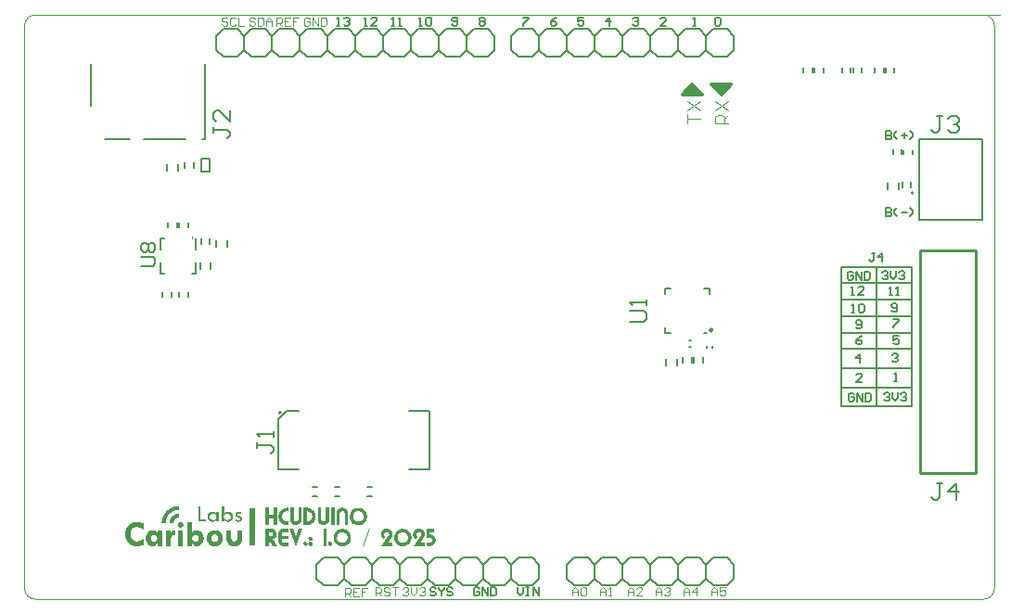
<source format=gto>
G04*
G04 #@! TF.GenerationSoftware,Altium Limited,Altium Designer,24.5.2 (23)*
G04*
G04 Layer_Color=65535*
%FSLAX25Y25*%
%MOIN*%
G70*
G04*
G04 #@! TF.SameCoordinates,F16C448E-738A-4C22-B855-8D49D10EB716*
G04*
G04*
G04 #@! TF.FilePolarity,Positive*
G04*
G01*
G75*
%ADD10C,0.00984*%
%ADD11C,0.00787*%
%ADD12C,0.00600*%
%ADD13C,0.00500*%
%ADD14C,0.01200*%
%ADD15C,0.01000*%
%ADD16C,0.00476*%
%ADD17C,0.00571*%
%ADD18C,0.00408*%
%ADD19R,0.01968X0.13780*%
%ADD20C,0.00100*%
G36*
X983529Y601224D02*
X983271D01*
Y601206D01*
X983150D01*
Y601189D01*
X983082D01*
Y601172D01*
X982996D01*
Y601155D01*
X982944D01*
Y601137D01*
X982892D01*
Y601120D01*
X982841D01*
Y601103D01*
X982789D01*
Y601086D01*
X982738D01*
Y601069D01*
X982703D01*
Y601052D01*
X982669D01*
Y601034D01*
X982634D01*
Y601017D01*
X982600D01*
Y601000D01*
X982566D01*
Y600983D01*
X982531D01*
Y600965D01*
X982497D01*
Y600948D01*
X982462D01*
Y600931D01*
X982445D01*
Y600914D01*
X982411D01*
Y600897D01*
X982376D01*
Y600880D01*
X982359D01*
Y600862D01*
X982342D01*
Y600845D01*
X982308D01*
Y600828D01*
X982290D01*
Y600811D01*
X982256D01*
Y600794D01*
X982239D01*
Y600776D01*
X982222D01*
Y600759D01*
X982204D01*
Y600742D01*
X982187D01*
Y600725D01*
X982153D01*
Y600708D01*
X982136D01*
Y600690D01*
X982118D01*
Y600673D01*
X982101D01*
Y600656D01*
X982084D01*
Y600639D01*
X982067D01*
Y600622D01*
X982050D01*
Y600604D01*
X982032D01*
Y600587D01*
X982015D01*
Y600570D01*
X981998D01*
Y600553D01*
X981981D01*
Y600536D01*
X981964D01*
Y600518D01*
X981946D01*
Y600484D01*
X981929D01*
Y600467D01*
X981912D01*
Y600450D01*
X981895D01*
Y600432D01*
X981878D01*
Y600398D01*
X981860D01*
Y600381D01*
X981843D01*
Y600364D01*
X981826D01*
Y600329D01*
X981809D01*
Y600312D01*
X981792D01*
Y600278D01*
X981774D01*
Y600260D01*
X981757D01*
Y600226D01*
X981740D01*
Y600209D01*
X981723D01*
Y600174D01*
X981706D01*
Y600140D01*
X981688D01*
Y600106D01*
X981671D01*
Y600071D01*
X981654D01*
Y600037D01*
X981637D01*
Y600002D01*
X981620D01*
Y599968D01*
X981602D01*
Y599916D01*
X981585D01*
Y599882D01*
X981568D01*
Y599830D01*
X981551D01*
Y599779D01*
X981534D01*
Y599710D01*
X981516D01*
Y599658D01*
X981499D01*
Y599572D01*
X981482D01*
Y599486D01*
X981465D01*
Y599366D01*
X981448D01*
Y599143D01*
X980054D01*
Y599400D01*
X980072D01*
Y599572D01*
X980089D01*
Y599693D01*
X980106D01*
Y599796D01*
X980123D01*
Y599882D01*
X980140D01*
Y599968D01*
X980158D01*
Y600037D01*
X980175D01*
Y600088D01*
X980192D01*
Y600157D01*
X980209D01*
Y600209D01*
X980227D01*
Y600260D01*
X980244D01*
Y600312D01*
X980261D01*
Y600364D01*
X980278D01*
Y600398D01*
X980295D01*
Y600450D01*
X980313D01*
Y600484D01*
X980330D01*
Y600536D01*
X980347D01*
Y600570D01*
X980364D01*
Y600604D01*
X980381D01*
Y600639D01*
X980398D01*
Y600673D01*
X980416D01*
Y600708D01*
X980433D01*
Y600742D01*
X980450D01*
Y600776D01*
X980467D01*
Y600811D01*
X980484D01*
Y600845D01*
X980502D01*
Y600880D01*
X980519D01*
Y600897D01*
X980536D01*
Y600931D01*
X980553D01*
Y600965D01*
X980571D01*
Y600983D01*
X980588D01*
Y601017D01*
X980605D01*
Y601034D01*
X980622D01*
Y601069D01*
X980639D01*
Y601086D01*
X980657D01*
Y601103D01*
Y601120D01*
X980674D01*
Y601137D01*
X980691D01*
Y601172D01*
X980708D01*
Y601189D01*
X980725D01*
Y601224D01*
X980742D01*
Y601241D01*
X980760D01*
Y601258D01*
X980777D01*
Y601275D01*
X980794D01*
Y601309D01*
X980811D01*
Y601327D01*
X980828D01*
Y601344D01*
X980846D01*
Y601361D01*
X980863D01*
Y601396D01*
X980880D01*
Y601413D01*
X980897D01*
Y601430D01*
X980914D01*
Y601447D01*
X980932D01*
Y601464D01*
X980949D01*
Y601481D01*
X980966D01*
Y601499D01*
X980983D01*
Y601533D01*
X981001D01*
Y601550D01*
X981018D01*
Y601568D01*
X981035D01*
Y601585D01*
X981052D01*
Y601602D01*
X981069D01*
Y601619D01*
X981087D01*
Y601636D01*
X981104D01*
Y601653D01*
X981121D01*
Y601671D01*
X981138D01*
Y601688D01*
X981172D01*
Y601705D01*
X981190D01*
Y601722D01*
X981207D01*
Y601740D01*
X981224D01*
Y601757D01*
X981241D01*
Y601774D01*
X981258D01*
Y601791D01*
X981276D01*
Y601808D01*
X981293D01*
Y601826D01*
X981327D01*
Y601843D01*
X981345D01*
Y601860D01*
X981362D01*
Y601877D01*
X981379D01*
Y601894D01*
X981413D01*
Y601911D01*
X981431D01*
Y601929D01*
X981448D01*
Y601946D01*
X981482D01*
Y601963D01*
X981499D01*
Y601980D01*
X981516D01*
Y601998D01*
X981551D01*
Y602015D01*
X981568D01*
Y602032D01*
X981602D01*
Y602049D01*
X981620D01*
Y602066D01*
X981654D01*
Y602083D01*
X981688D01*
Y602101D01*
X981706D01*
Y602118D01*
X981740D01*
Y602135D01*
X981757D01*
Y602152D01*
X981792D01*
Y602170D01*
X981826D01*
Y602187D01*
X981860D01*
Y602204D01*
X981895D01*
Y602221D01*
X981912D01*
Y602238D01*
X981946D01*
Y602255D01*
X981981D01*
Y602273D01*
X982015D01*
Y602290D01*
X982067D01*
Y602307D01*
X982101D01*
Y602324D01*
X982136D01*
Y602342D01*
X982170D01*
Y602359D01*
X982222D01*
Y602376D01*
X982256D01*
Y602393D01*
X982308D01*
Y602410D01*
X982342D01*
Y602427D01*
X982394D01*
Y602445D01*
X982445D01*
Y602462D01*
X982497D01*
Y602479D01*
X982566D01*
Y602496D01*
X982617D01*
Y602514D01*
X982686D01*
Y602531D01*
X982772D01*
Y602548D01*
X982841D01*
Y602565D01*
X982944D01*
Y602582D01*
X983064D01*
Y602599D01*
X983219D01*
Y602617D01*
X983529D01*
Y601224D01*
D02*
G37*
G36*
Y604010D02*
X983236D01*
Y603993D01*
X983030D01*
Y603975D01*
X982892D01*
Y603958D01*
X982772D01*
Y603941D01*
X982669D01*
Y603924D01*
X982583D01*
Y603907D01*
X982497D01*
Y603889D01*
X982411D01*
Y603872D01*
X982342D01*
Y603855D01*
X982273D01*
Y603838D01*
X982222D01*
Y603821D01*
X982153D01*
Y603803D01*
X982101D01*
Y603786D01*
X982050D01*
Y603769D01*
X981998D01*
Y603752D01*
X981946D01*
Y603735D01*
X981895D01*
Y603717D01*
X981843D01*
Y603700D01*
X981792D01*
Y603683D01*
X981757D01*
Y603666D01*
X981706D01*
Y603649D01*
X981671D01*
Y603631D01*
X981637D01*
Y603614D01*
X981585D01*
Y603597D01*
X981551D01*
Y603580D01*
X981516D01*
Y603563D01*
X981482D01*
Y603545D01*
X981431D01*
Y603528D01*
X981396D01*
Y603511D01*
X981362D01*
Y603494D01*
X981327D01*
Y603477D01*
X981293D01*
Y603459D01*
X981258D01*
Y603442D01*
X981241D01*
Y603425D01*
X981207D01*
Y603408D01*
X981172D01*
Y603391D01*
X981138D01*
Y603373D01*
X981104D01*
Y603356D01*
X981087D01*
Y603339D01*
X981052D01*
Y603322D01*
X981018D01*
Y603305D01*
X981001D01*
Y603287D01*
X980966D01*
Y603270D01*
X980932D01*
Y603253D01*
X980914D01*
Y603236D01*
X980880D01*
Y603219D01*
X980863D01*
Y603201D01*
X980828D01*
Y603184D01*
X980811D01*
Y603167D01*
X980777D01*
Y603150D01*
X980760D01*
Y603133D01*
X980725D01*
Y603115D01*
X980708D01*
Y603098D01*
X980691D01*
Y603081D01*
X980657D01*
Y603064D01*
X980639D01*
Y603047D01*
X980622D01*
Y603029D01*
X980588D01*
Y603012D01*
X980571D01*
Y602995D01*
X980553D01*
Y602978D01*
X980519D01*
Y602961D01*
X980502D01*
Y602943D01*
X980484D01*
Y602926D01*
X980467D01*
Y602909D01*
X980433D01*
Y602892D01*
X980416D01*
Y602875D01*
X980398D01*
Y602857D01*
X980381D01*
Y602840D01*
X980364D01*
Y602823D01*
X980347D01*
Y602806D01*
X980313D01*
Y602789D01*
X980295D01*
Y602771D01*
X980278D01*
Y602754D01*
X980261D01*
Y602737D01*
X980244D01*
Y602720D01*
X980227D01*
Y602703D01*
X980209D01*
Y602685D01*
X980192D01*
Y602668D01*
X980175D01*
Y602651D01*
X980158D01*
Y602634D01*
X980140D01*
Y602617D01*
X980123D01*
Y602599D01*
X980106D01*
Y602582D01*
X980089D01*
Y602565D01*
X980072D01*
Y602548D01*
X980054D01*
Y602531D01*
X980037D01*
Y602514D01*
X980020D01*
Y602496D01*
X980003D01*
Y602479D01*
X979986D01*
Y602462D01*
X979968D01*
Y602445D01*
X979951D01*
Y602427D01*
X979934D01*
Y602410D01*
X979917D01*
Y602393D01*
X979900D01*
Y602376D01*
X979883D01*
Y602359D01*
X979865D01*
Y602324D01*
X979848D01*
Y602307D01*
X979831D01*
Y602290D01*
X979814D01*
Y602273D01*
X979797D01*
Y602255D01*
X979779D01*
Y602238D01*
X979762D01*
Y602204D01*
X979745D01*
Y602187D01*
X979728D01*
Y602170D01*
X979710D01*
Y602152D01*
X979693D01*
Y602118D01*
X979676D01*
Y602101D01*
X979659D01*
Y602083D01*
X979642D01*
Y602049D01*
X979625D01*
Y602032D01*
X979607D01*
Y602015D01*
X979590D01*
Y601980D01*
X979573D01*
Y601963D01*
X979556D01*
Y601929D01*
X979539D01*
Y601911D01*
X979521D01*
Y601894D01*
X979504D01*
Y601860D01*
X979487D01*
Y601843D01*
X979470D01*
Y601808D01*
X979453D01*
Y601791D01*
X979435D01*
Y601757D01*
X979418D01*
Y601722D01*
X979401D01*
Y601705D01*
X979384D01*
Y601671D01*
X979367D01*
Y601653D01*
X979349D01*
Y601619D01*
X979332D01*
Y601585D01*
X979315D01*
Y601550D01*
X979298D01*
Y601533D01*
X979281D01*
Y601499D01*
X979263D01*
Y601464D01*
X979246D01*
Y601430D01*
X979229D01*
Y601396D01*
X979212D01*
Y601361D01*
X979195D01*
Y601327D01*
X979177D01*
Y601292D01*
X979160D01*
Y601258D01*
X979143D01*
Y601224D01*
X979126D01*
Y601189D01*
X979109D01*
Y601155D01*
X979091D01*
Y601120D01*
X979074D01*
Y601069D01*
X979057D01*
Y601034D01*
X979040D01*
Y601000D01*
X979023D01*
Y600948D01*
X979005D01*
Y600914D01*
X978988D01*
Y600862D01*
X978971D01*
Y600811D01*
X978954D01*
Y600776D01*
X978937D01*
Y600725D01*
X978919D01*
Y600673D01*
X978902D01*
Y600622D01*
X978885D01*
Y600553D01*
X978868D01*
Y600501D01*
X978851D01*
Y600432D01*
X978833D01*
Y600381D01*
X978816D01*
Y600312D01*
X978799D01*
Y600243D01*
X978782D01*
Y600157D01*
X978765D01*
Y600071D01*
X978747D01*
Y599985D01*
X978730D01*
Y599882D01*
X978713D01*
Y599744D01*
X978696D01*
Y599590D01*
X978679D01*
Y599332D01*
X978661D01*
Y599143D01*
X977285D01*
Y599349D01*
Y599366D01*
Y599624D01*
X977303D01*
Y599813D01*
X977320D01*
Y599968D01*
X977337D01*
Y600088D01*
X977354D01*
Y600192D01*
X977372D01*
Y600295D01*
X977389D01*
Y600381D01*
X977406D01*
Y600467D01*
X977423D01*
Y600536D01*
X977440D01*
Y600622D01*
X977458D01*
Y600690D01*
X977475D01*
Y600759D01*
X977492D01*
Y600811D01*
X977509D01*
Y600880D01*
X977526D01*
Y600931D01*
X977544D01*
Y601000D01*
X977561D01*
Y601052D01*
X977578D01*
Y601103D01*
X977595D01*
Y601155D01*
X977612D01*
Y601206D01*
X977629D01*
Y601258D01*
X977647D01*
Y601309D01*
X977664D01*
Y601344D01*
X977681D01*
Y601396D01*
X977698D01*
Y601430D01*
X977715D01*
Y601481D01*
X977733D01*
Y601516D01*
X977750D01*
Y601568D01*
X977767D01*
Y601602D01*
X977784D01*
Y601636D01*
X977802D01*
Y601688D01*
X977819D01*
Y601722D01*
X977836D01*
Y601757D01*
X977853D01*
Y601791D01*
X977870D01*
Y601826D01*
X977888D01*
Y601860D01*
X977905D01*
Y601911D01*
X977922D01*
Y601946D01*
X977939D01*
Y601980D01*
X977956D01*
Y601998D01*
X977973D01*
Y602032D01*
X977991D01*
Y602066D01*
X978008D01*
Y602101D01*
X978025D01*
Y602135D01*
X978042D01*
Y602170D01*
X978059D01*
Y602204D01*
X978077D01*
Y602221D01*
X978094D01*
Y602255D01*
X978111D01*
Y602290D01*
X978128D01*
Y602324D01*
X978145D01*
Y602342D01*
X978163D01*
Y602376D01*
X978180D01*
Y602410D01*
X978197D01*
Y602427D01*
X978214D01*
Y602462D01*
X978231D01*
Y602479D01*
X978249D01*
Y602514D01*
X978266D01*
Y602548D01*
X978283D01*
Y602565D01*
X978300D01*
Y602599D01*
X978317D01*
Y602617D01*
X978335D01*
Y602651D01*
X978352D01*
Y602668D01*
X978369D01*
Y602703D01*
X978386D01*
Y602720D01*
X978403D01*
Y602737D01*
X978421D01*
Y602771D01*
X978438D01*
Y602789D01*
X978455D01*
Y602823D01*
X978472D01*
Y602840D01*
X978489D01*
Y602857D01*
X978507D01*
Y602892D01*
X978524D01*
Y602909D01*
X978541D01*
Y602926D01*
X978558D01*
Y602961D01*
X978575D01*
Y602978D01*
X978593D01*
Y602995D01*
X978610D01*
Y603029D01*
X978627D01*
Y603047D01*
X978644D01*
Y603064D01*
X978661D01*
Y603081D01*
X978679D01*
Y603115D01*
X978696D01*
Y603133D01*
X978713D01*
Y603150D01*
X978730D01*
Y603167D01*
X978747D01*
Y603184D01*
X978765D01*
Y603219D01*
X978782D01*
Y603236D01*
X978799D01*
Y603253D01*
X978816D01*
Y603270D01*
X978833D01*
Y603287D01*
X978851D01*
Y603305D01*
X978868D01*
Y603322D01*
X978885D01*
Y603339D01*
X978902D01*
Y603373D01*
X978919D01*
Y603391D01*
X978937D01*
Y603408D01*
X978954D01*
Y603425D01*
X978971D01*
Y603442D01*
X978988D01*
Y603459D01*
X979005D01*
Y603477D01*
X979023D01*
Y603494D01*
X979040D01*
Y603511D01*
X979057D01*
Y603528D01*
X979074D01*
Y603545D01*
X979091D01*
Y603563D01*
X979109D01*
Y603580D01*
X979126D01*
Y603597D01*
X979143D01*
Y603614D01*
X979160D01*
Y603631D01*
X979177D01*
Y603649D01*
X979195D01*
Y603666D01*
X979212D01*
Y603683D01*
X979229D01*
Y603700D01*
X979246D01*
Y603717D01*
X979263D01*
Y603735D01*
X979281D01*
Y603752D01*
X979298D01*
Y603769D01*
X979315D01*
Y603786D01*
X979349D01*
Y603803D01*
X979367D01*
Y603821D01*
X979384D01*
Y603838D01*
X979401D01*
Y603855D01*
X979418D01*
Y603872D01*
X979435D01*
Y603889D01*
X979453D01*
Y603907D01*
X979487D01*
Y603924D01*
X979504D01*
Y603941D01*
X979521D01*
Y603958D01*
X979539D01*
Y603975D01*
X979556D01*
Y603993D01*
X979590D01*
Y604010D01*
X979607D01*
Y604027D01*
X979625D01*
Y604044D01*
X979642D01*
Y604061D01*
X979676D01*
Y604079D01*
X979693D01*
Y604096D01*
X979710D01*
Y604113D01*
X979728D01*
Y604130D01*
X979762D01*
Y604147D01*
X979779D01*
Y604165D01*
X979797D01*
Y604182D01*
X979831D01*
Y604199D01*
X979848D01*
Y604216D01*
X979883D01*
Y604233D01*
X979900D01*
Y604251D01*
X979917D01*
Y604268D01*
X979951D01*
Y604285D01*
X979968D01*
Y604302D01*
X980003D01*
Y604319D01*
X980020D01*
Y604337D01*
X980054D01*
Y604354D01*
X980072D01*
Y604371D01*
X980106D01*
Y604388D01*
X980123D01*
Y604405D01*
X980158D01*
Y604423D01*
X980175D01*
Y604440D01*
X980209D01*
Y604457D01*
X980244D01*
Y604474D01*
X980261D01*
Y604491D01*
X980295D01*
Y604508D01*
X980313D01*
Y604526D01*
X980347D01*
Y604543D01*
X980381D01*
Y604560D01*
X980416D01*
Y604577D01*
X980433D01*
Y604595D01*
X980467D01*
Y604612D01*
X980502D01*
Y604629D01*
X980536D01*
Y604646D01*
X980571D01*
Y604663D01*
X980588D01*
Y604680D01*
X980622D01*
Y604698D01*
X980657D01*
Y604715D01*
X980691D01*
Y604732D01*
X980725D01*
Y604749D01*
X980760D01*
Y604767D01*
X980794D01*
Y604784D01*
X980828D01*
Y604801D01*
X980863D01*
Y604818D01*
X980914D01*
Y604835D01*
X980949D01*
Y604852D01*
X980983D01*
Y604870D01*
X981018D01*
Y604887D01*
X981052D01*
Y604904D01*
X981104D01*
Y604921D01*
X981138D01*
Y604939D01*
X981190D01*
Y604956D01*
X981224D01*
Y604973D01*
X981276D01*
Y604990D01*
X981310D01*
Y605007D01*
X981362D01*
Y605024D01*
X981413D01*
Y605042D01*
X981448D01*
Y605059D01*
X981499D01*
Y605076D01*
X981551D01*
Y605093D01*
X981602D01*
Y605111D01*
X981671D01*
Y605128D01*
X981723D01*
Y605145D01*
X981774D01*
Y605162D01*
X981843D01*
Y605179D01*
X981895D01*
Y605197D01*
X981964D01*
Y605214D01*
X982032D01*
Y605231D01*
X982101D01*
Y605248D01*
X982187D01*
Y605265D01*
X982273D01*
Y605282D01*
X982359D01*
Y605300D01*
X982445D01*
Y605317D01*
X982548D01*
Y605334D01*
X982669D01*
Y605351D01*
X982806D01*
Y605369D01*
X982996D01*
Y605386D01*
X983271D01*
Y605403D01*
X983529D01*
Y604010D01*
D02*
G37*
G36*
X984182Y599641D02*
X984286D01*
Y599624D01*
X984354D01*
Y599607D01*
X984406D01*
Y599590D01*
X984440D01*
Y599572D01*
X984475D01*
Y599555D01*
X984509D01*
Y599538D01*
X984544D01*
Y599521D01*
X984578D01*
Y599504D01*
X984595D01*
Y599486D01*
X984630D01*
Y599469D01*
X984647D01*
Y599452D01*
X984681D01*
Y599435D01*
X984698D01*
Y599418D01*
X984715D01*
Y599400D01*
X984733D01*
Y599383D01*
X984750D01*
Y599366D01*
X984767D01*
Y599349D01*
X984784D01*
Y599332D01*
X984801D01*
Y599314D01*
X984819D01*
Y599297D01*
X984836D01*
Y599280D01*
X984853D01*
Y599246D01*
X984870D01*
Y599228D01*
X984887D01*
Y599211D01*
X984905D01*
Y599177D01*
X984922D01*
Y599160D01*
X984939D01*
Y599125D01*
X984956D01*
Y599091D01*
X984974D01*
Y599056D01*
X984991D01*
Y599022D01*
X985008D01*
Y598971D01*
X985025D01*
Y598919D01*
X985042D01*
Y598850D01*
X985059D01*
Y598730D01*
X985077D01*
Y598523D01*
X985059D01*
Y598403D01*
X985042D01*
Y598334D01*
X985025D01*
Y598282D01*
X985008D01*
Y598231D01*
X984991D01*
Y598197D01*
X984974D01*
Y598162D01*
X984956D01*
Y598128D01*
X984939D01*
Y598093D01*
X984922D01*
Y598076D01*
X984905D01*
Y598042D01*
X984887D01*
Y598025D01*
X984870D01*
Y598007D01*
X984853D01*
Y597973D01*
X984836D01*
Y597956D01*
X984819D01*
Y597938D01*
X984801D01*
Y597921D01*
X984784D01*
Y597904D01*
X984767D01*
Y597887D01*
X984750D01*
Y597870D01*
X984733D01*
Y597853D01*
X984715D01*
Y597835D01*
X984698D01*
Y597818D01*
X984681D01*
Y597801D01*
X984647D01*
Y597784D01*
X984630D01*
Y597766D01*
X984595D01*
Y597749D01*
X984578D01*
Y597732D01*
X984544D01*
Y597715D01*
X984509D01*
Y597698D01*
X984475D01*
Y597681D01*
X984440D01*
Y597663D01*
X984406D01*
Y597646D01*
X984354D01*
Y597629D01*
X984286D01*
Y597612D01*
X984182D01*
Y597594D01*
X983890D01*
Y597612D01*
X983787D01*
Y597629D01*
X983718D01*
Y597646D01*
X983683D01*
Y597663D01*
X983632D01*
Y597681D01*
X983597D01*
Y597698D01*
X983563D01*
Y597715D01*
X983529D01*
Y597732D01*
X983494D01*
Y597749D01*
X983477D01*
Y597766D01*
X983443D01*
Y597784D01*
X983426D01*
Y597801D01*
X983408D01*
Y597818D01*
X983391D01*
Y597835D01*
X983357D01*
Y597853D01*
X983340D01*
Y597870D01*
X983322D01*
Y597887D01*
X983305D01*
Y597904D01*
X983288D01*
Y597921D01*
X983271D01*
Y597938D01*
X983253D01*
Y597956D01*
X983236D01*
Y597990D01*
X983219D01*
Y598007D01*
X983202D01*
Y598025D01*
X983185D01*
Y598059D01*
X983167D01*
Y598076D01*
X983150D01*
Y598110D01*
X983133D01*
Y598145D01*
X983116D01*
Y598179D01*
X983099D01*
Y598214D01*
X983082D01*
Y598248D01*
X983064D01*
Y598300D01*
X983047D01*
Y598351D01*
X983030D01*
Y598437D01*
X983013D01*
Y598833D01*
X983030D01*
Y598902D01*
X983047D01*
Y598971D01*
X983064D01*
Y599005D01*
X983082D01*
Y599039D01*
X983099D01*
Y599091D01*
X983116D01*
Y599108D01*
X983133D01*
Y599143D01*
X983150D01*
Y599177D01*
X983167D01*
Y599194D01*
X983185D01*
Y599228D01*
X983202D01*
Y599246D01*
X983219D01*
Y599263D01*
X983236D01*
Y599297D01*
X983253D01*
Y599314D01*
X983271D01*
Y599332D01*
X983288D01*
Y599349D01*
X983305D01*
Y599366D01*
X983322D01*
Y599383D01*
X983340D01*
Y599400D01*
X983357D01*
Y599418D01*
X983391D01*
Y599435D01*
X983408D01*
Y599452D01*
X983426D01*
Y599469D01*
X983443D01*
Y599486D01*
X983477D01*
Y599504D01*
X983494D01*
Y599521D01*
X983529D01*
Y599538D01*
X983563D01*
Y599555D01*
X983597D01*
Y599572D01*
X983632D01*
Y599590D01*
X983683D01*
Y599607D01*
X983735D01*
Y599624D01*
X983787D01*
Y599641D01*
X983890D01*
Y599658D01*
X984182D01*
Y599641D01*
D02*
G37*
G36*
X968600Y599607D02*
X968806D01*
Y599590D01*
X968944D01*
Y599572D01*
X969064D01*
Y599555D01*
X969168D01*
Y599538D01*
X969271D01*
Y599521D01*
X969357D01*
Y599504D01*
X969425D01*
Y599486D01*
X969494D01*
Y599469D01*
X969580D01*
Y599452D01*
X969632D01*
Y599435D01*
X969701D01*
Y599418D01*
X969769D01*
Y599400D01*
X969821D01*
Y599383D01*
X969873D01*
Y599366D01*
X969942D01*
Y599349D01*
X969993D01*
Y599332D01*
X970045D01*
Y599314D01*
X970096D01*
Y599297D01*
X970148D01*
Y599280D01*
X970199D01*
Y599263D01*
X970234D01*
Y599246D01*
X970286D01*
Y599228D01*
X970337D01*
Y599211D01*
X970372D01*
Y599194D01*
X970423D01*
Y599177D01*
X970457D01*
Y599160D01*
X970509D01*
Y599143D01*
X970543D01*
Y599125D01*
X970595D01*
Y599108D01*
X970630D01*
Y599091D01*
X970664D01*
Y599074D01*
X970698D01*
Y599056D01*
X970716D01*
Y596993D01*
X970698D01*
Y597010D01*
X970681D01*
Y597027D01*
X970647D01*
Y597044D01*
X970612D01*
Y597061D01*
X970578D01*
Y597079D01*
X970561D01*
Y597096D01*
X970526D01*
Y597113D01*
X970492D01*
Y597130D01*
X970457D01*
Y597147D01*
X970440D01*
Y597165D01*
X970406D01*
Y597182D01*
X970372D01*
Y597199D01*
X970337D01*
Y597216D01*
X970303D01*
Y597233D01*
X970268D01*
Y597251D01*
X970234D01*
Y597268D01*
X970199D01*
Y597285D01*
X970165D01*
Y597302D01*
X970131D01*
Y597319D01*
X970096D01*
Y597336D01*
X970062D01*
Y597354D01*
X970028D01*
Y597371D01*
X969993D01*
Y597388D01*
X969959D01*
Y597405D01*
X969924D01*
Y597423D01*
X969890D01*
Y597440D01*
X969838D01*
Y597457D01*
X969804D01*
Y597474D01*
X969769D01*
Y597491D01*
X969718D01*
Y597508D01*
X969683D01*
Y597526D01*
X969632D01*
Y597543D01*
X969598D01*
Y597560D01*
X969546D01*
Y597577D01*
X969494D01*
Y597594D01*
X969443D01*
Y597612D01*
X969391D01*
Y597629D01*
X969340D01*
Y597646D01*
X969288D01*
Y597663D01*
X969236D01*
Y597681D01*
X969168D01*
Y597698D01*
X969116D01*
Y597715D01*
X969047D01*
Y597732D01*
X968961D01*
Y597749D01*
X968892D01*
Y597766D01*
X968789D01*
Y597784D01*
X968686D01*
Y597801D01*
X968514D01*
Y597818D01*
X968101D01*
Y597801D01*
X967946D01*
Y597784D01*
X967843D01*
Y597766D01*
X967757D01*
Y597749D01*
X967688D01*
Y597732D01*
X967620D01*
Y597715D01*
X967568D01*
Y597698D01*
X967517D01*
Y597681D01*
X967465D01*
Y597663D01*
X967413D01*
Y597646D01*
X967379D01*
Y597629D01*
X967344D01*
Y597612D01*
X967310D01*
Y597594D01*
X967276D01*
Y597577D01*
X967241D01*
Y597560D01*
X967207D01*
Y597543D01*
X967173D01*
Y597526D01*
X967138D01*
Y597508D01*
X967121D01*
Y597491D01*
X967087D01*
Y597474D01*
X967069D01*
Y597457D01*
X967035D01*
Y597440D01*
X967018D01*
Y597423D01*
X967000D01*
Y597405D01*
X966966D01*
Y597388D01*
X966949D01*
Y597371D01*
X966932D01*
Y597354D01*
X966897D01*
Y597336D01*
X966880D01*
Y597319D01*
X966863D01*
Y597302D01*
X966846D01*
Y597285D01*
X966829D01*
Y597268D01*
X966811D01*
Y597251D01*
X966794D01*
Y597233D01*
X966777D01*
Y597216D01*
X966760D01*
Y597199D01*
X966743D01*
Y597182D01*
X966725D01*
Y597165D01*
X966708D01*
Y597147D01*
X966691D01*
Y597130D01*
X966674D01*
Y597113D01*
X966656D01*
Y597096D01*
X966639D01*
Y597079D01*
X966622D01*
Y597044D01*
X966605D01*
Y597027D01*
X966588D01*
Y597010D01*
X966570D01*
Y596993D01*
X966553D01*
Y596958D01*
X966536D01*
Y596941D01*
X966519D01*
Y596907D01*
X966502D01*
Y596889D01*
X966485D01*
Y596872D01*
X966467D01*
Y596838D01*
X966450D01*
Y596803D01*
X966433D01*
Y596786D01*
X966416D01*
Y596752D01*
X966399D01*
Y596717D01*
X966381D01*
Y596683D01*
X966364D01*
Y596666D01*
X966347D01*
Y596631D01*
X966330D01*
Y596597D01*
X966313D01*
Y596545D01*
X966295D01*
Y596511D01*
X966278D01*
Y596477D01*
X966261D01*
Y596425D01*
X966244D01*
Y596391D01*
X966226D01*
Y596339D01*
X966209D01*
Y596287D01*
X966192D01*
Y596236D01*
X966175D01*
Y596184D01*
X966158D01*
Y596115D01*
X966140D01*
Y596047D01*
X966123D01*
Y595978D01*
X966106D01*
Y595892D01*
X966089D01*
Y595789D01*
X966072D01*
Y595651D01*
X966055D01*
Y595462D01*
X966037D01*
Y594963D01*
X966055D01*
Y594774D01*
X966072D01*
Y594654D01*
X966089D01*
Y594550D01*
X966106D01*
Y594482D01*
X966123D01*
Y594413D01*
X966140D01*
Y594344D01*
X966158D01*
Y594275D01*
X966175D01*
Y594223D01*
X966192D01*
Y594172D01*
X966209D01*
Y594137D01*
X966226D01*
Y594086D01*
X966244D01*
Y594052D01*
X966261D01*
Y594000D01*
X966278D01*
Y593965D01*
X966295D01*
Y593931D01*
X966313D01*
Y593897D01*
X966330D01*
Y593862D01*
X966347D01*
Y593828D01*
X966364D01*
Y593811D01*
X966381D01*
Y593776D01*
X966399D01*
Y593742D01*
X966416D01*
Y593725D01*
X966433D01*
Y593690D01*
X966450D01*
Y593673D01*
X966467D01*
Y593639D01*
X966485D01*
Y593622D01*
X966502D01*
Y593587D01*
X966519D01*
Y593570D01*
X966536D01*
Y593553D01*
X966553D01*
Y593518D01*
X966570D01*
Y593501D01*
X966588D01*
Y593484D01*
X966605D01*
Y593467D01*
X966622D01*
Y593450D01*
X966639D01*
Y593432D01*
X966656D01*
Y593398D01*
X966674D01*
Y593381D01*
X966691D01*
Y593364D01*
X966708D01*
Y593346D01*
X966725D01*
Y593329D01*
X966743D01*
Y593312D01*
X966760D01*
Y593295D01*
X966777D01*
Y593278D01*
X966811D01*
Y593260D01*
X966829D01*
Y593243D01*
X966846D01*
Y593226D01*
X966863D01*
Y593209D01*
X966880D01*
Y593192D01*
X966897D01*
Y593174D01*
X966932D01*
Y593157D01*
X966949D01*
Y593140D01*
X966966D01*
Y593123D01*
X967000D01*
Y593106D01*
X967018D01*
Y593088D01*
X967035D01*
Y593071D01*
X967069D01*
Y593054D01*
X967104D01*
Y593037D01*
X967121D01*
Y593020D01*
X967155D01*
Y593002D01*
X967190D01*
Y592985D01*
X967207D01*
Y592968D01*
X967241D01*
Y592951D01*
X967276D01*
Y592934D01*
X967310D01*
Y592916D01*
X967344D01*
Y592899D01*
X967396D01*
Y592882D01*
X967430D01*
Y592865D01*
X967482D01*
Y592848D01*
X967534D01*
Y592830D01*
X967568D01*
Y592813D01*
X967637D01*
Y592796D01*
X967688D01*
Y592779D01*
X967757D01*
Y592762D01*
X967826D01*
Y592744D01*
X967929D01*
Y592727D01*
X968032D01*
Y592710D01*
X968204D01*
Y592693D01*
X968634D01*
Y592710D01*
X968789D01*
Y592727D01*
X968892D01*
Y592744D01*
X968996D01*
Y592762D01*
X969064D01*
Y592779D01*
X969133D01*
Y592796D01*
X969202D01*
Y592813D01*
X969271D01*
Y592830D01*
X969322D01*
Y592848D01*
X969391D01*
Y592865D01*
X969443D01*
Y592882D01*
X969494D01*
Y592899D01*
X969546D01*
Y592916D01*
X969580D01*
Y592934D01*
X969632D01*
Y592951D01*
X969683D01*
Y592968D01*
X969718D01*
Y592985D01*
X969769D01*
Y593002D01*
X969804D01*
Y593020D01*
X969855D01*
Y593037D01*
X969890D01*
Y593054D01*
X969924D01*
Y593071D01*
X969976D01*
Y593088D01*
X970010D01*
Y593106D01*
X970045D01*
Y593123D01*
X970079D01*
Y593140D01*
X970113D01*
Y593157D01*
X970148D01*
Y593174D01*
X970182D01*
Y593192D01*
X970217D01*
Y593209D01*
X970251D01*
Y593226D01*
X970286D01*
Y593243D01*
X970320D01*
Y593260D01*
X970354D01*
Y593278D01*
X970389D01*
Y593295D01*
X970423D01*
Y593312D01*
X970457D01*
Y593329D01*
X970492D01*
Y593346D01*
X970526D01*
Y593364D01*
X970543D01*
Y593381D01*
X970578D01*
Y593398D01*
X970612D01*
Y593415D01*
X970647D01*
Y593432D01*
X970664D01*
Y593450D01*
X970698D01*
Y593467D01*
X970716D01*
Y591403D01*
X970698D01*
Y591386D01*
X970647D01*
Y591368D01*
X970595D01*
Y591351D01*
X970543D01*
Y591334D01*
X970492D01*
Y591317D01*
X970440D01*
Y591300D01*
X970389D01*
Y591283D01*
X970320D01*
Y591265D01*
X970268D01*
Y591248D01*
X970217D01*
Y591231D01*
X970148D01*
Y591214D01*
X970096D01*
Y591196D01*
X970028D01*
Y591179D01*
X969959D01*
Y591162D01*
X969890D01*
Y591145D01*
X969838D01*
Y591128D01*
X969769D01*
Y591111D01*
X969701D01*
Y591093D01*
X969615D01*
Y591076D01*
X969546D01*
Y591059D01*
X969460D01*
Y591042D01*
X969391D01*
Y591024D01*
X969288D01*
Y591007D01*
X969202D01*
Y590990D01*
X969099D01*
Y590973D01*
X968996D01*
Y590956D01*
X968875D01*
Y590939D01*
X968720D01*
Y590921D01*
X968514D01*
Y590904D01*
X967946D01*
Y590921D01*
X967740D01*
Y590939D01*
X967602D01*
Y590956D01*
X967499D01*
Y590973D01*
X967413D01*
Y590990D01*
X967327D01*
Y591007D01*
X967258D01*
Y591024D01*
X967190D01*
Y591042D01*
X967121D01*
Y591059D01*
X967052D01*
Y591076D01*
X967000D01*
Y591093D01*
X966949D01*
Y591111D01*
X966897D01*
Y591128D01*
X966846D01*
Y591145D01*
X966811D01*
Y591162D01*
X966760D01*
Y591179D01*
X966725D01*
Y591196D01*
X966674D01*
Y591214D01*
X966639D01*
Y591231D01*
X966605D01*
Y591248D01*
X966553D01*
Y591265D01*
X966519D01*
Y591283D01*
X966485D01*
Y591300D01*
X966450D01*
Y591317D01*
X966416D01*
Y591334D01*
X966381D01*
Y591351D01*
X966364D01*
Y591368D01*
X966330D01*
Y591386D01*
X966295D01*
Y591403D01*
X966261D01*
Y591420D01*
X966226D01*
Y591437D01*
X966209D01*
Y591455D01*
X966175D01*
Y591472D01*
X966158D01*
Y591489D01*
X966123D01*
Y591506D01*
X966089D01*
Y591523D01*
X966072D01*
Y591540D01*
X966037D01*
Y591558D01*
X966020D01*
Y591575D01*
X965986D01*
Y591592D01*
X965969D01*
Y591609D01*
X965951D01*
Y591627D01*
X965917D01*
Y591644D01*
X965900D01*
Y591661D01*
X965883D01*
Y591678D01*
X965848D01*
Y591695D01*
X965831D01*
Y591713D01*
X965814D01*
Y591730D01*
X965779D01*
Y591747D01*
X965762D01*
Y591764D01*
X965745D01*
Y591781D01*
X965728D01*
Y591798D01*
X965693D01*
Y591816D01*
X965676D01*
Y591833D01*
X965659D01*
Y591850D01*
X965642D01*
Y591867D01*
X965625D01*
Y591885D01*
X965607D01*
Y591902D01*
X965590D01*
Y591919D01*
X965556D01*
Y591936D01*
X965539D01*
Y591953D01*
X965521D01*
Y591970D01*
X965504D01*
Y591988D01*
X965487D01*
Y592005D01*
X965470D01*
Y592022D01*
X965453D01*
Y592039D01*
X965435D01*
Y592057D01*
X965418D01*
Y592074D01*
X965401D01*
Y592091D01*
X965384D01*
Y592108D01*
X965367D01*
Y592125D01*
X965349D01*
Y592142D01*
X965332D01*
Y592160D01*
X965315D01*
Y592177D01*
X965298D01*
Y592194D01*
X965281D01*
Y592211D01*
X965263D01*
Y592228D01*
X965246D01*
Y592263D01*
X965229D01*
Y592280D01*
X965212D01*
Y592297D01*
X965195D01*
Y592314D01*
X965177D01*
Y592332D01*
X965160D01*
Y592349D01*
X965143D01*
Y592366D01*
X965126D01*
Y592400D01*
X965109D01*
Y592418D01*
X965091D01*
Y592435D01*
X965074D01*
Y592452D01*
X965057D01*
Y592486D01*
X965040D01*
Y592504D01*
X965023D01*
Y592521D01*
X965005D01*
Y592555D01*
X964988D01*
Y592572D01*
X964971D01*
Y592590D01*
X964954D01*
Y592624D01*
X964937D01*
Y592641D01*
X964919D01*
Y592658D01*
X964902D01*
Y592693D01*
X964885D01*
Y592710D01*
X964868D01*
Y592744D01*
X964851D01*
Y592762D01*
X964833D01*
Y592796D01*
X964816D01*
Y592813D01*
X964799D01*
Y592848D01*
X964782D01*
Y592865D01*
X964765D01*
Y592899D01*
X964747D01*
Y592934D01*
X964730D01*
Y592951D01*
X964713D01*
Y592985D01*
X964696D01*
Y593020D01*
X964679D01*
Y593054D01*
X964661D01*
Y593071D01*
X964644D01*
Y593106D01*
X964627D01*
Y593140D01*
X964610D01*
Y593174D01*
X964593D01*
Y593209D01*
X964575D01*
Y593243D01*
X964558D01*
Y593278D01*
X964541D01*
Y593312D01*
X964524D01*
Y593346D01*
X964507D01*
Y593398D01*
X964489D01*
Y593432D01*
X964472D01*
Y593467D01*
X964455D01*
Y593518D01*
X964438D01*
Y593553D01*
X964421D01*
Y593604D01*
X964403D01*
Y593656D01*
X964386D01*
Y593690D01*
X964369D01*
Y593742D01*
X964352D01*
Y593794D01*
X964335D01*
Y593862D01*
X964317D01*
Y593914D01*
X964300D01*
Y593983D01*
X964283D01*
Y594034D01*
X964266D01*
Y594120D01*
X964249D01*
Y594189D01*
X964231D01*
Y594275D01*
X964214D01*
Y594361D01*
X964197D01*
Y594464D01*
X964180D01*
Y594602D01*
X964163D01*
Y594757D01*
X964145D01*
Y595032D01*
X964128D01*
Y595428D01*
X964145D01*
Y595703D01*
X964163D01*
Y595875D01*
X964180D01*
Y595995D01*
X964197D01*
Y596098D01*
X964214D01*
Y596201D01*
X964231D01*
Y596270D01*
X964249D01*
Y596356D01*
X964266D01*
Y596425D01*
X964283D01*
Y596494D01*
X964300D01*
Y596545D01*
X964317D01*
Y596614D01*
X964335D01*
Y596666D01*
X964352D01*
Y596717D01*
X964369D01*
Y596769D01*
X964386D01*
Y596821D01*
X964403D01*
Y596872D01*
X964421D01*
Y596907D01*
X964438D01*
Y596958D01*
X964455D01*
Y596993D01*
X964472D01*
Y597044D01*
X964489D01*
Y597079D01*
X964507D01*
Y597113D01*
X964524D01*
Y597165D01*
X964541D01*
Y597199D01*
X964558D01*
Y597233D01*
X964575D01*
Y597268D01*
X964593D01*
Y597302D01*
X964610D01*
Y597336D01*
X964627D01*
Y597371D01*
X964644D01*
Y597405D01*
X964661D01*
Y597423D01*
X964679D01*
Y597457D01*
X964696D01*
Y597491D01*
X964713D01*
Y597526D01*
X964730D01*
Y597543D01*
X964747D01*
Y597577D01*
X964765D01*
Y597612D01*
X964782D01*
Y597629D01*
X964799D01*
Y597663D01*
X964816D01*
Y597681D01*
X964833D01*
Y597715D01*
X964851D01*
Y597732D01*
X964868D01*
Y597766D01*
X964885D01*
Y597784D01*
X964902D01*
Y597818D01*
X964919D01*
Y597835D01*
X964937D01*
Y597870D01*
X964954D01*
Y597887D01*
X964971D01*
Y597904D01*
X964988D01*
Y597938D01*
X965005D01*
Y597956D01*
X965023D01*
Y597973D01*
X965040D01*
Y598007D01*
X965057D01*
Y598025D01*
X965074D01*
Y598042D01*
X965091D01*
Y598059D01*
X965109D01*
Y598093D01*
X965126D01*
Y598110D01*
X965143D01*
Y598128D01*
X965160D01*
Y598145D01*
X965177D01*
Y598162D01*
X965195D01*
Y598197D01*
X965212D01*
Y598214D01*
X965229D01*
Y598231D01*
X965246D01*
Y598248D01*
X965263D01*
Y598265D01*
X965281D01*
Y598282D01*
X965298D01*
Y598300D01*
X965315D01*
Y598317D01*
X965332D01*
Y598334D01*
X965349D01*
Y598351D01*
X965367D01*
Y598369D01*
X965384D01*
Y598403D01*
X965401D01*
Y598420D01*
X965418D01*
Y598437D01*
X965435D01*
Y598455D01*
X965453D01*
Y598472D01*
X965470D01*
Y598489D01*
X965504D01*
Y598506D01*
X965521D01*
Y598523D01*
X965539D01*
Y598540D01*
X965556D01*
Y598558D01*
X965573D01*
Y598575D01*
X965590D01*
Y598592D01*
X965607D01*
Y598609D01*
X965625D01*
Y598627D01*
X965642D01*
Y598644D01*
X965659D01*
Y598661D01*
X965693D01*
Y598678D01*
X965711D01*
Y598695D01*
X965728D01*
Y598712D01*
X965745D01*
Y598730D01*
X965762D01*
Y598747D01*
X965797D01*
Y598764D01*
X965814D01*
Y598781D01*
X965831D01*
Y598799D01*
X965848D01*
Y598816D01*
X965883D01*
Y598833D01*
X965900D01*
Y598850D01*
X965917D01*
Y598867D01*
X965951D01*
Y598884D01*
X965969D01*
Y598902D01*
X965986D01*
Y598919D01*
X966020D01*
Y598936D01*
X966037D01*
Y598953D01*
X966072D01*
Y598971D01*
X966089D01*
Y598988D01*
X966123D01*
Y599005D01*
X966140D01*
Y599022D01*
X966175D01*
Y599039D01*
X966209D01*
Y599056D01*
X966226D01*
Y599074D01*
X966261D01*
Y599091D01*
X966295D01*
Y599108D01*
X966313D01*
Y599125D01*
X966347D01*
Y599143D01*
X966381D01*
Y599160D01*
X966416D01*
Y599177D01*
X966450D01*
Y599194D01*
X966485D01*
Y599211D01*
X966519D01*
Y599228D01*
X966553D01*
Y599246D01*
X966588D01*
Y599263D01*
X966622D01*
Y599280D01*
X966656D01*
Y599297D01*
X966691D01*
Y599314D01*
X966743D01*
Y599332D01*
X966777D01*
Y599349D01*
X966829D01*
Y599366D01*
X966863D01*
Y599383D01*
X966914D01*
Y599400D01*
X966966D01*
Y599418D01*
X967018D01*
Y599435D01*
X967069D01*
Y599452D01*
X967121D01*
Y599469D01*
X967190D01*
Y599486D01*
X967241D01*
Y599504D01*
X967310D01*
Y599521D01*
X967396D01*
Y599538D01*
X967482D01*
Y599555D01*
X967568D01*
Y599572D01*
X967688D01*
Y599590D01*
X967826D01*
Y599607D01*
X968015D01*
Y599624D01*
X968600D01*
Y599607D01*
D02*
G37*
G36*
X981964Y596631D02*
X982084D01*
Y594826D01*
X981998D01*
Y594843D01*
X981843D01*
Y594860D01*
X981534D01*
Y594843D01*
X981413D01*
Y594826D01*
X981345D01*
Y594808D01*
X981293D01*
Y594791D01*
X981258D01*
Y594774D01*
X981207D01*
Y594757D01*
X981172D01*
Y594739D01*
X981138D01*
Y594722D01*
X981121D01*
Y594705D01*
X981087D01*
Y594688D01*
X981069D01*
Y594671D01*
X981035D01*
Y594654D01*
X981018D01*
Y594636D01*
X981001D01*
Y594619D01*
X980983D01*
Y594602D01*
X980966D01*
Y594585D01*
X980949D01*
Y594567D01*
X980932D01*
Y594550D01*
X980914D01*
Y594533D01*
X980897D01*
Y594516D01*
X980880D01*
Y594482D01*
X980863D01*
Y594464D01*
X980846D01*
Y594447D01*
X980828D01*
Y594413D01*
X980811D01*
Y594395D01*
X980794D01*
Y594361D01*
X980777D01*
Y594327D01*
X980760D01*
Y594292D01*
X980742D01*
Y594258D01*
X980725D01*
Y594206D01*
X980708D01*
Y594172D01*
X980691D01*
Y594120D01*
X980674D01*
Y594052D01*
X980657D01*
Y593983D01*
X980639D01*
Y593897D01*
X980622D01*
Y593776D01*
X980605D01*
Y592125D01*
Y592108D01*
Y591024D01*
X978919D01*
Y596580D01*
X980571D01*
Y595754D01*
X980605D01*
Y595789D01*
X980622D01*
Y595806D01*
X980639D01*
Y595840D01*
X980657D01*
Y595875D01*
X980674D01*
Y595892D01*
X980691D01*
Y595926D01*
X980708D01*
Y595943D01*
X980725D01*
Y595961D01*
X980742D01*
Y595995D01*
X980760D01*
Y596012D01*
X980777D01*
Y596029D01*
X980794D01*
Y596064D01*
X980811D01*
Y596081D01*
X980828D01*
Y596098D01*
X980846D01*
Y596115D01*
X980863D01*
Y596133D01*
X980880D01*
Y596150D01*
X980897D01*
Y596167D01*
X980914D01*
Y596201D01*
X980932D01*
Y596219D01*
X980949D01*
Y596236D01*
X980966D01*
Y596253D01*
X980983D01*
Y596270D01*
X981018D01*
Y596287D01*
X981035D01*
Y596305D01*
X981052D01*
Y596322D01*
X981069D01*
Y596339D01*
X981087D01*
Y596356D01*
X981104D01*
Y596373D01*
X981138D01*
Y596391D01*
X981155D01*
Y596408D01*
X981172D01*
Y596425D01*
X981207D01*
Y596442D01*
X981224D01*
Y596459D01*
X981258D01*
Y596477D01*
X981276D01*
Y596494D01*
X981310D01*
Y596511D01*
X981345D01*
Y596528D01*
X981362D01*
Y596545D01*
X981396D01*
Y596563D01*
X981431D01*
Y596580D01*
X981482D01*
Y596597D01*
X981516D01*
Y596614D01*
X981585D01*
Y596631D01*
X981654D01*
Y596649D01*
X981964D01*
Y596631D01*
D02*
G37*
G36*
X984870Y591024D02*
X983219D01*
Y596580D01*
X984870D01*
Y591024D01*
D02*
G37*
G36*
X974224Y596666D02*
X974362D01*
Y596649D01*
X974448D01*
Y596631D01*
X974534D01*
Y596614D01*
X974585D01*
Y596597D01*
X974637D01*
Y596580D01*
X974688D01*
Y596563D01*
X974723D01*
Y596545D01*
X974774D01*
Y596528D01*
X974809D01*
Y596511D01*
X974843D01*
Y596494D01*
X974878D01*
Y596477D01*
X974912D01*
Y596459D01*
X974929D01*
Y596442D01*
X974964D01*
Y596425D01*
X974998D01*
Y596408D01*
X975015D01*
Y596391D01*
X975050D01*
Y596373D01*
X975067D01*
Y596356D01*
X975101D01*
Y596339D01*
X975118D01*
Y596322D01*
X975153D01*
Y596305D01*
X975170D01*
Y596287D01*
X975187D01*
Y596270D01*
X975222D01*
Y596253D01*
X975239D01*
Y596236D01*
X975256D01*
Y596219D01*
X975273D01*
Y596201D01*
X975308D01*
Y596184D01*
X975325D01*
Y596167D01*
X975342D01*
Y596150D01*
X975359D01*
Y596133D01*
X975376D01*
Y596115D01*
X975394D01*
Y596098D01*
X975411D01*
Y596081D01*
X975445D01*
Y596064D01*
X975462D01*
Y596047D01*
X975480D01*
Y596029D01*
X975497D01*
Y596012D01*
X975514D01*
Y595995D01*
X975531D01*
Y595978D01*
X975548D01*
Y595961D01*
X975566D01*
Y595943D01*
X975583D01*
Y595926D01*
X975600D01*
Y595909D01*
X975617D01*
Y595892D01*
X975634D01*
Y595875D01*
X975652D01*
Y595857D01*
X975669D01*
Y595840D01*
X975686D01*
Y595823D01*
X975703D01*
Y596580D01*
X977354D01*
Y591540D01*
Y591523D01*
Y591024D01*
X975703D01*
Y591970D01*
X975669D01*
Y591953D01*
X975652D01*
Y591919D01*
X975634D01*
Y591902D01*
X975617D01*
Y591867D01*
X975600D01*
Y591850D01*
X975583D01*
Y591833D01*
X975566D01*
Y591798D01*
X975548D01*
Y591781D01*
X975531D01*
Y591764D01*
X975514D01*
Y591747D01*
X975497D01*
Y591713D01*
X975480D01*
Y591695D01*
X975462D01*
Y591678D01*
X975445D01*
Y591661D01*
X975428D01*
Y591644D01*
X975411D01*
Y591609D01*
X975394D01*
Y591592D01*
X975376D01*
Y591575D01*
X975359D01*
Y591558D01*
X975342D01*
Y591540D01*
X975325D01*
Y591523D01*
X975308D01*
Y591506D01*
X975290D01*
Y591489D01*
X975273D01*
Y591472D01*
X975256D01*
Y591455D01*
X975239D01*
Y591437D01*
X975222D01*
Y591420D01*
X975204D01*
Y591403D01*
X975187D01*
Y591386D01*
X975170D01*
Y591368D01*
X975153D01*
Y591351D01*
X975136D01*
Y591334D01*
X975101D01*
Y591317D01*
X975084D01*
Y591300D01*
X975067D01*
Y591283D01*
X975050D01*
Y591265D01*
X975015D01*
Y591248D01*
X974998D01*
Y591231D01*
X974981D01*
Y591214D01*
X974946D01*
Y591196D01*
X974929D01*
Y591179D01*
X974895D01*
Y591162D01*
X974878D01*
Y591145D01*
X974843D01*
Y591128D01*
X974809D01*
Y591111D01*
X974774D01*
Y591093D01*
X974740D01*
Y591076D01*
X974706D01*
Y591059D01*
X974671D01*
Y591042D01*
X974620D01*
Y591024D01*
X974568D01*
Y591007D01*
X974516D01*
Y590990D01*
X974448D01*
Y590973D01*
X974379D01*
Y590956D01*
X974276D01*
Y590939D01*
X974138D01*
Y590921D01*
X973708D01*
Y590939D01*
X973571D01*
Y590956D01*
X973485D01*
Y590973D01*
X973416D01*
Y590990D01*
X973347D01*
Y591007D01*
X973295D01*
Y591024D01*
X973244D01*
Y591042D01*
X973192D01*
Y591059D01*
X973141D01*
Y591076D01*
X973106D01*
Y591093D01*
X973072D01*
Y591111D01*
X973037D01*
Y591128D01*
X973003D01*
Y591145D01*
X972968D01*
Y591162D01*
X972934D01*
Y591179D01*
X972900D01*
Y591196D01*
X972883D01*
Y591214D01*
X972848D01*
Y591231D01*
X972814D01*
Y591248D01*
X972797D01*
Y591265D01*
X972779D01*
Y591283D01*
X972745D01*
Y591300D01*
X972728D01*
Y591317D01*
X972693D01*
Y591334D01*
X972676D01*
Y591351D01*
X972659D01*
Y591368D01*
X972642D01*
Y591386D01*
X972607D01*
Y591403D01*
X972590D01*
Y591420D01*
X972573D01*
Y591437D01*
X972556D01*
Y591455D01*
X972539D01*
Y591472D01*
X972521D01*
Y591489D01*
X972504D01*
Y591506D01*
X972487D01*
Y591523D01*
X972453D01*
Y591540D01*
X972435D01*
Y591558D01*
X972418D01*
Y591592D01*
X972401D01*
Y591609D01*
X972384D01*
Y591627D01*
X972367D01*
Y591644D01*
X972349D01*
Y591661D01*
X972332D01*
Y591678D01*
X972315D01*
Y591695D01*
X972298D01*
Y591713D01*
X972281D01*
Y591747D01*
X972263D01*
Y591764D01*
X972246D01*
Y591781D01*
X972229D01*
Y591798D01*
X972212D01*
Y591833D01*
X972195D01*
Y591850D01*
X972177D01*
Y591867D01*
X972160D01*
Y591902D01*
X972143D01*
Y591919D01*
X972126D01*
Y591936D01*
X972109D01*
Y591970D01*
X972091D01*
Y591988D01*
X972074D01*
Y592022D01*
X972057D01*
Y592039D01*
X972040D01*
Y592074D01*
X972023D01*
Y592108D01*
X972005D01*
Y592125D01*
X971988D01*
Y592160D01*
X971971D01*
Y592194D01*
X971954D01*
Y592228D01*
X971937D01*
Y592263D01*
X971919D01*
Y592280D01*
X971902D01*
Y592314D01*
X971885D01*
Y592349D01*
X971868D01*
Y592400D01*
X971851D01*
Y592435D01*
X971833D01*
Y592469D01*
X971816D01*
Y592521D01*
X971799D01*
Y592555D01*
X971782D01*
Y592607D01*
X971765D01*
Y592641D01*
X971747D01*
Y592693D01*
X971730D01*
Y592744D01*
X971713D01*
Y592813D01*
X971696D01*
Y592865D01*
X971679D01*
Y592934D01*
X971661D01*
Y593020D01*
X971644D01*
Y593106D01*
X971627D01*
Y593192D01*
X971610D01*
Y593329D01*
X971593D01*
Y593501D01*
X971575D01*
Y594086D01*
X971593D01*
Y594258D01*
X971610D01*
Y594378D01*
X971627D01*
Y594464D01*
X971644D01*
Y594550D01*
X971661D01*
Y594619D01*
X971679D01*
Y594688D01*
X971696D01*
Y594757D01*
X971713D01*
Y594808D01*
X971730D01*
Y594860D01*
X971747D01*
Y594911D01*
X971765D01*
Y594963D01*
X971782D01*
Y594998D01*
X971799D01*
Y595049D01*
X971816D01*
Y595084D01*
X971833D01*
Y595118D01*
X971851D01*
Y595152D01*
X971868D01*
Y595187D01*
X971885D01*
Y595221D01*
X971902D01*
Y595256D01*
X971919D01*
Y595290D01*
X971937D01*
Y595324D01*
X971954D01*
Y595359D01*
X971971D01*
Y595393D01*
X971988D01*
Y595410D01*
X972005D01*
Y595445D01*
X972023D01*
Y595479D01*
X972040D01*
Y595496D01*
X972057D01*
Y595531D01*
X972074D01*
Y595548D01*
X972091D01*
Y595582D01*
X972109D01*
Y595599D01*
X972126D01*
Y595617D01*
X972143D01*
Y595651D01*
X972160D01*
Y595668D01*
X972177D01*
Y595703D01*
X972195D01*
Y595720D01*
X972212D01*
Y595737D01*
X972229D01*
Y595754D01*
X972246D01*
Y595789D01*
X972263D01*
Y595806D01*
X972281D01*
Y595823D01*
X972298D01*
Y595840D01*
X972315D01*
Y595857D01*
X972332D01*
Y595875D01*
X972349D01*
Y595909D01*
X972367D01*
Y595926D01*
X972384D01*
Y595943D01*
X972401D01*
Y595961D01*
X972418D01*
Y595978D01*
X972435D01*
Y595995D01*
X972453D01*
Y596012D01*
X972470D01*
Y596029D01*
X972487D01*
Y596047D01*
X972504D01*
Y596064D01*
X972521D01*
Y596081D01*
X972539D01*
Y596098D01*
X972556D01*
Y596115D01*
X972590D01*
Y596133D01*
X972607D01*
Y596150D01*
X972625D01*
Y596167D01*
X972642D01*
Y596184D01*
X972659D01*
Y596201D01*
X972693D01*
Y596219D01*
X972711D01*
Y596236D01*
X972728D01*
Y596253D01*
X972745D01*
Y596270D01*
X972779D01*
Y596287D01*
X972797D01*
Y596305D01*
X972831D01*
Y596322D01*
X972848D01*
Y596339D01*
X972883D01*
Y596356D01*
X972900D01*
Y596373D01*
X972934D01*
Y596391D01*
X972968D01*
Y596408D01*
X972986D01*
Y596425D01*
X973020D01*
Y596442D01*
X973055D01*
Y596459D01*
X973089D01*
Y596477D01*
X973123D01*
Y596494D01*
X973158D01*
Y596511D01*
X973209D01*
Y596528D01*
X973244D01*
Y596545D01*
X973295D01*
Y596563D01*
X973330D01*
Y596580D01*
X973381D01*
Y596597D01*
X973450D01*
Y596614D01*
X973519D01*
Y596631D01*
X973588D01*
Y596649D01*
X973691D01*
Y596666D01*
X973829D01*
Y596683D01*
X974224D01*
Y596666D01*
D02*
G37*
G36*
X1005079Y603339D02*
X1005165D01*
Y603322D01*
X1005234D01*
Y603305D01*
X1005285D01*
Y603287D01*
X1005337D01*
Y603270D01*
X1005389D01*
Y603253D01*
X1005423D01*
Y603236D01*
X1005475D01*
Y603219D01*
X1005509D01*
Y603201D01*
X1005543D01*
Y603184D01*
X1005578D01*
Y603167D01*
X1005612D01*
Y603150D01*
X1005647D01*
Y603133D01*
X1005664D01*
Y603115D01*
X1005698D01*
Y603098D01*
X1005733D01*
Y603081D01*
X1005750D01*
Y603064D01*
X1005784D01*
Y603047D01*
X1005801D01*
Y603029D01*
X1005836D01*
Y603012D01*
X1005853D01*
Y602995D01*
X1005887D01*
Y602978D01*
X1005905D01*
Y602961D01*
X1005939D01*
Y602943D01*
X1005956D01*
Y602926D01*
X1005973D01*
Y602909D01*
X1006008D01*
Y602892D01*
X1006025D01*
Y602875D01*
X1006042D01*
Y602857D01*
X1006077D01*
Y602823D01*
X1006042D01*
Y602806D01*
X1006025D01*
Y602789D01*
X1006008D01*
Y602771D01*
X1005991D01*
Y602754D01*
X1005973D01*
Y602737D01*
X1005939D01*
Y602720D01*
X1005922D01*
Y602703D01*
X1005905D01*
Y602685D01*
X1005887D01*
Y602668D01*
X1005870D01*
Y602651D01*
X1005836D01*
Y602634D01*
X1005819D01*
Y602617D01*
X1005801D01*
Y602599D01*
X1005784D01*
Y602582D01*
X1005767D01*
Y602565D01*
X1005733D01*
Y602548D01*
X1005715D01*
Y602531D01*
X1005698D01*
Y602514D01*
X1005681D01*
Y602496D01*
X1005664D01*
Y602479D01*
X1005629D01*
Y602462D01*
X1005612D01*
Y602445D01*
X1005595D01*
Y602427D01*
X1005578D01*
Y602410D01*
X1005543D01*
Y602427D01*
X1005509D01*
Y602445D01*
X1005492D01*
Y602462D01*
X1005457D01*
Y602479D01*
X1005440D01*
Y602496D01*
X1005406D01*
Y602514D01*
X1005371D01*
Y602531D01*
X1005354D01*
Y602548D01*
X1005320D01*
Y602565D01*
X1005285D01*
Y602582D01*
X1005251D01*
Y602599D01*
X1005217D01*
Y602617D01*
X1005182D01*
Y602634D01*
X1005131D01*
Y602651D01*
X1005079D01*
Y602668D01*
X1004959D01*
Y602685D01*
X1004752D01*
Y602668D01*
X1004649D01*
Y602651D01*
X1004597D01*
Y602634D01*
X1004563D01*
Y602617D01*
X1004529D01*
Y602599D01*
X1004494D01*
Y602582D01*
X1004477D01*
Y602565D01*
X1004460D01*
Y602548D01*
X1004443D01*
Y602514D01*
X1004426D01*
Y602479D01*
X1004408D01*
Y602410D01*
X1004391D01*
Y602324D01*
X1004408D01*
Y602273D01*
X1004426D01*
Y602238D01*
X1004443D01*
Y602221D01*
X1004460D01*
Y602187D01*
X1004477D01*
Y602170D01*
X1004494D01*
Y602152D01*
X1004529D01*
Y602135D01*
X1004546D01*
Y602118D01*
X1004563D01*
Y602101D01*
X1004597D01*
Y602083D01*
X1004615D01*
Y602066D01*
X1004649D01*
Y602049D01*
X1004683D01*
Y602032D01*
X1004718D01*
Y602015D01*
X1004752D01*
Y601998D01*
X1004787D01*
Y601980D01*
X1004821D01*
Y601963D01*
X1004856D01*
Y601946D01*
X1004907D01*
Y601929D01*
X1004941D01*
Y601911D01*
X1004993D01*
Y601894D01*
X1005045D01*
Y601877D01*
X1005079D01*
Y601860D01*
X1005131D01*
Y601843D01*
X1005165D01*
Y601826D01*
X1005217D01*
Y601808D01*
X1005251D01*
Y601791D01*
X1005285D01*
Y601774D01*
X1005320D01*
Y601757D01*
X1005354D01*
Y601740D01*
X1005389D01*
Y601722D01*
X1005423D01*
Y601705D01*
X1005457D01*
Y601688D01*
X1005492D01*
Y601671D01*
X1005526D01*
Y601653D01*
X1005561D01*
Y601636D01*
X1005578D01*
Y601619D01*
X1005612D01*
Y601602D01*
X1005629D01*
Y601585D01*
X1005664D01*
Y601568D01*
X1005681D01*
Y601550D01*
X1005715D01*
Y601533D01*
X1005733D01*
Y601516D01*
X1005750D01*
Y601499D01*
X1005767D01*
Y601481D01*
X1005801D01*
Y601464D01*
X1005819D01*
Y601447D01*
X1005836D01*
Y601430D01*
X1005853D01*
Y601413D01*
X1005870D01*
Y601396D01*
X1005887D01*
Y601378D01*
X1005905D01*
Y601344D01*
X1005922D01*
Y601327D01*
X1005939D01*
Y601309D01*
X1005956D01*
Y601275D01*
X1005973D01*
Y601258D01*
X1005991D01*
Y601224D01*
X1006008D01*
Y601189D01*
X1006025D01*
Y601155D01*
X1006042D01*
Y601120D01*
X1006059D01*
Y601069D01*
X1006077D01*
Y601017D01*
X1006094D01*
Y600948D01*
X1006111D01*
Y600604D01*
X1006094D01*
Y600518D01*
X1006077D01*
Y600467D01*
X1006059D01*
Y600415D01*
X1006042D01*
Y600381D01*
X1006025D01*
Y600346D01*
X1006008D01*
Y600312D01*
X1005991D01*
Y600278D01*
X1005973D01*
Y600260D01*
X1005956D01*
Y600226D01*
X1005939D01*
Y600209D01*
X1005922D01*
Y600192D01*
X1005905D01*
Y600157D01*
X1005887D01*
Y600140D01*
X1005870D01*
Y600123D01*
X1005853D01*
Y600106D01*
X1005836D01*
Y600088D01*
X1005819D01*
Y600071D01*
X1005801D01*
Y600054D01*
X1005784D01*
Y600037D01*
X1005767D01*
Y600020D01*
X1005750D01*
Y600002D01*
X1005733D01*
Y599985D01*
X1005715D01*
Y599968D01*
X1005681D01*
Y599951D01*
X1005664D01*
Y599934D01*
X1005647D01*
Y599916D01*
X1005612D01*
Y599899D01*
X1005595D01*
Y599882D01*
X1005561D01*
Y599865D01*
X1005543D01*
Y599848D01*
X1005509D01*
Y599830D01*
X1005475D01*
Y599813D01*
X1005440D01*
Y599796D01*
X1005406D01*
Y599779D01*
X1005371D01*
Y599762D01*
X1005320D01*
Y599744D01*
X1005268D01*
Y599727D01*
X1005217D01*
Y599710D01*
X1005148D01*
Y599693D01*
X1005045D01*
Y599676D01*
X1004649D01*
Y599693D01*
X1004529D01*
Y599710D01*
X1004460D01*
Y599727D01*
X1004391D01*
Y599744D01*
X1004340D01*
Y599762D01*
X1004305D01*
Y599779D01*
X1004253D01*
Y599796D01*
X1004219D01*
Y599813D01*
X1004185D01*
Y599830D01*
X1004150D01*
Y599848D01*
X1004116D01*
Y599865D01*
X1004082D01*
Y599882D01*
X1004047D01*
Y599899D01*
X1004030D01*
Y599916D01*
X1003996D01*
Y599934D01*
X1003978D01*
Y599951D01*
X1003961D01*
Y599968D01*
X1003927D01*
Y599985D01*
X1003909D01*
Y600002D01*
X1003892D01*
Y600020D01*
X1003875D01*
Y600037D01*
X1003841D01*
Y600054D01*
X1003824D01*
Y600071D01*
X1003806D01*
Y600088D01*
X1003789D01*
Y600106D01*
X1003772D01*
Y600123D01*
X1003755D01*
Y600140D01*
X1003738D01*
Y600157D01*
X1003720D01*
Y600174D01*
X1003703D01*
Y600192D01*
X1003686D01*
Y600226D01*
X1003669D01*
Y600243D01*
X1003652D01*
Y600260D01*
X1003634D01*
Y600278D01*
X1003617D01*
Y600295D01*
X1003600D01*
Y600329D01*
X1003583D01*
Y600346D01*
X1003566D01*
Y600364D01*
X1003583D01*
Y600381D01*
X1003617D01*
Y600398D01*
X1003669D01*
Y600415D01*
X1003703D01*
Y600432D01*
X1003738D01*
Y600450D01*
X1003772D01*
Y600467D01*
X1003806D01*
Y600484D01*
X1003858D01*
Y600501D01*
X1003892D01*
Y600518D01*
X1003927D01*
Y600536D01*
X1003961D01*
Y600553D01*
X1003996D01*
Y600570D01*
X1004030D01*
Y600587D01*
X1004082D01*
Y600604D01*
X1004116D01*
Y600622D01*
X1004150D01*
Y600639D01*
X1004185D01*
Y600622D01*
X1004219D01*
Y600604D01*
X1004236D01*
Y600587D01*
X1004253D01*
Y600570D01*
X1004271D01*
Y600553D01*
X1004305D01*
Y600536D01*
X1004322D01*
Y600518D01*
X1004357D01*
Y600501D01*
X1004374D01*
Y600484D01*
X1004408D01*
Y600467D01*
X1004443D01*
Y600450D01*
X1004477D01*
Y600432D01*
X1004512D01*
Y600415D01*
X1004546D01*
Y600398D01*
X1004597D01*
Y600381D01*
X1004649D01*
Y600364D01*
X1004752D01*
Y600346D01*
X1004941D01*
Y600364D01*
X1005045D01*
Y600381D01*
X1005096D01*
Y600398D01*
X1005148D01*
Y600415D01*
X1005182D01*
Y600432D01*
X1005217D01*
Y600450D01*
X1005234D01*
Y600467D01*
X1005268D01*
Y600484D01*
X1005285D01*
Y600501D01*
X1005320D01*
Y600518D01*
X1005337D01*
Y600536D01*
X1005354D01*
Y600553D01*
X1005371D01*
Y600587D01*
X1005389D01*
Y600604D01*
X1005406D01*
Y600639D01*
X1005423D01*
Y600673D01*
X1005440D01*
Y600845D01*
X1005423D01*
Y600880D01*
X1005406D01*
Y600914D01*
X1005389D01*
Y600931D01*
X1005371D01*
Y600965D01*
X1005354D01*
Y600983D01*
X1005337D01*
Y601000D01*
X1005320D01*
Y601017D01*
X1005303D01*
Y601034D01*
X1005268D01*
Y601052D01*
X1005251D01*
Y601069D01*
X1005234D01*
Y601086D01*
X1005200D01*
Y601103D01*
X1005182D01*
Y601120D01*
X1005148D01*
Y601137D01*
X1005114D01*
Y601155D01*
X1005079D01*
Y601172D01*
X1005045D01*
Y601189D01*
X1005010D01*
Y601206D01*
X1004976D01*
Y601224D01*
X1004941D01*
Y601241D01*
X1004890D01*
Y601258D01*
X1004856D01*
Y601275D01*
X1004804D01*
Y601292D01*
X1004752D01*
Y601309D01*
X1004718D01*
Y601327D01*
X1004666D01*
Y601344D01*
X1004615D01*
Y601361D01*
X1004580D01*
Y601378D01*
X1004546D01*
Y601396D01*
X1004494D01*
Y601413D01*
X1004460D01*
Y601430D01*
X1004426D01*
Y601447D01*
X1004391D01*
Y601464D01*
X1004357D01*
Y601481D01*
X1004322D01*
Y601499D01*
X1004288D01*
Y601516D01*
X1004253D01*
Y601533D01*
X1004219D01*
Y601550D01*
X1004202D01*
Y601568D01*
X1004167D01*
Y601585D01*
X1004133D01*
Y601602D01*
X1004116D01*
Y601619D01*
X1004082D01*
Y601636D01*
X1004064D01*
Y601653D01*
X1004047D01*
Y601671D01*
X1004013D01*
Y601688D01*
X1003996D01*
Y601705D01*
X1003978D01*
Y601722D01*
X1003961D01*
Y601740D01*
X1003944D01*
Y601757D01*
X1003927D01*
Y601774D01*
X1003909D01*
Y601791D01*
X1003892D01*
Y601808D01*
X1003875D01*
Y601826D01*
X1003858D01*
Y601843D01*
X1003841D01*
Y601877D01*
X1003824D01*
Y601894D01*
X1003806D01*
Y601929D01*
X1003789D01*
Y601963D01*
X1003772D01*
Y601998D01*
X1003755D01*
Y602049D01*
X1003738D01*
Y602101D01*
X1003720D01*
Y602170D01*
X1003703D01*
Y602307D01*
X1003686D01*
Y602393D01*
X1003703D01*
Y602531D01*
X1003720D01*
Y602599D01*
X1003738D01*
Y602651D01*
X1003755D01*
Y602703D01*
X1003772D01*
Y602737D01*
X1003789D01*
Y602771D01*
X1003806D01*
Y602806D01*
X1003824D01*
Y602840D01*
X1003841D01*
Y602857D01*
X1003858D01*
Y602892D01*
X1003875D01*
Y602909D01*
X1003892D01*
Y602926D01*
X1003909D01*
Y602943D01*
X1003927D01*
Y602961D01*
X1003944D01*
Y602995D01*
X1003961D01*
Y603012D01*
X1003996D01*
Y603029D01*
X1004013D01*
Y603047D01*
X1004030D01*
Y603064D01*
X1004047D01*
Y603081D01*
X1004064D01*
Y603098D01*
X1004082D01*
Y603115D01*
X1004116D01*
Y603133D01*
X1004133D01*
Y603150D01*
X1004167D01*
Y603167D01*
X1004185D01*
Y603184D01*
X1004219D01*
Y603201D01*
X1004253D01*
Y603219D01*
X1004288D01*
Y603236D01*
X1004322D01*
Y603253D01*
X1004357D01*
Y603270D01*
X1004408D01*
Y603287D01*
X1004460D01*
Y603305D01*
X1004529D01*
Y603322D01*
X1004597D01*
Y603339D01*
X1004701D01*
Y603356D01*
X1005079D01*
Y603339D01*
D02*
G37*
G36*
X995671D02*
X995774D01*
Y603322D01*
X995860D01*
Y603305D01*
X995912D01*
Y603287D01*
X995964D01*
Y603270D01*
X996015D01*
Y603253D01*
X996067D01*
Y603236D01*
X996101D01*
Y603219D01*
X996153D01*
Y603201D01*
X996187D01*
Y603184D01*
X996222D01*
Y603167D01*
X996256D01*
Y603150D01*
X996273D01*
Y603133D01*
X996308D01*
Y603115D01*
X996342D01*
Y603098D01*
X996359D01*
Y603081D01*
X996394D01*
Y603064D01*
X996411D01*
Y603047D01*
X996445D01*
Y603029D01*
X996462D01*
Y603012D01*
X996480D01*
Y602995D01*
X996514D01*
Y602978D01*
X996531D01*
Y602961D01*
X996548D01*
Y602943D01*
X996566D01*
Y602926D01*
X996583D01*
Y602909D01*
X996617D01*
Y602892D01*
X996634D01*
Y602875D01*
X996652D01*
Y602857D01*
X996669D01*
Y602840D01*
X996686D01*
Y602823D01*
X996703D01*
Y602789D01*
X996720D01*
Y602771D01*
X996738D01*
Y602754D01*
X996755D01*
Y602737D01*
X996772D01*
Y602720D01*
X996789D01*
Y602685D01*
X996806D01*
Y602668D01*
X996824D01*
Y602651D01*
X996841D01*
Y602617D01*
X996858D01*
Y602599D01*
X996875D01*
Y602565D01*
X996892D01*
Y603253D01*
X997666D01*
Y599779D01*
X996892D01*
Y600432D01*
X996875D01*
Y600415D01*
X996858D01*
Y600398D01*
X996841D01*
Y600364D01*
X996824D01*
Y600346D01*
X996806D01*
Y600329D01*
X996789D01*
Y600312D01*
X996772D01*
Y600278D01*
X996755D01*
Y600260D01*
X996738D01*
Y600243D01*
X996720D01*
Y600226D01*
X996703D01*
Y600209D01*
X996686D01*
Y600192D01*
X996669D01*
Y600174D01*
X996652D01*
Y600157D01*
X996634D01*
Y600140D01*
X996617D01*
Y600123D01*
X996600D01*
Y600106D01*
X996583D01*
Y600088D01*
X996566D01*
Y600071D01*
X996548D01*
Y600054D01*
X996514D01*
Y600037D01*
X996497D01*
Y600020D01*
X996480D01*
Y600002D01*
X996462D01*
Y599985D01*
X996428D01*
Y599968D01*
X996411D01*
Y599951D01*
X996376D01*
Y599934D01*
X996359D01*
Y599916D01*
X996325D01*
Y599899D01*
X996308D01*
Y599882D01*
X996273D01*
Y599865D01*
X996239D01*
Y599848D01*
X996204D01*
Y599830D01*
X996170D01*
Y599813D01*
X996136D01*
Y599796D01*
X996101D01*
Y599779D01*
X996050D01*
Y599762D01*
X995998D01*
Y599744D01*
X995946D01*
Y599727D01*
X995878D01*
Y599710D01*
X995809D01*
Y599693D01*
X995688D01*
Y599676D01*
X995276D01*
Y599693D01*
X995155D01*
Y599710D01*
X995086D01*
Y599727D01*
X995018D01*
Y599744D01*
X994966D01*
Y599762D01*
X994915D01*
Y599779D01*
X994863D01*
Y599796D01*
X994829D01*
Y599813D01*
X994777D01*
Y599830D01*
X994742D01*
Y599848D01*
X994708D01*
Y599865D01*
X994674D01*
Y599882D01*
X994656D01*
Y599899D01*
X994622D01*
Y599916D01*
X994588D01*
Y599934D01*
X994571D01*
Y599951D01*
X994536D01*
Y599968D01*
X994519D01*
Y599985D01*
X994502D01*
Y600002D01*
X994467D01*
Y600020D01*
X994450D01*
Y600037D01*
X994433D01*
Y600054D01*
X994398D01*
Y600071D01*
X994381D01*
Y600088D01*
X994364D01*
Y600106D01*
X994347D01*
Y600123D01*
X994330D01*
Y600140D01*
X994312D01*
Y600157D01*
X994295D01*
Y600174D01*
X994278D01*
Y600192D01*
X994261D01*
Y600209D01*
X994244D01*
Y600226D01*
X994226D01*
Y600243D01*
X994209D01*
Y600260D01*
X994192D01*
Y600278D01*
X994175D01*
Y600295D01*
X994158D01*
Y600329D01*
X994141D01*
Y600346D01*
X994123D01*
Y600364D01*
X994106D01*
Y600381D01*
X994089D01*
Y600415D01*
X994072D01*
Y600432D01*
X994055D01*
Y600467D01*
X994037D01*
Y600484D01*
X994020D01*
Y600518D01*
X994003D01*
Y600536D01*
X993986D01*
Y600570D01*
X993968D01*
Y600604D01*
X993951D01*
Y600639D01*
X993934D01*
Y600673D01*
X993917D01*
Y600708D01*
X993900D01*
Y600742D01*
X993882D01*
Y600776D01*
X993865D01*
Y600828D01*
X993848D01*
Y600862D01*
X993831D01*
Y600914D01*
X993814D01*
Y600983D01*
X993797D01*
Y601034D01*
X993779D01*
Y601120D01*
X993762D01*
Y601224D01*
X993745D01*
Y601361D01*
X993728D01*
Y601688D01*
X993745D01*
Y601722D01*
Y601740D01*
Y601826D01*
X993762D01*
Y601929D01*
X993779D01*
Y601998D01*
X993797D01*
Y602049D01*
X993814D01*
Y602118D01*
X993831D01*
Y602152D01*
X993848D01*
Y602204D01*
X993865D01*
Y602255D01*
X993882D01*
Y602290D01*
X993900D01*
Y602324D01*
X993917D01*
Y602359D01*
X993934D01*
Y602393D01*
X993951D01*
Y602427D01*
X993968D01*
Y602445D01*
X993986D01*
Y602479D01*
X994003D01*
Y602514D01*
X994020D01*
Y602531D01*
X994037D01*
Y602565D01*
X994055D01*
Y602582D01*
X994072D01*
Y602617D01*
X994089D01*
Y602634D01*
X994106D01*
Y602651D01*
X994123D01*
Y602668D01*
X994141D01*
Y602703D01*
X994158D01*
Y602720D01*
X994175D01*
Y602737D01*
X994192D01*
Y602754D01*
X994209D01*
Y602771D01*
X994226D01*
Y602789D01*
X994244D01*
Y602806D01*
X994261D01*
Y602823D01*
X994278D01*
Y602840D01*
X994295D01*
Y602857D01*
X994312D01*
Y602875D01*
X994330D01*
Y602892D01*
X994347D01*
Y602909D01*
X994364D01*
Y602926D01*
X994381D01*
Y602943D01*
X994398D01*
Y602961D01*
X994416D01*
Y602978D01*
X994433D01*
Y602995D01*
X994467D01*
Y603012D01*
X994485D01*
Y603029D01*
X994502D01*
Y603047D01*
X994519D01*
Y603064D01*
X994553D01*
Y603081D01*
X994571D01*
Y603098D01*
X994605D01*
Y603115D01*
X994622D01*
Y603133D01*
X994656D01*
Y603150D01*
X994691D01*
Y603167D01*
X994725D01*
Y603184D01*
X994760D01*
Y603201D01*
X994794D01*
Y603219D01*
X994829D01*
Y603236D01*
X994863D01*
Y603253D01*
X994915D01*
Y603270D01*
X994966D01*
Y603287D01*
X995018D01*
Y603305D01*
X995086D01*
Y603322D01*
X995155D01*
Y603339D01*
X995259D01*
Y603356D01*
X995671D01*
Y603339D01*
D02*
G37*
G36*
X991251Y600518D02*
X993091D01*
Y599779D01*
X990477D01*
Y602582D01*
Y602599D01*
Y605145D01*
X991251D01*
Y600518D01*
D02*
G37*
G36*
X999730Y602599D02*
X999747D01*
Y602634D01*
X999765D01*
Y602651D01*
X999782D01*
Y602668D01*
X999799D01*
Y602703D01*
X999816D01*
Y602720D01*
X999833D01*
Y602737D01*
X999851D01*
Y602771D01*
X999868D01*
Y602789D01*
X999885D01*
Y602806D01*
X999902D01*
Y602823D01*
X999919D01*
Y602840D01*
X999937D01*
Y602857D01*
X999954D01*
Y602892D01*
X999971D01*
Y602909D01*
X999988D01*
Y602926D01*
X1000005D01*
Y602943D01*
X1000040D01*
Y602961D01*
X1000057D01*
Y602978D01*
X1000074D01*
Y602995D01*
X1000091D01*
Y603012D01*
X1000109D01*
Y603029D01*
X1000126D01*
Y603047D01*
X1000160D01*
Y603064D01*
X1000177D01*
Y603081D01*
X1000212D01*
Y603098D01*
X1000229D01*
Y603115D01*
X1000263D01*
Y603133D01*
X1000281D01*
Y603150D01*
X1000315D01*
Y603167D01*
X1000349D01*
Y603184D01*
X1000384D01*
Y603201D01*
X1000418D01*
Y603219D01*
X1000453D01*
Y603236D01*
X1000487D01*
Y603253D01*
X1000539D01*
Y603270D01*
X1000590D01*
Y603287D01*
X1000642D01*
Y603305D01*
X1000710D01*
Y603322D01*
X1000797D01*
Y603339D01*
X1000917D01*
Y603356D01*
X1001347D01*
Y603339D01*
X1001450D01*
Y603322D01*
X1001536D01*
Y603305D01*
X1001605D01*
Y603287D01*
X1001657D01*
Y603270D01*
X1001708D01*
Y603253D01*
X1001760D01*
Y603236D01*
X1001794D01*
Y603219D01*
X1001828D01*
Y603201D01*
X1001880D01*
Y603184D01*
X1001897D01*
Y603167D01*
X1001932D01*
Y603150D01*
X1001966D01*
Y603133D01*
X1002001D01*
Y603115D01*
X1002018D01*
Y603098D01*
X1002052D01*
Y603081D01*
X1002069D01*
Y603064D01*
X1002104D01*
Y603047D01*
X1002121D01*
Y603029D01*
X1002155D01*
Y603012D01*
X1002172D01*
Y602995D01*
X1002190D01*
Y602978D01*
X1002207D01*
Y602961D01*
X1002224D01*
Y602943D01*
X1002258D01*
Y602926D01*
X1002276D01*
Y602909D01*
X1002293D01*
Y602892D01*
X1002310D01*
Y602875D01*
X1002327D01*
Y602857D01*
X1002344D01*
Y602840D01*
X1002362D01*
Y602823D01*
X1002379D01*
Y602806D01*
X1002396D01*
Y602789D01*
X1002413D01*
Y602771D01*
X1002430D01*
Y602754D01*
X1002448D01*
Y602720D01*
X1002465D01*
Y602703D01*
X1002482D01*
Y602685D01*
X1002499D01*
Y602668D01*
X1002516D01*
Y602651D01*
X1002534D01*
Y602617D01*
X1002551D01*
Y602599D01*
X1002568D01*
Y602582D01*
X1002585D01*
Y602548D01*
X1002602D01*
Y602531D01*
X1002620D01*
Y602496D01*
X1002637D01*
Y602462D01*
X1002654D01*
Y602445D01*
X1002671D01*
Y602410D01*
X1002688D01*
Y602376D01*
X1002706D01*
Y602342D01*
X1002723D01*
Y602307D01*
X1002740D01*
Y602273D01*
X1002757D01*
Y602221D01*
X1002774D01*
Y602187D01*
X1002792D01*
Y602135D01*
X1002809D01*
Y602083D01*
X1002826D01*
Y602032D01*
X1002843D01*
Y601963D01*
X1002860D01*
Y601877D01*
X1002878D01*
Y601757D01*
X1002895D01*
Y601292D01*
X1002878D01*
Y601189D01*
X1002860D01*
Y601103D01*
X1002843D01*
Y601034D01*
X1002826D01*
Y600965D01*
X1002809D01*
Y600914D01*
X1002792D01*
Y600862D01*
X1002774D01*
Y600828D01*
X1002757D01*
Y600776D01*
X1002740D01*
Y600742D01*
X1002723D01*
Y600708D01*
X1002706D01*
Y600673D01*
X1002688D01*
Y600639D01*
X1002671D01*
Y600604D01*
X1002654D01*
Y600570D01*
X1002637D01*
Y600553D01*
X1002620D01*
Y600518D01*
X1002602D01*
Y600501D01*
X1002585D01*
Y600467D01*
X1002568D01*
Y600450D01*
X1002551D01*
Y600415D01*
X1002534D01*
Y600398D01*
X1002516D01*
Y600381D01*
X1002499D01*
Y600346D01*
X1002482D01*
Y600329D01*
X1002465D01*
Y600312D01*
X1002448D01*
Y600295D01*
X1002430D01*
Y600278D01*
X1002413D01*
Y600260D01*
X1002396D01*
Y600226D01*
X1002379D01*
Y600209D01*
X1002362D01*
Y600192D01*
X1002344D01*
Y600174D01*
X1002327D01*
Y600157D01*
X1002310D01*
Y600140D01*
X1002293D01*
Y600123D01*
X1002276D01*
Y600106D01*
X1002258D01*
Y600088D01*
X1002224D01*
Y600071D01*
X1002207D01*
Y600054D01*
X1002190D01*
Y600037D01*
X1002172D01*
Y600020D01*
X1002155D01*
Y600002D01*
X1002121D01*
Y599985D01*
X1002104D01*
Y599968D01*
X1002087D01*
Y599951D01*
X1002052D01*
Y599934D01*
X1002035D01*
Y599916D01*
X1002001D01*
Y599899D01*
X1001983D01*
Y599882D01*
X1001949D01*
Y599865D01*
X1001915D01*
Y599848D01*
X1001880D01*
Y599830D01*
X1001846D01*
Y599813D01*
X1001811D01*
Y599796D01*
X1001777D01*
Y599779D01*
X1001725D01*
Y599762D01*
X1001674D01*
Y599744D01*
X1001622D01*
Y599727D01*
X1001571D01*
Y599710D01*
X1001484D01*
Y599693D01*
X1001381D01*
Y599676D01*
X1000986D01*
Y599693D01*
X1000865D01*
Y599710D01*
X1000797D01*
Y599727D01*
X1000728D01*
Y599744D01*
X1000676D01*
Y599762D01*
X1000624D01*
Y599779D01*
X1000573D01*
Y599796D01*
X1000539D01*
Y599813D01*
X1000487D01*
Y599830D01*
X1000453D01*
Y599848D01*
X1000418D01*
Y599865D01*
X1000384D01*
Y599882D01*
X1000349D01*
Y599899D01*
X1000332D01*
Y599916D01*
X1000298D01*
Y599934D01*
X1000263D01*
Y599951D01*
X1000246D01*
Y599968D01*
X1000212D01*
Y599985D01*
X1000195D01*
Y600002D01*
X1000177D01*
Y600020D01*
X1000143D01*
Y600037D01*
X1000126D01*
Y600054D01*
X1000109D01*
Y600071D01*
X1000091D01*
Y600088D01*
X1000057D01*
Y600106D01*
X1000040D01*
Y600123D01*
X1000023D01*
Y600140D01*
X1000005D01*
Y600157D01*
X999988D01*
Y600174D01*
X999971D01*
Y600192D01*
X999954D01*
Y600209D01*
X999937D01*
Y600226D01*
X999919D01*
Y600243D01*
X999902D01*
Y600278D01*
X999885D01*
Y600295D01*
X999868D01*
Y600312D01*
X999851D01*
Y600329D01*
X999833D01*
Y600364D01*
X999816D01*
Y600381D01*
X999799D01*
Y600398D01*
X999782D01*
Y600432D01*
X999765D01*
Y600450D01*
X999747D01*
Y600484D01*
X999730D01*
Y599779D01*
X998956D01*
Y604147D01*
Y604165D01*
Y605248D01*
X999730D01*
Y602599D01*
D02*
G37*
G36*
X1006077Y593054D02*
X1006059D01*
Y592934D01*
X1006042D01*
Y592848D01*
X1006025D01*
Y592762D01*
X1006008D01*
Y592693D01*
X1005991D01*
Y592641D01*
X1005973D01*
Y592590D01*
X1005956D01*
Y592538D01*
X1005939D01*
Y592486D01*
X1005922D01*
Y592452D01*
X1005905D01*
Y592418D01*
X1005887D01*
Y592383D01*
X1005870D01*
Y592332D01*
X1005853D01*
Y592297D01*
X1005836D01*
Y592280D01*
X1005819D01*
Y592246D01*
X1005801D01*
Y592211D01*
X1005784D01*
Y592177D01*
X1005767D01*
Y592160D01*
X1005750D01*
Y592125D01*
X1005733D01*
Y592091D01*
X1005715D01*
Y592074D01*
X1005698D01*
Y592057D01*
X1005681D01*
Y592022D01*
X1005664D01*
Y592005D01*
X1005647D01*
Y591970D01*
X1005629D01*
Y591953D01*
X1005612D01*
Y591936D01*
X1005595D01*
Y591919D01*
X1005578D01*
Y591885D01*
X1005561D01*
Y591867D01*
X1005543D01*
Y591850D01*
X1005526D01*
Y591833D01*
X1005509D01*
Y591816D01*
X1005492D01*
Y591798D01*
X1005475D01*
Y591781D01*
X1005457D01*
Y591764D01*
X1005440D01*
Y591747D01*
X1005423D01*
Y591730D01*
X1005406D01*
Y591713D01*
X1005389D01*
Y591695D01*
X1005371D01*
Y591678D01*
X1005354D01*
Y591661D01*
X1005337D01*
Y591644D01*
X1005320D01*
Y591627D01*
X1005303D01*
Y591609D01*
X1005285D01*
Y591592D01*
X1005268D01*
Y591575D01*
X1005251D01*
Y591558D01*
X1005217D01*
Y591540D01*
X1005200D01*
Y591523D01*
X1005182D01*
Y591506D01*
X1005165D01*
Y591489D01*
X1005131D01*
Y591472D01*
X1005114D01*
Y591455D01*
X1005096D01*
Y591437D01*
X1005062D01*
Y591420D01*
X1005045D01*
Y591403D01*
X1005010D01*
Y591386D01*
X1004993D01*
Y591368D01*
X1004959D01*
Y591351D01*
X1004941D01*
Y591334D01*
X1004907D01*
Y591317D01*
X1004873D01*
Y591300D01*
X1004856D01*
Y591283D01*
X1004821D01*
Y591265D01*
X1004787D01*
Y591248D01*
X1004752D01*
Y591231D01*
X1004718D01*
Y591214D01*
X1004683D01*
Y591196D01*
X1004649D01*
Y591179D01*
X1004615D01*
Y591162D01*
X1004580D01*
Y591145D01*
X1004529D01*
Y591128D01*
X1004494D01*
Y591111D01*
X1004443D01*
Y591093D01*
X1004391D01*
Y591076D01*
X1004340D01*
Y591059D01*
X1004288D01*
Y591042D01*
X1004236D01*
Y591024D01*
X1004167D01*
Y591007D01*
X1004082D01*
Y590990D01*
X1004013D01*
Y590973D01*
X1003909D01*
Y590956D01*
X1003789D01*
Y590939D01*
X1003600D01*
Y590921D01*
X1003067D01*
Y590939D01*
X1002878D01*
Y590956D01*
X1002757D01*
Y590973D01*
X1002654D01*
Y590990D01*
X1002568D01*
Y591007D01*
X1002499D01*
Y591024D01*
X1002430D01*
Y591042D01*
X1002362D01*
Y591059D01*
X1002310D01*
Y591076D01*
X1002258D01*
Y591093D01*
X1002207D01*
Y591111D01*
X1002155D01*
Y591128D01*
X1002121D01*
Y591145D01*
X1002069D01*
Y591162D01*
X1002035D01*
Y591179D01*
X1002001D01*
Y591196D01*
X1001966D01*
Y591214D01*
X1001932D01*
Y591231D01*
X1001897D01*
Y591248D01*
X1001863D01*
Y591265D01*
X1001828D01*
Y591283D01*
X1001794D01*
Y591300D01*
X1001777D01*
Y591317D01*
X1001742D01*
Y591334D01*
X1001708D01*
Y591351D01*
X1001691D01*
Y591368D01*
X1001657D01*
Y591386D01*
X1001639D01*
Y591403D01*
X1001605D01*
Y591420D01*
X1001588D01*
Y591437D01*
X1001571D01*
Y591455D01*
X1001536D01*
Y591472D01*
X1001519D01*
Y591489D01*
X1001502D01*
Y591506D01*
X1001484D01*
Y591523D01*
X1001450D01*
Y591540D01*
X1001433D01*
Y591558D01*
X1001416D01*
Y591575D01*
X1001398D01*
Y591592D01*
X1001381D01*
Y591609D01*
X1001364D01*
Y591627D01*
X1001347D01*
Y591644D01*
X1001330D01*
Y591661D01*
X1001313D01*
Y591678D01*
X1001295D01*
Y591695D01*
X1001278D01*
Y591713D01*
X1001261D01*
Y591730D01*
X1001244D01*
Y591747D01*
X1001227D01*
Y591764D01*
X1001209D01*
Y591781D01*
X1001192D01*
Y591798D01*
X1001175D01*
Y591816D01*
X1001158D01*
Y591850D01*
X1001140D01*
Y591867D01*
X1001123D01*
Y591885D01*
X1001106D01*
Y591902D01*
X1001089D01*
Y591936D01*
X1001072D01*
Y591953D01*
X1001054D01*
Y591988D01*
X1001037D01*
Y592005D01*
X1001020D01*
Y592039D01*
X1001003D01*
Y592057D01*
X1000986D01*
Y592091D01*
X1000968D01*
Y592108D01*
X1000951D01*
Y592142D01*
X1000934D01*
Y592177D01*
X1000917D01*
Y592211D01*
X1000900D01*
Y592246D01*
X1000883D01*
Y592280D01*
X1000865D01*
Y592314D01*
X1000848D01*
Y592349D01*
X1000831D01*
Y592383D01*
X1000814D01*
Y592435D01*
X1000797D01*
Y592469D01*
X1000779D01*
Y592521D01*
X1000762D01*
Y592572D01*
X1000745D01*
Y592624D01*
X1000728D01*
Y592676D01*
X1000710D01*
Y592744D01*
X1000693D01*
Y592813D01*
X1000676D01*
Y592899D01*
X1000659D01*
Y593020D01*
X1000642D01*
Y593157D01*
X1000624D01*
Y593501D01*
Y593518D01*
Y596580D01*
X1002293D01*
Y593794D01*
X1002310D01*
Y593622D01*
X1002327D01*
Y593518D01*
X1002344D01*
Y593450D01*
X1002362D01*
Y593381D01*
X1002379D01*
Y593329D01*
X1002396D01*
Y593295D01*
X1002413D01*
Y593243D01*
X1002430D01*
Y593209D01*
X1002448D01*
Y593157D01*
X1002465D01*
Y593140D01*
X1002482D01*
Y593106D01*
X1002499D01*
Y593071D01*
X1002516D01*
Y593037D01*
X1002534D01*
Y593020D01*
X1002551D01*
Y592985D01*
X1002568D01*
Y592968D01*
X1002585D01*
Y592951D01*
X1002602D01*
Y592916D01*
X1002620D01*
Y592899D01*
X1002637D01*
Y592882D01*
X1002654D01*
Y592865D01*
X1002671D01*
Y592848D01*
X1002688D01*
Y592830D01*
X1002706D01*
Y592813D01*
X1002723D01*
Y592796D01*
X1002740D01*
Y592779D01*
X1002757D01*
Y592762D01*
X1002774D01*
Y592744D01*
X1002792D01*
Y592727D01*
X1002826D01*
Y592710D01*
X1002843D01*
Y592693D01*
X1002860D01*
Y592676D01*
X1002895D01*
Y592658D01*
X1002929D01*
Y592641D01*
X1002964D01*
Y592624D01*
X1002998D01*
Y592607D01*
X1003050D01*
Y592590D01*
X1003118D01*
Y592572D01*
X1003204D01*
Y592555D01*
X1003445D01*
Y592572D01*
X1003548D01*
Y592590D01*
X1003600D01*
Y592607D01*
X1003652D01*
Y592624D01*
X1003703D01*
Y592641D01*
X1003738D01*
Y592658D01*
X1003772D01*
Y592676D01*
X1003806D01*
Y592693D01*
X1003824D01*
Y592710D01*
X1003858D01*
Y592727D01*
X1003875D01*
Y592744D01*
X1003909D01*
Y592762D01*
X1003927D01*
Y592779D01*
X1003944D01*
Y592796D01*
X1003961D01*
Y592813D01*
X1003978D01*
Y592830D01*
X1003996D01*
Y592848D01*
X1004013D01*
Y592865D01*
X1004030D01*
Y592882D01*
X1004047D01*
Y592899D01*
X1004064D01*
Y592916D01*
X1004082D01*
Y592934D01*
X1004099D01*
Y592951D01*
X1004116D01*
Y592968D01*
X1004133D01*
Y593002D01*
X1004150D01*
Y593020D01*
X1004167D01*
Y593054D01*
X1004185D01*
Y593071D01*
X1004202D01*
Y593106D01*
X1004219D01*
Y593140D01*
X1004236D01*
Y593157D01*
X1004253D01*
Y593192D01*
X1004271D01*
Y593243D01*
X1004288D01*
Y593278D01*
X1004305D01*
Y593329D01*
X1004322D01*
Y593381D01*
X1004340D01*
Y593432D01*
X1004357D01*
Y593501D01*
X1004374D01*
Y593604D01*
X1004391D01*
Y593759D01*
X1004408D01*
Y596580D01*
X1006077D01*
Y593054D01*
D02*
G37*
G36*
X988241Y595840D02*
X988258D01*
Y595857D01*
X988276D01*
Y595892D01*
X988293D01*
Y595909D01*
X988310D01*
Y595926D01*
X988327D01*
Y595943D01*
X988344D01*
Y595961D01*
X988362D01*
Y595978D01*
X988379D01*
Y595995D01*
X988396D01*
Y596012D01*
X988413D01*
Y596029D01*
X988431D01*
Y596047D01*
X988448D01*
Y596064D01*
X988465D01*
Y596081D01*
X988482D01*
Y596098D01*
X988499D01*
Y596115D01*
X988516D01*
Y596133D01*
X988534D01*
Y596150D01*
X988568D01*
Y596167D01*
X988585D01*
Y596184D01*
X988602D01*
Y596201D01*
X988620D01*
Y596219D01*
X988637D01*
Y596236D01*
X988671D01*
Y596253D01*
X988688D01*
Y596270D01*
X988706D01*
Y596287D01*
X988740D01*
Y596305D01*
X988757D01*
Y596322D01*
X988792D01*
Y596339D01*
X988809D01*
Y596356D01*
X988843D01*
Y596373D01*
X988860D01*
Y596391D01*
X988895D01*
Y596408D01*
X988929D01*
Y596425D01*
X988946D01*
Y596442D01*
X988981D01*
Y596459D01*
X989015D01*
Y596477D01*
X989050D01*
Y596494D01*
X989084D01*
Y596511D01*
X989118D01*
Y596528D01*
X989170D01*
Y596545D01*
X989204D01*
Y596563D01*
X989256D01*
Y596580D01*
X989308D01*
Y596597D01*
X989359D01*
Y596614D01*
X989428D01*
Y596631D01*
X989497D01*
Y596649D01*
X989583D01*
Y596666D01*
X989720D01*
Y596683D01*
X990116D01*
Y596666D01*
X990254D01*
Y596649D01*
X990357D01*
Y596631D01*
X990425D01*
Y596614D01*
X990494D01*
Y596597D01*
X990546D01*
Y596580D01*
X990598D01*
Y596563D01*
X990649D01*
Y596545D01*
X990701D01*
Y596528D01*
X990735D01*
Y596511D01*
X990769D01*
Y596494D01*
X990804D01*
Y596477D01*
X990838D01*
Y596459D01*
X990873D01*
Y596442D01*
X990907D01*
Y596425D01*
X990942D01*
Y596408D01*
X990976D01*
Y596391D01*
X990993D01*
Y596373D01*
X991028D01*
Y596356D01*
X991062D01*
Y596339D01*
X991079D01*
Y596322D01*
X991113D01*
Y596305D01*
X991131D01*
Y596287D01*
X991148D01*
Y596270D01*
X991182D01*
Y596253D01*
X991199D01*
Y596236D01*
X991217D01*
Y596219D01*
X991251D01*
Y596201D01*
X991268D01*
Y596184D01*
X991286D01*
Y596167D01*
X991303D01*
Y596150D01*
X991320D01*
Y596133D01*
X991354D01*
Y596115D01*
X991372D01*
Y596098D01*
X991389D01*
Y596081D01*
X991406D01*
Y596064D01*
X991423D01*
Y596047D01*
X991440D01*
Y596029D01*
X991457D01*
Y596012D01*
X991475D01*
Y595995D01*
X991492D01*
Y595978D01*
X991509D01*
Y595961D01*
X991526D01*
Y595943D01*
X991543D01*
Y595926D01*
X991561D01*
Y595909D01*
X991578D01*
Y595892D01*
X991595D01*
Y595857D01*
X991612D01*
Y595840D01*
X991630D01*
Y595823D01*
X991647D01*
Y595806D01*
X991664D01*
Y595789D01*
X991681D01*
Y595754D01*
X991698D01*
Y595737D01*
X991716D01*
Y595720D01*
X991733D01*
Y595703D01*
X991750D01*
Y595668D01*
X991767D01*
Y595651D01*
X991784D01*
Y595617D01*
X991801D01*
Y595599D01*
X991819D01*
Y595582D01*
X991836D01*
Y595548D01*
X991853D01*
Y595531D01*
X991870D01*
Y595496D01*
X991887D01*
Y595479D01*
X991905D01*
Y595445D01*
X991922D01*
Y595410D01*
X991939D01*
Y595393D01*
X991956D01*
Y595359D01*
X991973D01*
Y595324D01*
X991991D01*
Y595290D01*
X992008D01*
Y595256D01*
X992025D01*
Y595221D01*
X992042D01*
Y595187D01*
X992059D01*
Y595152D01*
X992077D01*
Y595118D01*
X992094D01*
Y595084D01*
X992111D01*
Y595032D01*
X992128D01*
Y594998D01*
X992145D01*
Y594946D01*
X992163D01*
Y594911D01*
X992180D01*
Y594860D01*
X992197D01*
Y594808D01*
X992214D01*
Y594757D01*
X992231D01*
Y594688D01*
X992249D01*
Y594619D01*
X992266D01*
Y594550D01*
X992283D01*
Y594482D01*
X992300D01*
Y594378D01*
X992317D01*
Y594275D01*
X992335D01*
Y594137D01*
X992352D01*
Y593415D01*
X992335D01*
Y593260D01*
X992317D01*
Y593157D01*
X992300D01*
Y593071D01*
X992283D01*
Y593002D01*
X992266D01*
Y592934D01*
X992249D01*
Y592865D01*
X992231D01*
Y592813D01*
X992214D01*
Y592762D01*
X992197D01*
Y592710D01*
X992180D01*
Y592658D01*
X992163D01*
Y592607D01*
X992145D01*
Y592572D01*
X992128D01*
Y592538D01*
X992111D01*
Y592486D01*
X992094D01*
Y592452D01*
X992077D01*
Y592418D01*
X992059D01*
Y592383D01*
X992042D01*
Y592349D01*
X992025D01*
Y592314D01*
X992008D01*
Y592280D01*
X991991D01*
Y592246D01*
X991973D01*
Y592228D01*
X991956D01*
Y592194D01*
X991939D01*
Y592160D01*
X991922D01*
Y592142D01*
X991905D01*
Y592108D01*
X991887D01*
Y592074D01*
X991870D01*
Y592057D01*
X991853D01*
Y592022D01*
X991836D01*
Y592005D01*
X991819D01*
Y591988D01*
X991801D01*
Y591953D01*
X991784D01*
Y591936D01*
X991767D01*
Y591902D01*
X991750D01*
Y591885D01*
X991733D01*
Y591867D01*
X991716D01*
Y591850D01*
X991698D01*
Y591816D01*
X991681D01*
Y591798D01*
X991664D01*
Y591781D01*
X991647D01*
Y591764D01*
X991630D01*
Y591747D01*
X991612D01*
Y591713D01*
X991595D01*
Y591695D01*
X991578D01*
Y591678D01*
X991561D01*
Y591661D01*
X991543D01*
Y591644D01*
X991526D01*
Y591627D01*
X991509D01*
Y591609D01*
X991492D01*
Y591592D01*
X991475D01*
Y591575D01*
X991457D01*
Y591558D01*
X991440D01*
Y591540D01*
X991423D01*
Y591523D01*
X991406D01*
Y591506D01*
X991389D01*
Y591489D01*
X991372D01*
Y591472D01*
X991354D01*
Y591455D01*
X991337D01*
Y591437D01*
X991303D01*
Y591420D01*
X991286D01*
Y591403D01*
X991268D01*
Y591386D01*
X991251D01*
Y591368D01*
X991234D01*
Y591351D01*
X991199D01*
Y591334D01*
X991182D01*
Y591317D01*
X991165D01*
Y591300D01*
X991131D01*
Y591283D01*
X991113D01*
Y591265D01*
X991079D01*
Y591248D01*
X991062D01*
Y591231D01*
X991028D01*
Y591214D01*
X991010D01*
Y591196D01*
X990976D01*
Y591179D01*
X990942D01*
Y591162D01*
X990907D01*
Y591145D01*
X990873D01*
Y591128D01*
X990838D01*
Y591111D01*
X990804D01*
Y591093D01*
X990769D01*
Y591076D01*
X990735D01*
Y591059D01*
X990683D01*
Y591042D01*
X990649D01*
Y591024D01*
X990598D01*
Y591007D01*
X990546D01*
Y590990D01*
X990477D01*
Y590973D01*
X990408D01*
Y590956D01*
X990305D01*
Y590939D01*
X990168D01*
Y590921D01*
X989789D01*
Y590939D01*
X989669D01*
Y590956D01*
X989583D01*
Y590973D01*
X989514D01*
Y590990D01*
X989445D01*
Y591007D01*
X989394D01*
Y591024D01*
X989342D01*
Y591042D01*
X989308D01*
Y591059D01*
X989273D01*
Y591076D01*
X989239D01*
Y591093D01*
X989204D01*
Y591111D01*
X989170D01*
Y591128D01*
X989136D01*
Y591145D01*
X989101D01*
Y591162D01*
X989067D01*
Y591179D01*
X989050D01*
Y591196D01*
X989015D01*
Y591214D01*
X988998D01*
Y591231D01*
X988964D01*
Y591248D01*
X988946D01*
Y591265D01*
X988912D01*
Y591283D01*
X988895D01*
Y591300D01*
X988860D01*
Y591317D01*
X988843D01*
Y591334D01*
X988826D01*
Y591351D01*
X988809D01*
Y591368D01*
X988774D01*
Y591386D01*
X988757D01*
Y591403D01*
X988740D01*
Y591420D01*
X988723D01*
Y591437D01*
X988688D01*
Y591455D01*
X988671D01*
Y591472D01*
X988654D01*
Y591489D01*
X988637D01*
Y591506D01*
X988620D01*
Y591523D01*
X988602D01*
Y591540D01*
X988585D01*
Y591558D01*
X988568D01*
Y591575D01*
X988551D01*
Y591592D01*
X988534D01*
Y591609D01*
X988499D01*
Y591627D01*
X988482D01*
Y591644D01*
X988465D01*
Y591661D01*
X988448D01*
Y591678D01*
X988431D01*
Y591695D01*
X988413D01*
Y591713D01*
X988396D01*
Y591730D01*
X988379D01*
Y591747D01*
X988362D01*
Y591764D01*
X988344D01*
Y591798D01*
X988327D01*
Y591816D01*
X988310D01*
Y591833D01*
X988293D01*
Y591850D01*
X988276D01*
Y591867D01*
X988258D01*
Y591885D01*
X988241D01*
Y591902D01*
X988224D01*
Y591024D01*
X986573D01*
Y599641D01*
X988241D01*
Y595840D01*
D02*
G37*
G36*
X996617Y596683D02*
X996789D01*
Y596666D01*
X996910D01*
Y596649D01*
X996996D01*
Y596631D01*
X997082D01*
Y596614D01*
X997150D01*
Y596597D01*
X997202D01*
Y596580D01*
X997271D01*
Y596563D01*
X997322D01*
Y596545D01*
X997374D01*
Y596528D01*
X997408D01*
Y596511D01*
X997460D01*
Y596494D01*
X997494D01*
Y596477D01*
X997529D01*
Y596459D01*
X997580D01*
Y596442D01*
X997615D01*
Y596425D01*
X997649D01*
Y596408D01*
X997684D01*
Y596391D01*
X997718D01*
Y596373D01*
X997735D01*
Y596356D01*
X997770D01*
Y596339D01*
X997804D01*
Y596322D01*
X997838D01*
Y596305D01*
X997855D01*
Y596287D01*
X997890D01*
Y596270D01*
X997907D01*
Y596253D01*
X997941D01*
Y596236D01*
X997959D01*
Y596219D01*
X997993D01*
Y596201D01*
X998010D01*
Y596184D01*
X998028D01*
Y596167D01*
X998062D01*
Y596150D01*
X998079D01*
Y596133D01*
X998096D01*
Y596115D01*
X998131D01*
Y596098D01*
X998148D01*
Y596081D01*
X998165D01*
Y596064D01*
X998182D01*
Y596047D01*
X998199D01*
Y596029D01*
X998234D01*
Y596012D01*
X998251D01*
Y595995D01*
X998268D01*
Y595978D01*
X998285D01*
Y595961D01*
X998303D01*
Y595943D01*
X998320D01*
Y595926D01*
X998337D01*
Y595909D01*
X998354D01*
Y595892D01*
X998372D01*
Y595875D01*
X998389D01*
Y595857D01*
X998406D01*
Y595840D01*
X998423D01*
Y595823D01*
X998440D01*
Y595806D01*
X998458D01*
Y595789D01*
X998475D01*
Y595771D01*
X998492D01*
Y595737D01*
X998509D01*
Y595720D01*
X998526D01*
Y595703D01*
X998543D01*
Y595685D01*
X998561D01*
Y595668D01*
X998578D01*
Y595634D01*
X998595D01*
Y595617D01*
X998612D01*
Y595599D01*
X998629D01*
Y595565D01*
X998647D01*
Y595548D01*
X998664D01*
Y595531D01*
X998681D01*
Y595496D01*
X998698D01*
Y595479D01*
X998715D01*
Y595445D01*
X998733D01*
Y595428D01*
X998750D01*
Y595393D01*
X998767D01*
Y595376D01*
X998784D01*
Y595341D01*
X998801D01*
Y595307D01*
X998819D01*
Y595290D01*
X998836D01*
Y595256D01*
X998853D01*
Y595221D01*
X998870D01*
Y595187D01*
X998887D01*
Y595152D01*
X998905D01*
Y595118D01*
X998922D01*
Y595084D01*
X998939D01*
Y595049D01*
X998956D01*
Y594998D01*
X998973D01*
Y594963D01*
X998991D01*
Y594911D01*
X999008D01*
Y594877D01*
X999025D01*
Y594826D01*
X999042D01*
Y594774D01*
X999059D01*
Y594722D01*
X999077D01*
Y594654D01*
X999094D01*
Y594585D01*
X999111D01*
Y594516D01*
X999128D01*
Y594430D01*
X999145D01*
Y594327D01*
X999163D01*
Y594189D01*
X999180D01*
Y593931D01*
X999197D01*
Y593690D01*
X999180D01*
Y593432D01*
X999163D01*
Y593295D01*
X999145D01*
Y593192D01*
X999128D01*
Y593106D01*
X999111D01*
Y593020D01*
X999094D01*
Y592951D01*
X999077D01*
Y592899D01*
X999059D01*
Y592830D01*
X999042D01*
Y592779D01*
X999025D01*
Y592727D01*
X999008D01*
Y592693D01*
X998991D01*
Y592641D01*
X998973D01*
Y592607D01*
X998956D01*
Y592555D01*
X998939D01*
Y592521D01*
X998922D01*
Y592486D01*
X998905D01*
Y592452D01*
X998887D01*
Y592418D01*
X998870D01*
Y592383D01*
X998853D01*
Y592349D01*
X998836D01*
Y592314D01*
X998819D01*
Y592297D01*
X998801D01*
Y592263D01*
X998784D01*
Y592228D01*
X998767D01*
Y592211D01*
X998750D01*
Y592177D01*
X998733D01*
Y592160D01*
X998715D01*
Y592125D01*
X998698D01*
Y592108D01*
X998681D01*
Y592074D01*
X998664D01*
Y592057D01*
X998647D01*
Y592022D01*
X998629D01*
Y592005D01*
X998612D01*
Y591988D01*
X998595D01*
Y591953D01*
X998578D01*
Y591936D01*
X998561D01*
Y591919D01*
X998543D01*
Y591902D01*
X998526D01*
Y591885D01*
X998509D01*
Y591850D01*
X998492D01*
Y591833D01*
X998475D01*
Y591816D01*
X998458D01*
Y591798D01*
X998440D01*
Y591781D01*
X998423D01*
Y591764D01*
X998406D01*
Y591747D01*
X998389D01*
Y591730D01*
X998372D01*
Y591713D01*
X998354D01*
Y591695D01*
X998337D01*
Y591678D01*
X998320D01*
Y591661D01*
X998303D01*
Y591644D01*
X998285D01*
Y591627D01*
X998268D01*
Y591609D01*
X998251D01*
Y591592D01*
X998234D01*
Y591575D01*
X998217D01*
Y591558D01*
X998182D01*
Y591540D01*
X998165D01*
Y591523D01*
X998148D01*
Y591506D01*
X998131D01*
Y591489D01*
X998114D01*
Y591472D01*
X998079D01*
Y591455D01*
X998062D01*
Y591437D01*
X998045D01*
Y591420D01*
X998010D01*
Y591403D01*
X997993D01*
Y591386D01*
X997959D01*
Y591368D01*
X997941D01*
Y591351D01*
X997907D01*
Y591334D01*
X997890D01*
Y591317D01*
X997855D01*
Y591300D01*
X997838D01*
Y591283D01*
X997804D01*
Y591265D01*
X997770D01*
Y591248D01*
X997735D01*
Y591231D01*
X997718D01*
Y591214D01*
X997684D01*
Y591196D01*
X997649D01*
Y591179D01*
X997615D01*
Y591162D01*
X997563D01*
Y591145D01*
X997529D01*
Y591128D01*
X997494D01*
Y591111D01*
X997443D01*
Y591093D01*
X997408D01*
Y591076D01*
X997357D01*
Y591059D01*
X997305D01*
Y591042D01*
X997254D01*
Y591024D01*
X997202D01*
Y591007D01*
X997133D01*
Y590990D01*
X997064D01*
Y590973D01*
X996978D01*
Y590956D01*
X996892D01*
Y590939D01*
X996772D01*
Y590921D01*
X996600D01*
Y590904D01*
X996067D01*
Y590921D01*
X995878D01*
Y590939D01*
X995757D01*
Y590956D01*
X995654D01*
Y590973D01*
X995568D01*
Y590990D01*
X995499D01*
Y591007D01*
X995430D01*
Y591024D01*
X995379D01*
Y591042D01*
X995310D01*
Y591059D01*
X995259D01*
Y591076D01*
X995224D01*
Y591093D01*
X995173D01*
Y591111D01*
X995138D01*
Y591128D01*
X995086D01*
Y591145D01*
X995052D01*
Y591162D01*
X995018D01*
Y591179D01*
X994983D01*
Y591196D01*
X994949D01*
Y591214D01*
X994915D01*
Y591231D01*
X994880D01*
Y591248D01*
X994846D01*
Y591265D01*
X994811D01*
Y591283D01*
X994794D01*
Y591300D01*
X994760D01*
Y591317D01*
X994725D01*
Y591334D01*
X994708D01*
Y591351D01*
X994674D01*
Y591368D01*
X994656D01*
Y591386D01*
X994622D01*
Y591403D01*
X994605D01*
Y591420D01*
X994588D01*
Y591437D01*
X994553D01*
Y591455D01*
X994536D01*
Y591472D01*
X994519D01*
Y591489D01*
X994502D01*
Y591506D01*
X994467D01*
Y591523D01*
X994450D01*
Y591540D01*
X994433D01*
Y591558D01*
X994416D01*
Y591575D01*
X994398D01*
Y591592D01*
X994381D01*
Y591609D01*
X994364D01*
Y591627D01*
X994347D01*
Y591644D01*
X994330D01*
Y591661D01*
X994312D01*
Y591678D01*
X994295D01*
Y591695D01*
X994278D01*
Y591713D01*
X994261D01*
Y591730D01*
X994244D01*
Y591747D01*
X994226D01*
Y591764D01*
X994209D01*
Y591781D01*
X994192D01*
Y591816D01*
X994175D01*
Y591833D01*
X994158D01*
Y591850D01*
X994141D01*
Y591867D01*
X994123D01*
Y591885D01*
X994106D01*
Y591919D01*
X994089D01*
Y591936D01*
X994072D01*
Y591953D01*
X994055D01*
Y591988D01*
X994037D01*
Y592005D01*
X994020D01*
Y592022D01*
X994003D01*
Y592057D01*
X993986D01*
Y592074D01*
X993968D01*
Y592108D01*
X993951D01*
Y592125D01*
X993934D01*
Y592160D01*
X993917D01*
Y592177D01*
X993900D01*
Y592211D01*
X993882D01*
Y592228D01*
X993865D01*
Y592263D01*
X993848D01*
Y592297D01*
X993831D01*
Y592332D01*
X993814D01*
Y592349D01*
X993797D01*
Y592383D01*
X993779D01*
Y592418D01*
X993762D01*
Y592452D01*
X993745D01*
Y592486D01*
X993728D01*
Y592521D01*
X993711D01*
Y592555D01*
X993693D01*
Y592607D01*
X993676D01*
Y592641D01*
X993659D01*
Y592676D01*
X993642D01*
Y592727D01*
X993625D01*
Y592779D01*
X993607D01*
Y592830D01*
X993590D01*
Y592882D01*
X993573D01*
Y592934D01*
X993556D01*
Y593002D01*
X993539D01*
Y593071D01*
X993521D01*
Y593140D01*
X993504D01*
Y593226D01*
X993487D01*
Y593346D01*
X993470D01*
Y593501D01*
X993453D01*
Y594103D01*
X993470D01*
Y594258D01*
X993487D01*
Y594378D01*
X993504D01*
Y594482D01*
X993521D01*
Y594550D01*
X993539D01*
Y594636D01*
X993556D01*
Y594688D01*
X993573D01*
Y594757D01*
X993590D01*
Y594808D01*
X993607D01*
Y594860D01*
X993625D01*
Y594911D01*
X993642D01*
Y594946D01*
X993659D01*
Y594998D01*
X993676D01*
Y595032D01*
X993693D01*
Y595066D01*
X993711D01*
Y595118D01*
X993728D01*
Y595152D01*
X993745D01*
Y595187D01*
X993762D01*
Y595221D01*
X993779D01*
Y595256D01*
X993797D01*
Y595273D01*
X993814D01*
Y595307D01*
X993831D01*
Y595341D01*
X993848D01*
Y595376D01*
X993865D01*
Y595393D01*
X993882D01*
Y595428D01*
X993900D01*
Y595445D01*
X993917D01*
Y595479D01*
X993934D01*
Y595496D01*
X993951D01*
Y595531D01*
X993968D01*
Y595548D01*
X993986D01*
Y595582D01*
X994003D01*
Y595599D01*
X994020D01*
Y595617D01*
X994037D01*
Y595634D01*
X994055D01*
Y595668D01*
X994072D01*
Y595685D01*
X994089D01*
Y595703D01*
X994106D01*
Y595720D01*
X994123D01*
Y595737D01*
X994141D01*
Y595771D01*
X994158D01*
Y595789D01*
X994175D01*
Y595806D01*
X994192D01*
Y595823D01*
X994209D01*
Y595840D01*
X994226D01*
Y595857D01*
X994244D01*
Y595875D01*
X994261D01*
Y595892D01*
X994278D01*
Y595909D01*
X994295D01*
Y595926D01*
X994312D01*
Y595943D01*
X994330D01*
Y595961D01*
X994347D01*
Y595978D01*
X994364D01*
Y595995D01*
X994398D01*
Y596012D01*
X994416D01*
Y596029D01*
X994433D01*
Y596047D01*
X994450D01*
Y596064D01*
X994467D01*
Y596081D01*
X994485D01*
Y596098D01*
X994519D01*
Y596115D01*
X994536D01*
Y596133D01*
X994553D01*
Y596150D01*
X994588D01*
Y596167D01*
X994605D01*
Y596184D01*
X994639D01*
Y596201D01*
X994656D01*
Y596219D01*
X994674D01*
Y596236D01*
X994708D01*
Y596253D01*
X994742D01*
Y596270D01*
X994760D01*
Y596287D01*
X994794D01*
Y596305D01*
X994811D01*
Y596322D01*
X994846D01*
Y596339D01*
X994880D01*
Y596356D01*
X994915D01*
Y596373D01*
X994949D01*
Y596391D01*
X994983D01*
Y596408D01*
X995018D01*
Y596425D01*
X995052D01*
Y596442D01*
X995086D01*
Y596459D01*
X995121D01*
Y596477D01*
X995173D01*
Y596494D01*
X995207D01*
Y596511D01*
X995259D01*
Y596528D01*
X995310D01*
Y596545D01*
X995362D01*
Y596563D01*
X995413D01*
Y596580D01*
X995482D01*
Y596597D01*
X995551D01*
Y596614D01*
X995620D01*
Y596631D01*
X995706D01*
Y596649D01*
X995792D01*
Y596666D01*
X995929D01*
Y596683D01*
X996101D01*
Y596700D01*
X996617D01*
Y596683D01*
D02*
G37*
G36*
X1022669Y603470D02*
X1022632D01*
X1022595Y603479D01*
X1022549D01*
X1022438Y603488D01*
X1022271D01*
X1022216Y603479D01*
X1022151Y603470D01*
X1022077Y603461D01*
X1021994Y603442D01*
X1021901Y603424D01*
X1021698Y603359D01*
X1021587Y603313D01*
X1021476Y603257D01*
X1021365Y603193D01*
X1021254Y603128D01*
X1021152Y603035D01*
X1021041Y602943D01*
X1021032Y602934D01*
X1021013Y602915D01*
X1020986Y602887D01*
X1020958Y602850D01*
X1020912Y602795D01*
X1020865Y602730D01*
X1020819Y602656D01*
X1020764Y602573D01*
X1020662Y602388D01*
X1020569Y602166D01*
X1020542Y602045D01*
X1020514Y601916D01*
X1020495Y601787D01*
X1020486Y601648D01*
Y601639D01*
Y601611D01*
Y601574D01*
X1020495Y601518D01*
X1020505Y601453D01*
X1020514Y601379D01*
X1020532Y601296D01*
X1020560Y601204D01*
X1020625Y600991D01*
X1020671Y600889D01*
X1020717Y600778D01*
X1020782Y600658D01*
X1020856Y600547D01*
X1020939Y600445D01*
X1021041Y600334D01*
X1021050Y600325D01*
X1021069Y600307D01*
X1021097Y600288D01*
X1021143Y600251D01*
X1021189Y600205D01*
X1021254Y600159D01*
X1021328Y600112D01*
X1021411Y600066D01*
X1021605Y599964D01*
X1021827Y599872D01*
X1021948Y599835D01*
X1022077Y599816D01*
X1022207Y599798D01*
X1022345Y599789D01*
X1022438D01*
X1022484Y599798D01*
X1022549D01*
X1022688Y599816D01*
Y598567D01*
X1022669D01*
X1022604Y598558D01*
X1022530Y598549D01*
X1022456Y598540D01*
X1022262D01*
X1022197Y598549D01*
X1022105Y598558D01*
X1021994Y598567D01*
X1021874Y598586D01*
X1021726Y598614D01*
X1021568Y598651D01*
X1021402Y598697D01*
X1021226Y598762D01*
X1021050Y598836D01*
X1020865Y598919D01*
X1020671Y599030D01*
X1020486Y599150D01*
X1020301Y599289D01*
X1020125Y599446D01*
X1020116Y599455D01*
X1020088Y599493D01*
X1020042Y599539D01*
X1019977Y599613D01*
X1019913Y599696D01*
X1019829Y599807D01*
X1019746Y599927D01*
X1019663Y600066D01*
X1019570Y600214D01*
X1019487Y600381D01*
X1019404Y600565D01*
X1019339Y600760D01*
X1019274Y600963D01*
X1019228Y601176D01*
X1019200Y601407D01*
X1019191Y601639D01*
Y601657D01*
Y601694D01*
X1019200Y601759D01*
X1019210Y601851D01*
X1019219Y601962D01*
X1019237Y602092D01*
X1019265Y602240D01*
X1019311Y602397D01*
X1019358Y602563D01*
X1019422Y602739D01*
X1019496Y602924D01*
X1019589Y603109D01*
X1019691Y603294D01*
X1019820Y603479D01*
X1019959Y603664D01*
X1020125Y603840D01*
X1020135Y603849D01*
X1020172Y603877D01*
X1020218Y603923D01*
X1020292Y603988D01*
X1020384Y604053D01*
X1020486Y604136D01*
X1020616Y604219D01*
X1020754Y604312D01*
X1020902Y604395D01*
X1021078Y604478D01*
X1021254Y604562D01*
X1021448Y604626D01*
X1021652Y604691D01*
X1021864Y604737D01*
X1022096Y604765D01*
X1022327Y604774D01*
X1022669D01*
Y603470D01*
D02*
G37*
G36*
X1018682Y598558D02*
X1017397D01*
Y601028D01*
X1015963D01*
Y598558D01*
X1014640D01*
Y604793D01*
X1015963D01*
Y602295D01*
X1017397D01*
Y604793D01*
X1018682D01*
Y598558D01*
D02*
G37*
G36*
X1037506Y600565D02*
Y600556D01*
Y600528D01*
Y600482D01*
X1037497Y600427D01*
X1037488Y600353D01*
X1037469Y600270D01*
X1037451Y600168D01*
X1037423Y600066D01*
X1037395Y599955D01*
X1037349Y599844D01*
X1037303Y599724D01*
X1037238Y599604D01*
X1037164Y599483D01*
X1037081Y599363D01*
X1036979Y599243D01*
X1036868Y599132D01*
X1036859Y599122D01*
X1036840Y599104D01*
X1036803Y599076D01*
X1036757Y599039D01*
X1036692Y599002D01*
X1036618Y598947D01*
X1036535Y598901D01*
X1036442Y598845D01*
X1036331Y598790D01*
X1036220Y598743D01*
X1035961Y598651D01*
X1035813Y598614D01*
X1035665Y598586D01*
X1035517Y598567D01*
X1035351Y598558D01*
X1035268D01*
X1035212Y598567D01*
X1035138Y598577D01*
X1035055Y598586D01*
X1034962Y598604D01*
X1034861Y598632D01*
X1034639Y598706D01*
X1034518Y598752D01*
X1034398Y598808D01*
X1034278Y598873D01*
X1034158Y598956D01*
X1034037Y599049D01*
X1033926Y599150D01*
X1033917Y599159D01*
X1033899Y599178D01*
X1033871Y599215D01*
X1033834Y599261D01*
X1033788Y599317D01*
X1033741Y599381D01*
X1033686Y599465D01*
X1033640Y599557D01*
X1033584Y599659D01*
X1033529Y599770D01*
X1033436Y600010D01*
X1033399Y600149D01*
X1033371Y600288D01*
X1033353Y600436D01*
X1033344Y600593D01*
Y604793D01*
X1034629D01*
Y600556D01*
Y600538D01*
Y600501D01*
X1034639Y600445D01*
X1034657Y600371D01*
X1034685Y600279D01*
X1034722Y600196D01*
X1034777Y600103D01*
X1034851Y600020D01*
X1034861Y600010D01*
X1034888Y599983D01*
X1034944Y599955D01*
X1035009Y599918D01*
X1035083Y599872D01*
X1035175Y599844D01*
X1035277Y599816D01*
X1035388Y599807D01*
X1035443D01*
X1035517Y599816D01*
X1035601Y599835D01*
X1035693Y599862D01*
X1035795Y599899D01*
X1035897Y599946D01*
X1035998Y600020D01*
X1036008Y600029D01*
X1036035Y600057D01*
X1036082Y600103D01*
X1036128Y600168D01*
X1036174Y600251D01*
X1036220Y600344D01*
X1036248Y600445D01*
X1036257Y600565D01*
Y604793D01*
X1037506D01*
Y600565D01*
D02*
G37*
G36*
X1027572D02*
Y600556D01*
Y600528D01*
Y600482D01*
X1027562Y600427D01*
X1027553Y600353D01*
X1027535Y600270D01*
X1027516Y600168D01*
X1027488Y600066D01*
X1027461Y599955D01*
X1027414Y599844D01*
X1027368Y599724D01*
X1027303Y599604D01*
X1027229Y599483D01*
X1027146Y599363D01*
X1027044Y599243D01*
X1026933Y599132D01*
X1026924Y599122D01*
X1026906Y599104D01*
X1026869Y599076D01*
X1026822Y599039D01*
X1026758Y599002D01*
X1026684Y598947D01*
X1026600Y598901D01*
X1026508Y598845D01*
X1026397Y598790D01*
X1026286Y598743D01*
X1026027Y598651D01*
X1025879Y598614D01*
X1025731Y598586D01*
X1025583Y598567D01*
X1025416Y598558D01*
X1025333D01*
X1025278Y598567D01*
X1025204Y598577D01*
X1025120Y598586D01*
X1025028Y598604D01*
X1024926Y598632D01*
X1024704Y598706D01*
X1024584Y598752D01*
X1024464Y598808D01*
X1024343Y598873D01*
X1024223Y598956D01*
X1024103Y599049D01*
X1023992Y599150D01*
X1023983Y599159D01*
X1023964Y599178D01*
X1023936Y599215D01*
X1023899Y599261D01*
X1023853Y599317D01*
X1023807Y599381D01*
X1023751Y599465D01*
X1023705Y599557D01*
X1023650Y599659D01*
X1023594Y599770D01*
X1023502Y600010D01*
X1023465Y600149D01*
X1023437Y600288D01*
X1023418Y600436D01*
X1023409Y600593D01*
Y604793D01*
X1024695D01*
Y600556D01*
Y600538D01*
Y600501D01*
X1024704Y600445D01*
X1024723Y600371D01*
X1024750Y600279D01*
X1024787Y600196D01*
X1024843Y600103D01*
X1024917Y600020D01*
X1024926Y600010D01*
X1024954Y599983D01*
X1025009Y599955D01*
X1025074Y599918D01*
X1025148Y599872D01*
X1025241Y599844D01*
X1025342Y599816D01*
X1025453Y599807D01*
X1025509D01*
X1025583Y599816D01*
X1025666Y599835D01*
X1025759Y599862D01*
X1025860Y599899D01*
X1025962Y599946D01*
X1026064Y600020D01*
X1026073Y600029D01*
X1026101Y600057D01*
X1026147Y600103D01*
X1026193Y600168D01*
X1026240Y600251D01*
X1026286Y600344D01*
X1026314Y600445D01*
X1026323Y600565D01*
Y604793D01*
X1027572D01*
Y600565D01*
D02*
G37*
G36*
X1042270Y604765D02*
X1042344Y604756D01*
X1042427Y604746D01*
X1042529Y604728D01*
X1042631Y604700D01*
X1042862Y604635D01*
X1042991Y604589D01*
X1043121Y604534D01*
X1043241Y604469D01*
X1043371Y604386D01*
X1043500Y604303D01*
X1043620Y604201D01*
X1043630Y604191D01*
X1043648Y604173D01*
X1043676Y604145D01*
X1043722Y604099D01*
X1043768Y604043D01*
X1043824Y603979D01*
X1043879Y603896D01*
X1043944Y603812D01*
X1044000Y603711D01*
X1044055Y603609D01*
X1044157Y603368D01*
X1044203Y603230D01*
X1044231Y603091D01*
X1044249Y602952D01*
X1044259Y602795D01*
Y598558D01*
X1043001Y598558D01*
Y602739D01*
Y602758D01*
Y602795D01*
X1042991Y602859D01*
X1042973Y602943D01*
X1042936Y603035D01*
X1042890Y603128D01*
X1042825Y603230D01*
X1042742Y603322D01*
X1042732Y603331D01*
X1042695Y603359D01*
X1042649Y603405D01*
X1042575Y603451D01*
X1042492Y603488D01*
X1042390Y603535D01*
X1042270Y603562D01*
X1042150Y603572D01*
X1042094D01*
X1042020Y603562D01*
X1041937Y603535D01*
X1041844Y603507D01*
X1041743Y603461D01*
X1041641Y603396D01*
X1041539Y603303D01*
X1041530Y603294D01*
X1041502Y603257D01*
X1041465Y603202D01*
X1041419Y603119D01*
X1041373Y603026D01*
X1041336Y602915D01*
X1041308Y602795D01*
X1041299Y602656D01*
Y598558D01*
X1040078D01*
Y602785D01*
Y602795D01*
Y602822D01*
Y602869D01*
X1040087Y602924D01*
X1040096Y602998D01*
X1040105Y603082D01*
X1040124Y603174D01*
X1040152Y603276D01*
X1040226Y603498D01*
X1040272Y603609D01*
X1040327Y603729D01*
X1040401Y603849D01*
X1040485Y603969D01*
X1040577Y604080D01*
X1040679Y604191D01*
X1040688Y604201D01*
X1040707Y604219D01*
X1040744Y604247D01*
X1040790Y604284D01*
X1040845Y604330D01*
X1040919Y604377D01*
X1040993Y604432D01*
X1041086Y604488D01*
X1041188Y604534D01*
X1041299Y604589D01*
X1041548Y604682D01*
X1041678Y604719D01*
X1041817Y604746D01*
X1041965Y604765D01*
X1042122Y604774D01*
X1042205D01*
X1042270Y604765D01*
D02*
G37*
G36*
X1029523Y604774D02*
X1029616D01*
X1029736Y604756D01*
X1029866Y604737D01*
X1030014Y604709D01*
X1030180Y604672D01*
X1030356Y604626D01*
X1030541Y604562D01*
X1030726Y604497D01*
X1030920Y604404D01*
X1031114Y604303D01*
X1031309Y604182D01*
X1031494Y604043D01*
X1031679Y603886D01*
X1031688Y603877D01*
X1031725Y603849D01*
X1031771Y603794D01*
X1031827Y603729D01*
X1031901Y603637D01*
X1031984Y603535D01*
X1032067Y603414D01*
X1032160Y603276D01*
X1032252Y603119D01*
X1032335Y602952D01*
X1032419Y602776D01*
X1032493Y602582D01*
X1032548Y602369D01*
X1032604Y602156D01*
X1032631Y601925D01*
X1032641Y601685D01*
Y601666D01*
Y601629D01*
X1032631Y601565D01*
Y601472D01*
X1032613Y601361D01*
X1032594Y601231D01*
X1032567Y601093D01*
X1032530Y600936D01*
X1032483Y600769D01*
X1032428Y600593D01*
X1032354Y600408D01*
X1032271Y600223D01*
X1032178Y600038D01*
X1032058Y599844D01*
X1031928Y599659D01*
X1031771Y599483D01*
X1031762Y599474D01*
X1031734Y599446D01*
X1031679Y599400D01*
X1031614Y599335D01*
X1031531Y599270D01*
X1031429Y599187D01*
X1031309Y599104D01*
X1031179Y599021D01*
X1031031Y598938D01*
X1030874Y598854D01*
X1030698Y598771D01*
X1030504Y598706D01*
X1030310Y598641D01*
X1030097Y598595D01*
X1029875Y598567D01*
X1029644Y598558D01*
X1028210D01*
Y604783D01*
X1029449D01*
X1029523Y604774D01*
D02*
G37*
G36*
X1048088Y604728D02*
X1048190Y604719D01*
X1048319Y604709D01*
X1048458Y604682D01*
X1048625Y604654D01*
X1048791Y604617D01*
X1048976Y604562D01*
X1049170Y604497D01*
X1049365Y604423D01*
X1049559Y604321D01*
X1049753Y604210D01*
X1049938Y604080D01*
X1050123Y603933D01*
X1050290Y603757D01*
X1050299Y603748D01*
X1050327Y603720D01*
X1050364Y603664D01*
X1050410Y603600D01*
X1050475Y603516D01*
X1050539Y603405D01*
X1050613Y603294D01*
X1050687Y603156D01*
X1050752Y603008D01*
X1050826Y602841D01*
X1050891Y602665D01*
X1050956Y602480D01*
X1051002Y602277D01*
X1051039Y602064D01*
X1051067Y601842D01*
X1051076Y601611D01*
Y601592D01*
Y601555D01*
X1051067Y601490D01*
Y601398D01*
X1051048Y601296D01*
X1051039Y601167D01*
X1051011Y601028D01*
X1050974Y600871D01*
X1050937Y600704D01*
X1050882Y600538D01*
X1050817Y600362D01*
X1050743Y600177D01*
X1050650Y600001D01*
X1050549Y599816D01*
X1050428Y599641D01*
X1050290Y599474D01*
X1050280Y599465D01*
X1050253Y599437D01*
X1050197Y599381D01*
X1050132Y599326D01*
X1050049Y599252D01*
X1049938Y599169D01*
X1049818Y599076D01*
X1049679Y598993D01*
X1049513Y598901D01*
X1049337Y598808D01*
X1049152Y598725D01*
X1048939Y598651D01*
X1048717Y598595D01*
X1048477Y598549D01*
X1048218Y598512D01*
X1047949Y598503D01*
X1047885D01*
X1047811Y598512D01*
X1047709Y598521D01*
X1047579Y598530D01*
X1047441Y598558D01*
X1047283Y598586D01*
X1047108Y598623D01*
X1046923Y598678D01*
X1046738Y598743D01*
X1046543Y598817D01*
X1046349Y598910D01*
X1046155Y599021D01*
X1045970Y599150D01*
X1045785Y599307D01*
X1045618Y599474D01*
X1045609Y599483D01*
X1045581Y599511D01*
X1045544Y599567D01*
X1045498Y599631D01*
X1045443Y599715D01*
X1045378Y599816D01*
X1045304Y599936D01*
X1045239Y600075D01*
X1045165Y600223D01*
X1045091Y600390D01*
X1045026Y600565D01*
X1044971Y600750D01*
X1044925Y600954D01*
X1044888Y601167D01*
X1044860Y601398D01*
X1044851Y601629D01*
Y601648D01*
Y601685D01*
X1044860Y601750D01*
Y601842D01*
X1044878Y601944D01*
X1044888Y602073D01*
X1044915Y602212D01*
X1044943Y602369D01*
X1044989Y602527D01*
X1045036Y602702D01*
X1045100Y602878D01*
X1045174Y603054D01*
X1045267Y603239D01*
X1045369Y603414D01*
X1045480Y603590D01*
X1045618Y603757D01*
X1045628Y603766D01*
X1045655Y603803D01*
X1045711Y603849D01*
X1045776Y603914D01*
X1045859Y603988D01*
X1045970Y604071D01*
X1046090Y604154D01*
X1046229Y604247D01*
X1046395Y604340D01*
X1046562Y604423D01*
X1046756Y604506D01*
X1046969Y604580D01*
X1047191Y604645D01*
X1047431Y604691D01*
X1047681Y604728D01*
X1047949Y604737D01*
X1048014D01*
X1048088Y604728D01*
D02*
G37*
G36*
X1039430Y598503D02*
X1038135D01*
Y604746D01*
X1039430D01*
Y598503D01*
D02*
G37*
G36*
X1025592Y590931D02*
X1023233Y597212D01*
X1024528D01*
X1025527Y594437D01*
X1026480Y597212D01*
X1027766D01*
X1025592Y590931D01*
D02*
G37*
G36*
X1030772Y594399D02*
X1030846Y594381D01*
X1030920Y594362D01*
X1030994Y594325D01*
X1031059Y594279D01*
X1031114Y594214D01*
X1031133Y594205D01*
X1031179Y594168D01*
X1031235Y594113D01*
X1031309Y594039D01*
X1031383Y593946D01*
X1031438Y593845D01*
X1031484Y593715D01*
X1031503Y593585D01*
Y593567D01*
Y593530D01*
X1031494Y593465D01*
X1031475Y593391D01*
X1031447Y593308D01*
X1031410Y593216D01*
X1031364Y593132D01*
X1031290Y593058D01*
X1031281Y593049D01*
X1031253Y593031D01*
X1031207Y593003D01*
X1031151Y592966D01*
X1031068Y592929D01*
X1030985Y592901D01*
X1030892Y592882D01*
X1030781Y592873D01*
X1030726D01*
X1030670Y592882D01*
X1030606Y592901D01*
X1030532Y592919D01*
X1030458Y592947D01*
X1030393Y592993D01*
X1030337Y593058D01*
X1030319Y593068D01*
X1030282Y593105D01*
X1030217Y593160D01*
X1030152Y593234D01*
X1030078Y593317D01*
X1030014Y593428D01*
X1029977Y593548D01*
X1029958Y593687D01*
Y593706D01*
Y593743D01*
X1029967Y593808D01*
X1029986Y593882D01*
X1030004Y593965D01*
X1030041Y594057D01*
X1030097Y594140D01*
X1030162Y594214D01*
X1030171Y594224D01*
X1030199Y594242D01*
X1030245Y594279D01*
X1030300Y594316D01*
X1030374Y594344D01*
X1030467Y594381D01*
X1030559Y594399D01*
X1030661Y594409D01*
X1030717D01*
X1030772Y594399D01*
D02*
G37*
G36*
X1075209Y595981D02*
X1073498D01*
Y595223D01*
X1073609D01*
X1073683Y595214D01*
X1073757D01*
X1073849Y595204D01*
X1074025Y595167D01*
X1074034D01*
X1074044Y595158D01*
X1074071D01*
X1074108Y595149D01*
X1074201Y595112D01*
X1074312Y595065D01*
X1074451Y595001D01*
X1074599Y594917D01*
X1074765Y594816D01*
X1074922Y594696D01*
X1074932D01*
X1074941Y594677D01*
X1074987Y594631D01*
X1075061Y594566D01*
X1075154Y594464D01*
X1075255Y594344D01*
X1075357Y594205D01*
X1075459Y594048D01*
X1075542Y593882D01*
X1075551Y593863D01*
X1075570Y593817D01*
X1075598Y593743D01*
X1075635Y593641D01*
X1075662Y593530D01*
X1075690Y593410D01*
X1075709Y593280D01*
X1075718Y593151D01*
Y593142D01*
Y593123D01*
Y593095D01*
Y593058D01*
X1075709Y592956D01*
X1075690Y592827D01*
X1075662Y592679D01*
X1075625Y592522D01*
X1075579Y592355D01*
X1075505Y592189D01*
X1075496Y592170D01*
X1075468Y592115D01*
X1075413Y592041D01*
X1075348Y591939D01*
X1075255Y591819D01*
X1075135Y591689D01*
X1075006Y591550D01*
X1074848Y591412D01*
X1074839Y591402D01*
X1074802Y591375D01*
X1074747Y591338D01*
X1074673Y591292D01*
X1074580Y591236D01*
X1074469Y591181D01*
X1074349Y591134D01*
X1074219Y591088D01*
X1074201D01*
X1074155Y591070D01*
X1074090Y591060D01*
X1073997Y591042D01*
X1073886Y591023D01*
X1073757Y591014D01*
X1073489Y590996D01*
X1073424D01*
X1073350Y591005D01*
X1073257Y591014D01*
X1073146Y591033D01*
X1073017Y591060D01*
X1072878Y591097D01*
X1072730Y591153D01*
X1072721D01*
X1072712Y591162D01*
X1072684Y591181D01*
X1072638Y591199D01*
X1072591Y591227D01*
X1072536Y591255D01*
X1072462Y591292D01*
X1072379Y591338D01*
Y592568D01*
X1072397Y592559D01*
X1072434Y592540D01*
X1072490Y592513D01*
X1072564Y592476D01*
X1072721Y592392D01*
X1072804Y592346D01*
X1072869Y592309D01*
X1072887Y592300D01*
X1072924Y592281D01*
X1072989Y592253D01*
X1073072Y592216D01*
X1073165Y592179D01*
X1073267Y592152D01*
X1073378Y592133D01*
X1073489Y592124D01*
X1073507D01*
X1073553Y592133D01*
X1073627Y592142D01*
X1073711Y592161D01*
X1073822Y592198D01*
X1073933Y592244D01*
X1074044Y592318D01*
X1074155Y592411D01*
X1074164Y592420D01*
X1074201Y592466D01*
X1074247Y592522D01*
X1074303Y592605D01*
X1074349Y592707D01*
X1074395Y592818D01*
X1074432Y592956D01*
X1074441Y593095D01*
Y593105D01*
Y593132D01*
Y593160D01*
X1074432Y593179D01*
Y593197D01*
X1074423Y593243D01*
X1074404Y593308D01*
X1074377Y593391D01*
X1074340Y593484D01*
X1074293Y593576D01*
X1074229Y593669D01*
X1074145Y593761D01*
X1074136Y593771D01*
X1074099Y593798D01*
X1074053Y593835D01*
X1073979Y593882D01*
X1073886Y593928D01*
X1073775Y593974D01*
X1073655Y594020D01*
X1073516Y594048D01*
X1073507D01*
X1073489Y594057D01*
X1073461D01*
X1073424Y594066D01*
X1073368D01*
X1073313Y594076D01*
X1073026D01*
X1072952Y594066D01*
X1072869D01*
X1072776Y594057D01*
X1072675Y594048D01*
X1072564D01*
X1072508Y594039D01*
X1072443D01*
X1072360Y594030D01*
Y597230D01*
X1075209D01*
Y595981D01*
D02*
G37*
G36*
X1037913Y592587D02*
X1037987Y592568D01*
X1038061Y592550D01*
X1038135Y592513D01*
X1038200Y592466D01*
X1038255Y592402D01*
X1038274Y592392D01*
X1038320Y592355D01*
X1038376Y592300D01*
X1038450Y592226D01*
X1038524Y592133D01*
X1038579Y592031D01*
X1038625Y591902D01*
X1038644Y591773D01*
Y591754D01*
Y591717D01*
X1038635Y591652D01*
X1038616Y591578D01*
X1038588Y591495D01*
X1038551Y591402D01*
X1038505Y591319D01*
X1038431Y591245D01*
X1038422Y591236D01*
X1038394Y591218D01*
X1038348Y591190D01*
X1038292Y591153D01*
X1038209Y591116D01*
X1038126Y591088D01*
X1038033Y591070D01*
X1037922Y591060D01*
X1037867D01*
X1037811Y591070D01*
X1037747Y591088D01*
X1037673Y591107D01*
X1037599Y591134D01*
X1037534Y591181D01*
X1037478Y591245D01*
X1037460Y591255D01*
X1037423Y591292D01*
X1037358Y591347D01*
X1037293Y591421D01*
X1037219Y591504D01*
X1037155Y591615D01*
X1037118Y591736D01*
X1037099Y591874D01*
Y591893D01*
Y591930D01*
X1037108Y591994D01*
X1037127Y592068D01*
X1037145Y592152D01*
X1037182Y592244D01*
X1037238Y592327D01*
X1037303Y592402D01*
X1037312Y592411D01*
X1037340Y592429D01*
X1037386Y592466D01*
X1037441Y592503D01*
X1037515Y592531D01*
X1037608Y592568D01*
X1037700Y592587D01*
X1037802Y592596D01*
X1037858D01*
X1037913Y592587D01*
D02*
G37*
G36*
X1030772D02*
X1030846Y592568D01*
X1030920Y592550D01*
X1030994Y592513D01*
X1031059Y592466D01*
X1031114Y592402D01*
X1031133Y592392D01*
X1031179Y592355D01*
X1031235Y592300D01*
X1031309Y592226D01*
X1031383Y592133D01*
X1031438Y592031D01*
X1031484Y591902D01*
X1031503Y591773D01*
Y591754D01*
Y591717D01*
X1031494Y591652D01*
X1031475Y591578D01*
X1031447Y591495D01*
X1031410Y591402D01*
X1031364Y591319D01*
X1031290Y591245D01*
X1031281Y591236D01*
X1031253Y591218D01*
X1031207Y591190D01*
X1031151Y591153D01*
X1031068Y591116D01*
X1030985Y591088D01*
X1030892Y591070D01*
X1030781Y591060D01*
X1030726D01*
X1030670Y591070D01*
X1030606Y591088D01*
X1030532Y591107D01*
X1030458Y591134D01*
X1030393Y591181D01*
X1030337Y591245D01*
X1030319Y591255D01*
X1030282Y591292D01*
X1030217Y591347D01*
X1030152Y591421D01*
X1030078Y591504D01*
X1030014Y591615D01*
X1029977Y591736D01*
X1029958Y591874D01*
Y591893D01*
Y591930D01*
X1029967Y591994D01*
X1029986Y592068D01*
X1030004Y592152D01*
X1030041Y592244D01*
X1030097Y592327D01*
X1030162Y592402D01*
X1030171Y592411D01*
X1030199Y592429D01*
X1030245Y592466D01*
X1030300Y592503D01*
X1030374Y592531D01*
X1030467Y592568D01*
X1030559Y592587D01*
X1030661Y592596D01*
X1030717D01*
X1030772Y592587D01*
D02*
G37*
G36*
X1028941D02*
X1029015Y592568D01*
X1029089Y592550D01*
X1029163Y592513D01*
X1029227Y592466D01*
X1029283Y592402D01*
X1029301Y592392D01*
X1029348Y592355D01*
X1029403Y592300D01*
X1029477Y592226D01*
X1029551Y592133D01*
X1029607Y592031D01*
X1029653Y591902D01*
X1029671Y591773D01*
Y591754D01*
Y591717D01*
X1029662Y591652D01*
X1029644Y591578D01*
X1029616Y591495D01*
X1029579Y591402D01*
X1029533Y591319D01*
X1029459Y591245D01*
X1029449Y591236D01*
X1029422Y591218D01*
X1029375Y591190D01*
X1029320Y591153D01*
X1029237Y591116D01*
X1029153Y591088D01*
X1029061Y591070D01*
X1028950Y591060D01*
X1028894D01*
X1028839Y591070D01*
X1028774Y591088D01*
X1028700Y591107D01*
X1028626Y591134D01*
X1028561Y591181D01*
X1028506Y591245D01*
X1028487Y591255D01*
X1028450Y591292D01*
X1028386Y591347D01*
X1028321Y591421D01*
X1028247Y591504D01*
X1028182Y591615D01*
X1028145Y591736D01*
X1028127Y591874D01*
Y591893D01*
Y591930D01*
X1028136Y591994D01*
X1028154Y592068D01*
X1028173Y592152D01*
X1028210Y592244D01*
X1028265Y592327D01*
X1028330Y592402D01*
X1028339Y592411D01*
X1028367Y592429D01*
X1028413Y592466D01*
X1028469Y592503D01*
X1028543Y592531D01*
X1028635Y592568D01*
X1028728Y592587D01*
X1028830Y592596D01*
X1028885D01*
X1028941Y592587D01*
D02*
G37*
G36*
X1016777Y597249D02*
X1016851Y597239D01*
X1016934Y597221D01*
X1017027Y597202D01*
X1017128Y597175D01*
X1017230Y597137D01*
X1017341Y597091D01*
X1017461Y597036D01*
X1017582Y596971D01*
X1017693Y596897D01*
X1017813Y596805D01*
X1017924Y596703D01*
X1018035Y596583D01*
X1018044Y596573D01*
X1018053Y596555D01*
X1018081Y596527D01*
X1018118Y596481D01*
X1018155Y596425D01*
X1018192Y596360D01*
X1018294Y596203D01*
X1018386Y596018D01*
X1018460Y595806D01*
X1018525Y595574D01*
X1018534Y595454D01*
X1018544Y595334D01*
Y595325D01*
Y595306D01*
Y595269D01*
X1018534Y595214D01*
Y595158D01*
X1018525Y595084D01*
X1018497Y594927D01*
X1018460Y594742D01*
X1018396Y594538D01*
X1018303Y594335D01*
X1018183Y594140D01*
Y594131D01*
X1018164Y594122D01*
X1018146Y594094D01*
X1018118Y594057D01*
X1018035Y593974D01*
X1017924Y593872D01*
X1017794Y593752D01*
X1017628Y593641D01*
X1017434Y593548D01*
X1017221Y593465D01*
X1018710Y591014D01*
X1017258D01*
X1015898Y593299D01*
Y591014D01*
X1014640D01*
Y597258D01*
X1016721D01*
X1016777Y597249D01*
D02*
G37*
G36*
X1069853Y597230D02*
X1069890D01*
X1070001Y597212D01*
X1070131Y597184D01*
X1070288Y597137D01*
X1070445Y597091D01*
X1070612Y597026D01*
X1070760Y596952D01*
X1070778Y596943D01*
X1070825Y596915D01*
X1070899Y596860D01*
X1070991Y596795D01*
X1071093Y596703D01*
X1071204Y596601D01*
X1071315Y596472D01*
X1071426Y596323D01*
X1071435Y596305D01*
X1071463Y596268D01*
X1071500Y596203D01*
X1071546Y596120D01*
X1071592Y596028D01*
X1071639Y595926D01*
X1071685Y595815D01*
X1071722Y595713D01*
Y595704D01*
X1071731Y595667D01*
X1071750Y595611D01*
X1071768Y595537D01*
X1071777Y595435D01*
X1071796Y595334D01*
X1071805Y595204D01*
Y595075D01*
Y595065D01*
Y595028D01*
X1071796Y594973D01*
X1071787Y594899D01*
X1071768Y594816D01*
X1071750Y594723D01*
X1071713Y594622D01*
X1071666Y594511D01*
Y594501D01*
X1071648Y594483D01*
X1071639Y594446D01*
X1071602Y594399D01*
X1071565Y594325D01*
X1071509Y594224D01*
X1071435Y594094D01*
Y594085D01*
X1071417Y594066D01*
X1071398Y594039D01*
X1071380Y593993D01*
X1071343Y593937D01*
X1071306Y593882D01*
X1071222Y593734D01*
X1071111Y593576D01*
X1071000Y593410D01*
X1070871Y593243D01*
X1070741Y593086D01*
Y593077D01*
X1070723Y593058D01*
X1070704Y593031D01*
X1070686Y592993D01*
X1070612Y592901D01*
X1070529Y592781D01*
X1070427Y592642D01*
X1070316Y592503D01*
X1070196Y592365D01*
X1070075Y592244D01*
X1071676D01*
Y590996D01*
X1067846D01*
X1070492Y594927D01*
Y594936D01*
X1070501Y594945D01*
X1070529Y595001D01*
X1070556Y595084D01*
X1070566Y595186D01*
Y595195D01*
Y595232D01*
X1070556Y595288D01*
X1070538Y595362D01*
X1070510Y595445D01*
X1070473Y595537D01*
X1070418Y595639D01*
X1070344Y595741D01*
X1070334Y595750D01*
X1070307Y595787D01*
X1070260Y595833D01*
X1070205Y595889D01*
X1070140Y595944D01*
X1070057Y595991D01*
X1069974Y596037D01*
X1069881Y596065D01*
X1069872D01*
X1069844Y596074D01*
X1069770Y596083D01*
X1069761D01*
X1069742Y596092D01*
X1069613D01*
X1069567Y596083D01*
X1069511Y596074D01*
X1069437Y596065D01*
X1069363Y596046D01*
X1069280Y596009D01*
X1069206Y595972D01*
X1069197Y595963D01*
X1069178Y595954D01*
X1069141Y595926D01*
X1069095Y595889D01*
X1069049Y595833D01*
X1068993Y595768D01*
X1068938Y595694D01*
X1068891Y595602D01*
X1068882Y595583D01*
X1068864Y595537D01*
X1068845Y595472D01*
X1068817Y595380D01*
Y595371D01*
Y595362D01*
X1068808Y595306D01*
X1068799Y595223D01*
X1068790Y595140D01*
Y595130D01*
Y595093D01*
X1068799Y595038D01*
X1068808Y594973D01*
X1068817Y594890D01*
X1068845Y594797D01*
X1068873Y594705D01*
X1068919Y594612D01*
X1068928Y594594D01*
X1068956Y594548D01*
X1069012Y594474D01*
X1069086Y594362D01*
X1068355Y593659D01*
X1068346Y593669D01*
X1068327Y593678D01*
X1068272Y593734D01*
X1068207Y593798D01*
X1068179Y593826D01*
X1068161Y593845D01*
X1068151Y593854D01*
X1068114Y593891D01*
X1068068Y593928D01*
X1068022Y593993D01*
X1067902Y594122D01*
X1067855Y594187D01*
X1067818Y594242D01*
Y594251D01*
X1067809Y594261D01*
X1067791Y594288D01*
X1067781Y594325D01*
X1067735Y594418D01*
X1067689Y594538D01*
X1067643Y594686D01*
X1067596Y594843D01*
X1067569Y595019D01*
X1067559Y595195D01*
Y595204D01*
Y595214D01*
Y595241D01*
X1067569Y595278D01*
X1067578Y595380D01*
X1067596Y595500D01*
X1067633Y595648D01*
X1067680Y595815D01*
X1067754Y595991D01*
X1067846Y596166D01*
Y596175D01*
X1067855Y596185D01*
X1067892Y596231D01*
X1067939Y596305D01*
X1068003Y596397D01*
X1068077Y596490D01*
X1068151Y596592D01*
X1068235Y596684D01*
X1068309Y596768D01*
X1068318Y596777D01*
X1068346Y596805D01*
X1068392Y596841D01*
X1068447Y596888D01*
X1068521Y596943D01*
X1068614Y596999D01*
X1068716Y597054D01*
X1068836Y597110D01*
X1068854Y597119D01*
X1068891Y597128D01*
X1068956Y597147D01*
X1069049Y597175D01*
X1069150Y597202D01*
X1069261Y597221D01*
X1069382Y597230D01*
X1069511Y597239D01*
X1069826D01*
X1069853Y597230D01*
D02*
G37*
G36*
X1058319D02*
X1058356D01*
X1058467Y597212D01*
X1058596Y597184D01*
X1058753Y597137D01*
X1058911Y597091D01*
X1059077Y597026D01*
X1059225Y596952D01*
X1059244Y596943D01*
X1059290Y596915D01*
X1059364Y596860D01*
X1059456Y596795D01*
X1059558Y596703D01*
X1059669Y596601D01*
X1059780Y596472D01*
X1059891Y596323D01*
X1059900Y596305D01*
X1059928Y596268D01*
X1059965Y596203D01*
X1060011Y596120D01*
X1060058Y596028D01*
X1060104Y595926D01*
X1060150Y595815D01*
X1060187Y595713D01*
Y595704D01*
X1060196Y595667D01*
X1060215Y595611D01*
X1060233Y595537D01*
X1060243Y595435D01*
X1060261Y595334D01*
X1060270Y595204D01*
Y595075D01*
Y595065D01*
Y595028D01*
X1060261Y594973D01*
X1060252Y594899D01*
X1060233Y594816D01*
X1060215Y594723D01*
X1060178Y594622D01*
X1060132Y594511D01*
Y594501D01*
X1060113Y594483D01*
X1060104Y594446D01*
X1060067Y594399D01*
X1060030Y594325D01*
X1059974Y594224D01*
X1059900Y594094D01*
Y594085D01*
X1059882Y594066D01*
X1059863Y594039D01*
X1059845Y593993D01*
X1059808Y593937D01*
X1059771Y593882D01*
X1059688Y593734D01*
X1059577Y593576D01*
X1059466Y593410D01*
X1059336Y593243D01*
X1059207Y593086D01*
Y593077D01*
X1059188Y593058D01*
X1059170Y593031D01*
X1059151Y592993D01*
X1059077Y592901D01*
X1058994Y592781D01*
X1058892Y592642D01*
X1058781Y592503D01*
X1058661Y592365D01*
X1058541Y592244D01*
X1060141D01*
Y590996D01*
X1056311D01*
X1058957Y594927D01*
Y594936D01*
X1058966Y594945D01*
X1058994Y595001D01*
X1059022Y595084D01*
X1059031Y595186D01*
Y595195D01*
Y595232D01*
X1059022Y595288D01*
X1059003Y595362D01*
X1058975Y595445D01*
X1058938Y595537D01*
X1058883Y595639D01*
X1058809Y595741D01*
X1058800Y595750D01*
X1058772Y595787D01*
X1058726Y595833D01*
X1058670Y595889D01*
X1058605Y595944D01*
X1058522Y595991D01*
X1058439Y596037D01*
X1058346Y596065D01*
X1058337D01*
X1058309Y596074D01*
X1058235Y596083D01*
X1058226D01*
X1058208Y596092D01*
X1058078D01*
X1058032Y596083D01*
X1057976Y596074D01*
X1057902Y596065D01*
X1057828Y596046D01*
X1057745Y596009D01*
X1057671Y595972D01*
X1057662Y595963D01*
X1057643Y595954D01*
X1057606Y595926D01*
X1057560Y595889D01*
X1057514Y595833D01*
X1057458Y595768D01*
X1057403Y595694D01*
X1057357Y595602D01*
X1057347Y595583D01*
X1057329Y595537D01*
X1057310Y595472D01*
X1057283Y595380D01*
Y595371D01*
Y595362D01*
X1057273Y595306D01*
X1057264Y595223D01*
X1057255Y595140D01*
Y595130D01*
Y595093D01*
X1057264Y595038D01*
X1057273Y594973D01*
X1057283Y594890D01*
X1057310Y594797D01*
X1057338Y594705D01*
X1057384Y594612D01*
X1057394Y594594D01*
X1057421Y594548D01*
X1057477Y594474D01*
X1057551Y594362D01*
X1056820Y593659D01*
X1056811Y593669D01*
X1056792Y593678D01*
X1056737Y593734D01*
X1056672Y593798D01*
X1056644Y593826D01*
X1056626Y593845D01*
X1056617Y593854D01*
X1056580Y593891D01*
X1056533Y593928D01*
X1056487Y593993D01*
X1056367Y594122D01*
X1056321Y594187D01*
X1056284Y594242D01*
Y594251D01*
X1056274Y594261D01*
X1056256Y594288D01*
X1056247Y594325D01*
X1056200Y594418D01*
X1056154Y594538D01*
X1056108Y594686D01*
X1056062Y594843D01*
X1056034Y595019D01*
X1056025Y595195D01*
Y595204D01*
Y595214D01*
Y595241D01*
X1056034Y595278D01*
X1056043Y595380D01*
X1056062Y595500D01*
X1056099Y595648D01*
X1056145Y595815D01*
X1056219Y595991D01*
X1056311Y596166D01*
Y596175D01*
X1056321Y596185D01*
X1056358Y596231D01*
X1056404Y596305D01*
X1056469Y596397D01*
X1056543Y596490D01*
X1056617Y596592D01*
X1056700Y596684D01*
X1056774Y596768D01*
X1056783Y596777D01*
X1056811Y596805D01*
X1056857Y596841D01*
X1056913Y596888D01*
X1056987Y596943D01*
X1057079Y596999D01*
X1057181Y597054D01*
X1057301Y597110D01*
X1057320Y597119D01*
X1057357Y597128D01*
X1057421Y597147D01*
X1057514Y597175D01*
X1057616Y597202D01*
X1057727Y597221D01*
X1057847Y597230D01*
X1057976Y597239D01*
X1058291D01*
X1058319Y597230D01*
D02*
G37*
G36*
X1049957Y591005D02*
X1049494Y590996D01*
X1051770Y597221D01*
X1052232Y597230D01*
X1049957Y591005D01*
D02*
G37*
G36*
X1036646Y590996D02*
X1035397D01*
Y597230D01*
X1036646D01*
Y590996D01*
D02*
G37*
G36*
X1022669Y595954D02*
X1020995D01*
X1020912Y595935D01*
X1020828Y595917D01*
X1020810Y595907D01*
X1020773Y595889D01*
X1020708Y595861D01*
X1020653Y595806D01*
X1020643Y595796D01*
X1020634Y595778D01*
X1020606Y595750D01*
X1020588Y595713D01*
X1020560Y595657D01*
X1020532Y595602D01*
X1020523Y595537D01*
X1020514Y595463D01*
Y594686D01*
X1022651D01*
Y593484D01*
X1020514D01*
Y592808D01*
Y592799D01*
Y592781D01*
Y592744D01*
Y592707D01*
Y592614D01*
X1020523Y592577D01*
Y592540D01*
Y592531D01*
X1020542Y592494D01*
X1020569Y592448D01*
X1020606Y592383D01*
X1020616Y592374D01*
X1020634Y592355D01*
X1020662Y592337D01*
X1020699Y592309D01*
X1020754Y592272D01*
X1020810Y592253D01*
X1020875Y592235D01*
X1020949Y592226D01*
X1022669D01*
Y590977D01*
X1021069D01*
X1020976Y590986D01*
X1020865Y590996D01*
X1020736Y591005D01*
X1020606Y591033D01*
X1020468Y591060D01*
X1020338Y591107D01*
X1020320Y591116D01*
X1020283Y591134D01*
X1020218Y591162D01*
X1020135Y591218D01*
X1020042Y591273D01*
X1019940Y591356D01*
X1019820Y591458D01*
X1019709Y591569D01*
X1019700Y591578D01*
X1019672Y591615D01*
X1019626Y591671D01*
X1019570Y591736D01*
X1019515Y591819D01*
X1019450Y591902D01*
X1019395Y592004D01*
X1019348Y592096D01*
Y592105D01*
X1019330Y592142D01*
X1019311Y592198D01*
X1019293Y592272D01*
X1019274Y592365D01*
X1019256Y592476D01*
X1019247Y592587D01*
X1019237Y592716D01*
Y595546D01*
Y595565D01*
Y595602D01*
X1019247Y595667D01*
X1019256Y595750D01*
X1019265Y595843D01*
X1019284Y595944D01*
X1019311Y596046D01*
X1019348Y596138D01*
X1019358Y596148D01*
X1019367Y596185D01*
X1019395Y596231D01*
X1019432Y596296D01*
X1019487Y596379D01*
X1019552Y596462D01*
X1019626Y596555D01*
X1019709Y596657D01*
X1019718Y596666D01*
X1019755Y596703D01*
X1019811Y596749D01*
X1019876Y596814D01*
X1019959Y596878D01*
X1020051Y596943D01*
X1020153Y597008D01*
X1020255Y597063D01*
X1020264Y597073D01*
X1020301Y597082D01*
X1020347Y597110D01*
X1020412Y597137D01*
X1020495Y597156D01*
X1020597Y597184D01*
X1020708Y597193D01*
X1020838Y597202D01*
X1022669D01*
Y595954D01*
D02*
G37*
G36*
X1064035Y597165D02*
X1064137Y597156D01*
X1064266Y597147D01*
X1064405Y597119D01*
X1064572Y597091D01*
X1064738Y597054D01*
X1064923Y596999D01*
X1065117Y596934D01*
X1065312Y596860D01*
X1065506Y596758D01*
X1065700Y596647D01*
X1065885Y596518D01*
X1066070Y596370D01*
X1066237Y596194D01*
X1066246Y596185D01*
X1066274Y596157D01*
X1066311Y596102D01*
X1066357Y596037D01*
X1066422Y595954D01*
X1066486Y595843D01*
X1066560Y595731D01*
X1066634Y595593D01*
X1066699Y595445D01*
X1066773Y595278D01*
X1066838Y595103D01*
X1066903Y594917D01*
X1066949Y594714D01*
X1066986Y594501D01*
X1067014Y594279D01*
X1067023Y594048D01*
Y594030D01*
Y593993D01*
X1067014Y593928D01*
Y593835D01*
X1066995Y593734D01*
X1066986Y593604D01*
X1066958Y593465D01*
X1066921Y593308D01*
X1066884Y593142D01*
X1066829Y592975D01*
X1066764Y592799D01*
X1066690Y592614D01*
X1066597Y592439D01*
X1066496Y592253D01*
X1066375Y592078D01*
X1066237Y591911D01*
X1066227Y591902D01*
X1066200Y591874D01*
X1066144Y591819D01*
X1066079Y591763D01*
X1065996Y591689D01*
X1065885Y591606D01*
X1065765Y591513D01*
X1065626Y591430D01*
X1065460Y591338D01*
X1065284Y591245D01*
X1065099Y591162D01*
X1064886Y591088D01*
X1064664Y591033D01*
X1064424Y590986D01*
X1064165Y590949D01*
X1063896Y590940D01*
X1063832D01*
X1063758Y590949D01*
X1063656Y590958D01*
X1063526Y590968D01*
X1063388Y590996D01*
X1063230Y591023D01*
X1063055Y591060D01*
X1062870Y591116D01*
X1062685Y591181D01*
X1062490Y591255D01*
X1062296Y591347D01*
X1062102Y591458D01*
X1061917Y591587D01*
X1061732Y591745D01*
X1061565Y591911D01*
X1061556Y591921D01*
X1061528Y591948D01*
X1061491Y592004D01*
X1061445Y592068D01*
X1061390Y592152D01*
X1061325Y592253D01*
X1061251Y592374D01*
X1061186Y592513D01*
X1061112Y592661D01*
X1061038Y592827D01*
X1060973Y593003D01*
X1060918Y593188D01*
X1060872Y593391D01*
X1060835Y593604D01*
X1060807Y593835D01*
X1060798Y594066D01*
Y594085D01*
Y594122D01*
X1060807Y594187D01*
Y594279D01*
X1060825Y594381D01*
X1060835Y594511D01*
X1060862Y594649D01*
X1060890Y594806D01*
X1060936Y594964D01*
X1060983Y595140D01*
X1061047Y595315D01*
X1061121Y595491D01*
X1061214Y595676D01*
X1061316Y595852D01*
X1061427Y596028D01*
X1061565Y596194D01*
X1061575Y596203D01*
X1061602Y596240D01*
X1061658Y596286D01*
X1061723Y596351D01*
X1061806Y596425D01*
X1061917Y596509D01*
X1062037Y596592D01*
X1062176Y596684D01*
X1062342Y596777D01*
X1062509Y596860D01*
X1062703Y596943D01*
X1062916Y597017D01*
X1063138Y597082D01*
X1063378Y597128D01*
X1063628Y597165D01*
X1063896Y597175D01*
X1063961D01*
X1064035Y597165D01*
D02*
G37*
G36*
X1042307Y597165D02*
X1042409Y597156D01*
X1042538Y597147D01*
X1042677Y597119D01*
X1042843Y597091D01*
X1043010Y597054D01*
X1043195Y596999D01*
X1043389Y596934D01*
X1043583Y596860D01*
X1043778Y596758D01*
X1043972Y596647D01*
X1044157Y596518D01*
X1044342Y596370D01*
X1044508Y596194D01*
X1044518Y596185D01*
X1044545Y596157D01*
X1044582Y596102D01*
X1044629Y596037D01*
X1044693Y595954D01*
X1044758Y595843D01*
X1044832Y595731D01*
X1044906Y595593D01*
X1044971Y595445D01*
X1045045Y595278D01*
X1045110Y595103D01*
X1045174Y594917D01*
X1045221Y594714D01*
X1045258Y594501D01*
X1045285Y594279D01*
X1045295Y594048D01*
Y594030D01*
Y593993D01*
X1045285Y593928D01*
Y593835D01*
X1045267Y593734D01*
X1045258Y593604D01*
X1045230Y593465D01*
X1045193Y593308D01*
X1045156Y593142D01*
X1045100Y592975D01*
X1045036Y592799D01*
X1044962Y592614D01*
X1044869Y592439D01*
X1044767Y592253D01*
X1044647Y592078D01*
X1044508Y591911D01*
X1044499Y591902D01*
X1044471Y591874D01*
X1044416Y591819D01*
X1044351Y591763D01*
X1044268Y591689D01*
X1044157Y591606D01*
X1044037Y591513D01*
X1043898Y591430D01*
X1043731Y591338D01*
X1043556Y591245D01*
X1043371Y591162D01*
X1043158Y591088D01*
X1042936Y591033D01*
X1042695Y590986D01*
X1042436Y590949D01*
X1042168Y590940D01*
X1042103D01*
X1042029Y590949D01*
X1041928Y590958D01*
X1041798Y590968D01*
X1041659Y590996D01*
X1041502Y591023D01*
X1041326Y591060D01*
X1041141Y591116D01*
X1040956Y591181D01*
X1040762Y591255D01*
X1040568Y591347D01*
X1040374Y591458D01*
X1040189Y591587D01*
X1040004Y591745D01*
X1039837Y591911D01*
X1039828Y591921D01*
X1039800Y591948D01*
X1039763Y592004D01*
X1039717Y592068D01*
X1039661Y592152D01*
X1039597Y592253D01*
X1039523Y592374D01*
X1039458Y592513D01*
X1039384Y592661D01*
X1039310Y592827D01*
X1039245Y593003D01*
X1039190Y593188D01*
X1039143Y593391D01*
X1039106Y593604D01*
X1039079Y593835D01*
X1039069Y594066D01*
Y594085D01*
Y594122D01*
X1039079Y594187D01*
Y594279D01*
X1039097Y594381D01*
X1039106Y594511D01*
X1039134Y594649D01*
X1039162Y594806D01*
X1039208Y594964D01*
X1039254Y595140D01*
X1039319Y595315D01*
X1039393Y595491D01*
X1039486Y595676D01*
X1039587Y595852D01*
X1039698Y596028D01*
X1039837Y596194D01*
X1039846Y596203D01*
X1039874Y596240D01*
X1039930Y596286D01*
X1039994Y596351D01*
X1040078Y596425D01*
X1040189Y596509D01*
X1040309Y596592D01*
X1040448Y596684D01*
X1040614Y596777D01*
X1040781Y596860D01*
X1040975Y596943D01*
X1041188Y597017D01*
X1041410Y597082D01*
X1041650Y597128D01*
X1041900Y597165D01*
X1042168Y597175D01*
X1042233D01*
X1042307Y597165D01*
D02*
G37*
%LPC*%
G36*
X974620Y595032D02*
X974345D01*
Y595015D01*
X974259D01*
Y594998D01*
X974190D01*
Y594980D01*
X974138D01*
Y594963D01*
X974086D01*
Y594946D01*
X974052D01*
Y594929D01*
X974018D01*
Y594911D01*
X973983D01*
Y594894D01*
X973949D01*
Y594877D01*
X973915D01*
Y594860D01*
X973897D01*
Y594843D01*
X973880D01*
Y594826D01*
X973846D01*
Y594808D01*
X973829D01*
Y594791D01*
X973811D01*
Y594774D01*
X973794D01*
Y594757D01*
X973777D01*
Y594739D01*
X973760D01*
Y594722D01*
X973742D01*
Y594705D01*
X973725D01*
Y594688D01*
X973708D01*
Y594671D01*
X973691D01*
Y594654D01*
X973674D01*
Y594636D01*
X973656D01*
Y594619D01*
X973639D01*
Y594602D01*
X973622D01*
Y594567D01*
X973605D01*
Y594550D01*
X973588D01*
Y594516D01*
X973571D01*
Y594499D01*
X973553D01*
Y594464D01*
X973536D01*
Y594447D01*
X973519D01*
Y594413D01*
X973502D01*
Y594378D01*
X973485D01*
Y594344D01*
X973467D01*
Y594310D01*
X973450D01*
Y594258D01*
X973433D01*
Y594206D01*
X973416D01*
Y594155D01*
X973398D01*
Y594103D01*
X973381D01*
Y594017D01*
X973364D01*
Y593931D01*
X973347D01*
Y593725D01*
X973330D01*
Y593604D01*
X973347D01*
Y593415D01*
X973364D01*
Y593329D01*
X973381D01*
Y593260D01*
X973398D01*
Y593192D01*
X973416D01*
Y593140D01*
X973433D01*
Y593106D01*
X973450D01*
Y593054D01*
X973467D01*
Y593020D01*
X973485D01*
Y592985D01*
X973502D01*
Y592968D01*
X973519D01*
Y592934D01*
X973536D01*
Y592916D01*
X973553D01*
Y592882D01*
X973571D01*
Y592865D01*
X973588D01*
Y592830D01*
X973605D01*
Y592813D01*
X973622D01*
Y592796D01*
X973639D01*
Y592779D01*
X973656D01*
Y592762D01*
X973674D01*
Y592744D01*
X973691D01*
Y592727D01*
X973708D01*
Y592710D01*
X973725D01*
Y592693D01*
X973742D01*
Y592676D01*
X973760D01*
Y592658D01*
X973794D01*
Y592641D01*
X973811D01*
Y592624D01*
X973829D01*
Y592607D01*
X973863D01*
Y592590D01*
X973897D01*
Y592572D01*
X973915D01*
Y592555D01*
X973949D01*
Y592538D01*
X974000D01*
Y592521D01*
X974035D01*
Y592504D01*
X974086D01*
Y592486D01*
X974138D01*
Y592469D01*
X974207D01*
Y592452D01*
X974327D01*
Y592435D01*
X974602D01*
Y592452D01*
X974706D01*
Y592469D01*
X974774D01*
Y592486D01*
X974826D01*
Y592504D01*
X974878D01*
Y592521D01*
X974912D01*
Y592538D01*
X974946D01*
Y592555D01*
X974981D01*
Y592572D01*
X975015D01*
Y592590D01*
X975050D01*
Y592607D01*
X975067D01*
Y592624D01*
X975101D01*
Y592641D01*
X975118D01*
Y592658D01*
X975136D01*
Y592676D01*
X975170D01*
Y592693D01*
X975187D01*
Y592710D01*
X975204D01*
Y592727D01*
X975222D01*
Y592744D01*
X975239D01*
Y592762D01*
X975256D01*
Y592779D01*
X975273D01*
Y592796D01*
X975290D01*
Y592813D01*
X975308D01*
Y592830D01*
X975325D01*
Y592848D01*
X975342D01*
Y592865D01*
X975359D01*
Y592899D01*
X975376D01*
Y592916D01*
X975394D01*
Y592934D01*
X975411D01*
Y592968D01*
X975428D01*
Y592985D01*
X975445D01*
Y593020D01*
X975462D01*
Y593037D01*
X975480D01*
Y593071D01*
X975497D01*
Y593106D01*
X975514D01*
Y593140D01*
X975531D01*
Y593174D01*
X975548D01*
Y593209D01*
X975566D01*
Y593260D01*
X975583D01*
Y593312D01*
X975600D01*
Y593364D01*
X975617D01*
Y593432D01*
X975634D01*
Y593467D01*
Y593484D01*
Y593536D01*
X975652D01*
Y593708D01*
X975669D01*
Y593828D01*
X975652D01*
Y593983D01*
X975634D01*
Y594069D01*
X975617D01*
Y594137D01*
X975600D01*
Y594189D01*
X975583D01*
Y594241D01*
X975566D01*
Y594275D01*
X975548D01*
Y594327D01*
X975531D01*
Y594361D01*
X975514D01*
Y594395D01*
X975497D01*
Y594413D01*
X975480D01*
Y594447D01*
X975462D01*
Y594464D01*
X975445D01*
Y594499D01*
X975428D01*
Y594516D01*
X975411D01*
Y594550D01*
X975394D01*
Y594567D01*
X975376D01*
Y594585D01*
X975359D01*
Y594602D01*
X975342D01*
Y594636D01*
X975325D01*
Y594654D01*
X975308D01*
Y594671D01*
X975290D01*
Y594688D01*
X975273D01*
Y594705D01*
X975256D01*
Y594722D01*
X975239D01*
Y594739D01*
X975222D01*
Y594757D01*
X975187D01*
Y594774D01*
X975170D01*
Y594791D01*
X975153D01*
Y594808D01*
X975136D01*
Y594826D01*
X975101D01*
Y594843D01*
X975084D01*
Y594860D01*
X975050D01*
Y594877D01*
X975032D01*
Y594894D01*
X974998D01*
Y594911D01*
X974964D01*
Y594929D01*
X974929D01*
Y594946D01*
X974895D01*
Y594963D01*
X974843D01*
Y594980D01*
X974792D01*
Y594998D01*
X974723D01*
Y595015D01*
X974620D01*
Y595032D01*
D02*
G37*
G36*
X995878Y602668D02*
X995654D01*
Y602651D01*
X995534D01*
Y602634D01*
X995448D01*
Y602617D01*
X995379D01*
Y602599D01*
X995344D01*
Y602582D01*
X995293D01*
Y602565D01*
X995259D01*
Y602548D01*
X995224D01*
Y602531D01*
X995190D01*
Y602514D01*
X995155D01*
Y602496D01*
X995121D01*
Y602479D01*
X995104D01*
Y602462D01*
X995069D01*
Y602445D01*
X995052D01*
Y602427D01*
X995018D01*
Y602410D01*
X995000D01*
Y602393D01*
X994983D01*
Y602376D01*
X994966D01*
Y602359D01*
X994949D01*
Y602342D01*
X994915D01*
Y602324D01*
X994897D01*
Y602307D01*
X994880D01*
Y602290D01*
X994863D01*
Y602273D01*
X994846D01*
Y602255D01*
X994829D01*
Y602221D01*
X994811D01*
Y602204D01*
X994794D01*
Y602187D01*
X994777D01*
Y602170D01*
X994760D01*
Y602135D01*
X994742D01*
Y602118D01*
X994725D01*
Y602101D01*
X994708D01*
Y602066D01*
X994691D01*
Y602032D01*
X994674D01*
Y601998D01*
X994656D01*
Y601963D01*
X994639D01*
Y601929D01*
X994622D01*
Y601894D01*
X994605D01*
Y601843D01*
X994588D01*
Y601774D01*
X994571D01*
Y601671D01*
X994553D01*
Y601378D01*
X994571D01*
Y601275D01*
X994588D01*
Y601206D01*
X994605D01*
Y601155D01*
X994622D01*
Y601103D01*
X994639D01*
Y601069D01*
X994656D01*
Y601034D01*
X994674D01*
Y601000D01*
X994691D01*
Y600965D01*
X994708D01*
Y600931D01*
X994725D01*
Y600897D01*
X994742D01*
Y600880D01*
X994760D01*
Y600862D01*
X994777D01*
Y600828D01*
X994794D01*
Y600811D01*
X994811D01*
Y600794D01*
X994829D01*
Y600776D01*
X994846D01*
Y600742D01*
X994863D01*
Y600725D01*
X994880D01*
Y600708D01*
X994897D01*
Y600690D01*
X994915D01*
Y600673D01*
X994932D01*
Y600656D01*
X994966D01*
Y600639D01*
X994983D01*
Y600622D01*
X995000D01*
Y600604D01*
X995018D01*
Y600587D01*
X995052D01*
Y600570D01*
X995069D01*
Y600553D01*
X995086D01*
Y600536D01*
X995121D01*
Y600518D01*
X995155D01*
Y600501D01*
X995190D01*
Y600484D01*
X995207D01*
Y600467D01*
X995241D01*
Y600450D01*
X995293D01*
Y600432D01*
X995327D01*
Y600415D01*
X995379D01*
Y600398D01*
X995448D01*
Y600381D01*
X995516D01*
Y600364D01*
X995654D01*
Y600346D01*
X995878D01*
Y600364D01*
X996015D01*
Y600381D01*
X996101D01*
Y600398D01*
X996153D01*
Y600415D01*
X996204D01*
Y600432D01*
X996256D01*
Y600450D01*
X996290D01*
Y600467D01*
X996325D01*
Y600484D01*
X996359D01*
Y600501D01*
X996394D01*
Y600518D01*
X996411D01*
Y600536D01*
X996445D01*
Y600553D01*
X996462D01*
Y600570D01*
X996497D01*
Y600587D01*
X996514D01*
Y600604D01*
X996531D01*
Y600622D01*
X996566D01*
Y600639D01*
X996583D01*
Y600656D01*
X996600D01*
Y600673D01*
X996617D01*
Y600690D01*
X996634D01*
Y600708D01*
X996652D01*
Y600725D01*
X996669D01*
Y600742D01*
X996686D01*
Y600759D01*
X996703D01*
Y600776D01*
X996720D01*
Y600794D01*
X996738D01*
Y600811D01*
X996755D01*
Y600845D01*
X996772D01*
Y600862D01*
X996789D01*
Y600897D01*
X996806D01*
Y600914D01*
X996824D01*
Y600948D01*
X996841D01*
Y600965D01*
X996858D01*
Y601000D01*
X996875D01*
Y601034D01*
X996892D01*
Y601069D01*
X996910D01*
Y601120D01*
X996927D01*
Y601155D01*
X996944D01*
Y601224D01*
X996961D01*
Y601292D01*
X996978D01*
Y601447D01*
X996996D01*
Y601585D01*
X996978D01*
Y601722D01*
X996961D01*
Y601808D01*
X996944D01*
Y601860D01*
X996927D01*
Y601911D01*
X996910D01*
Y601946D01*
X996892D01*
Y601980D01*
X996875D01*
Y602015D01*
X996858D01*
Y602049D01*
X996841D01*
Y602083D01*
X996824D01*
Y602101D01*
X996806D01*
Y602135D01*
X996789D01*
Y602152D01*
X996772D01*
Y602187D01*
X996755D01*
Y602204D01*
X996738D01*
Y602221D01*
X996720D01*
Y602238D01*
X996703D01*
Y602255D01*
X996686D01*
Y602273D01*
X996669D01*
Y602290D01*
X996652D01*
Y602307D01*
X996634D01*
Y602324D01*
X996617D01*
Y602342D01*
X996600D01*
Y602359D01*
X996583D01*
Y602376D01*
X996566D01*
Y602393D01*
X996548D01*
Y602410D01*
X996514D01*
Y602427D01*
X996497D01*
Y602445D01*
X996480D01*
Y602462D01*
X996445D01*
Y602479D01*
X996411D01*
Y602496D01*
X996394D01*
Y602514D01*
X996359D01*
Y602531D01*
X996325D01*
Y602548D01*
X996290D01*
Y602565D01*
X996256D01*
Y602582D01*
X996204D01*
Y602599D01*
X996153D01*
Y602617D01*
X996101D01*
Y602634D01*
X996015D01*
Y602651D01*
X995878D01*
Y602668D01*
D02*
G37*
G36*
X1000968Y602685D02*
X1000728D01*
Y602668D01*
X1000607D01*
Y602651D01*
X1000521D01*
Y602634D01*
X1000470D01*
Y602617D01*
X1000418D01*
Y602599D01*
X1000366D01*
Y602582D01*
X1000332D01*
Y602565D01*
X1000298D01*
Y602548D01*
X1000263D01*
Y602531D01*
X1000229D01*
Y602514D01*
X1000212D01*
Y602496D01*
X1000177D01*
Y602479D01*
X1000143D01*
Y602462D01*
X1000126D01*
Y602445D01*
X1000109D01*
Y602427D01*
X1000074D01*
Y602410D01*
X1000057D01*
Y602393D01*
X1000040D01*
Y602376D01*
X1000023D01*
Y602359D01*
X1000005D01*
Y602342D01*
X999988D01*
Y602324D01*
X999971D01*
Y602307D01*
X999954D01*
Y602290D01*
X999937D01*
Y602273D01*
X999919D01*
Y602255D01*
X999902D01*
Y602238D01*
X999885D01*
Y602221D01*
X999868D01*
Y602204D01*
X999851D01*
Y602170D01*
X999833D01*
Y602152D01*
X999816D01*
Y602118D01*
X999799D01*
Y602101D01*
X999782D01*
Y602066D01*
X999765D01*
Y602032D01*
X999747D01*
Y602015D01*
X999730D01*
Y601980D01*
X999713D01*
Y601929D01*
X999696D01*
Y601894D01*
X999679D01*
Y601843D01*
X999661D01*
Y601774D01*
X999644D01*
Y601671D01*
X999627D01*
Y601378D01*
X999644D01*
Y601275D01*
X999661D01*
Y601206D01*
X999679D01*
Y601155D01*
X999696D01*
Y601103D01*
X999713D01*
Y601069D01*
X999730D01*
Y601034D01*
X999747D01*
Y601000D01*
X999765D01*
Y600965D01*
X999782D01*
Y600931D01*
X999799D01*
Y600914D01*
X999816D01*
Y600880D01*
X999833D01*
Y600862D01*
X999851D01*
Y600845D01*
X999868D01*
Y600828D01*
X999885D01*
Y600794D01*
X999902D01*
Y600776D01*
X999919D01*
Y600759D01*
X999937D01*
Y600742D01*
X999954D01*
Y600725D01*
X999971D01*
Y600708D01*
X999988D01*
Y600690D01*
X1000005D01*
Y600673D01*
X1000023D01*
Y600656D01*
X1000057D01*
Y600639D01*
X1000074D01*
Y600622D01*
X1000091D01*
Y600604D01*
X1000126D01*
Y600587D01*
X1000143D01*
Y600570D01*
X1000177D01*
Y600553D01*
X1000195D01*
Y600536D01*
X1000229D01*
Y600518D01*
X1000263D01*
Y600501D01*
X1000298D01*
Y600484D01*
X1000332D01*
Y600467D01*
X1000366D01*
Y600450D01*
X1000418D01*
Y600432D01*
X1000470D01*
Y600415D01*
X1000539D01*
Y600398D01*
X1000624D01*
Y600381D01*
X1000762D01*
Y600364D01*
X1000986D01*
Y600381D01*
X1001123D01*
Y600398D01*
X1001192D01*
Y600415D01*
X1001261D01*
Y600432D01*
X1001313D01*
Y600450D01*
X1001347D01*
Y600467D01*
X1001381D01*
Y600484D01*
X1001416D01*
Y600501D01*
X1001450D01*
Y600518D01*
X1001484D01*
Y600536D01*
X1001519D01*
Y600553D01*
X1001536D01*
Y600570D01*
X1001571D01*
Y600587D01*
X1001588D01*
Y600604D01*
X1001605D01*
Y600622D01*
X1001639D01*
Y600639D01*
X1001657D01*
Y600656D01*
X1001674D01*
Y600673D01*
X1001691D01*
Y600690D01*
X1001708D01*
Y600708D01*
X1001725D01*
Y600725D01*
X1001742D01*
Y600742D01*
X1001760D01*
Y600759D01*
X1001777D01*
Y600776D01*
X1001794D01*
Y600794D01*
X1001811D01*
Y600811D01*
X1001828D01*
Y600845D01*
X1001846D01*
Y600862D01*
X1001863D01*
Y600880D01*
X1001880D01*
Y600914D01*
X1001897D01*
Y600931D01*
X1001915D01*
Y600965D01*
X1001932D01*
Y601000D01*
X1001949D01*
Y601034D01*
X1001966D01*
Y601069D01*
X1001983D01*
Y601103D01*
X1002001D01*
Y601137D01*
X1002018D01*
Y601189D01*
X1002035D01*
Y601258D01*
X1002052D01*
Y601361D01*
X1002069D01*
Y601688D01*
X1002052D01*
Y601791D01*
X1002035D01*
Y601860D01*
X1002018D01*
Y601911D01*
X1002001D01*
Y601946D01*
X1001983D01*
Y601980D01*
X1001966D01*
Y602015D01*
X1001949D01*
Y602049D01*
X1001932D01*
Y602083D01*
X1001915D01*
Y602118D01*
X1001897D01*
Y602135D01*
X1001880D01*
Y602170D01*
X1001863D01*
Y602187D01*
X1001846D01*
Y602204D01*
X1001828D01*
Y602221D01*
X1001811D01*
Y602255D01*
X1001794D01*
Y602273D01*
X1001777D01*
Y602290D01*
X1001760D01*
Y602307D01*
X1001742D01*
Y602324D01*
X1001725D01*
Y602342D01*
X1001708D01*
Y602359D01*
X1001691D01*
Y602376D01*
X1001674D01*
Y602393D01*
X1001639D01*
Y602410D01*
X1001622D01*
Y602427D01*
X1001605D01*
Y602445D01*
X1001588D01*
Y602462D01*
X1001553D01*
Y602479D01*
X1001536D01*
Y602496D01*
X1001502D01*
Y602514D01*
X1001467D01*
Y602531D01*
X1001433D01*
Y602548D01*
X1001416D01*
Y602565D01*
X1001364D01*
Y602582D01*
X1001330D01*
Y602599D01*
X1001295D01*
Y602617D01*
X1001244D01*
Y602634D01*
X1001175D01*
Y602651D01*
X1001089D01*
Y602668D01*
X1000968D01*
Y602685D01*
D02*
G37*
G36*
X989548Y595032D02*
X989273D01*
Y595015D01*
X989170D01*
Y594998D01*
X989101D01*
Y594980D01*
X989050D01*
Y594963D01*
X988998D01*
Y594946D01*
X988964D01*
Y594929D01*
X988929D01*
Y594911D01*
X988895D01*
Y594894D01*
X988860D01*
Y594877D01*
X988826D01*
Y594860D01*
X988809D01*
Y594843D01*
X988774D01*
Y594826D01*
X988757D01*
Y594808D01*
X988740D01*
Y594791D01*
X988706D01*
Y594774D01*
X988688D01*
Y594757D01*
X988671D01*
Y594739D01*
X988654D01*
Y594722D01*
X988637D01*
Y594705D01*
X988620D01*
Y594688D01*
X988602D01*
Y594671D01*
X988585D01*
Y594654D01*
X988568D01*
Y594636D01*
X988551D01*
Y594602D01*
X988534D01*
Y594585D01*
X988516D01*
Y594567D01*
X988499D01*
Y594533D01*
X988482D01*
Y594516D01*
X988465D01*
Y594482D01*
X988448D01*
Y594447D01*
X988431D01*
Y594430D01*
X988413D01*
Y594395D01*
X988396D01*
Y594344D01*
X988379D01*
Y594310D01*
X988362D01*
Y594258D01*
X988344D01*
Y594206D01*
X988327D01*
Y594137D01*
X988310D01*
Y594069D01*
X988293D01*
Y593948D01*
X988276D01*
Y593536D01*
X988293D01*
Y593432D01*
X988310D01*
Y593364D01*
X988327D01*
Y593295D01*
X988344D01*
Y593243D01*
X988362D01*
Y593192D01*
X988379D01*
Y593157D01*
X988396D01*
Y593123D01*
X988413D01*
Y593088D01*
X988431D01*
Y593054D01*
X988448D01*
Y593020D01*
X988465D01*
Y593002D01*
X988482D01*
Y592968D01*
X988499D01*
Y592951D01*
X988516D01*
Y592916D01*
X988534D01*
Y592899D01*
X988551D01*
Y592882D01*
X988568D01*
Y592848D01*
X988585D01*
Y592830D01*
X988602D01*
Y592813D01*
X988620D01*
Y592796D01*
X988637D01*
Y592779D01*
X988654D01*
Y592762D01*
X988671D01*
Y592744D01*
X988688D01*
Y592727D01*
X988706D01*
Y592710D01*
X988723D01*
Y592693D01*
X988757D01*
Y592676D01*
X988774D01*
Y592658D01*
X988792D01*
Y592641D01*
X988826D01*
Y592624D01*
X988843D01*
Y592607D01*
X988878D01*
Y592590D01*
X988895D01*
Y592572D01*
X988929D01*
Y592555D01*
X988964D01*
Y592538D01*
X989015D01*
Y592521D01*
X989050D01*
Y592504D01*
X989101D01*
Y592486D01*
X989153D01*
Y592469D01*
X989239D01*
Y592452D01*
X989342D01*
Y592435D01*
X989617D01*
Y592452D01*
X989720D01*
Y592469D01*
X989789D01*
Y592486D01*
X989841D01*
Y592504D01*
X989892D01*
Y592521D01*
X989927D01*
Y592538D01*
X989961D01*
Y592555D01*
X989996D01*
Y592572D01*
X990030D01*
Y592590D01*
X990047D01*
Y592607D01*
X990082D01*
Y592624D01*
X990099D01*
Y592641D01*
X990116D01*
Y592658D01*
X990150D01*
Y592676D01*
X990168D01*
Y592693D01*
X990185D01*
Y592710D01*
X990202D01*
Y592727D01*
X990219D01*
Y592744D01*
X990236D01*
Y592762D01*
X990254D01*
Y592779D01*
X990271D01*
Y592796D01*
X990288D01*
Y592813D01*
X990305D01*
Y592848D01*
X990322D01*
Y592865D01*
X990339D01*
Y592882D01*
X990357D01*
Y592916D01*
X990374D01*
Y592934D01*
X990391D01*
Y592968D01*
X990408D01*
Y592985D01*
X990425D01*
Y593020D01*
X990443D01*
Y593054D01*
X990460D01*
Y593088D01*
X990477D01*
Y593123D01*
X990494D01*
Y593174D01*
X990512D01*
Y593226D01*
X990529D01*
Y593278D01*
X990546D01*
Y593346D01*
X990563D01*
Y593432D01*
X990580D01*
Y593553D01*
X990598D01*
Y593587D01*
Y593604D01*
Y593862D01*
X990580D01*
Y593983D01*
X990563D01*
Y594069D01*
X990546D01*
Y594137D01*
X990529D01*
Y594189D01*
X990512D01*
Y594223D01*
X990494D01*
Y594275D01*
X990477D01*
Y594310D01*
X990460D01*
Y594344D01*
X990443D01*
Y594378D01*
X990425D01*
Y594413D01*
X990408D01*
Y594447D01*
X990391D01*
Y594464D01*
X990374D01*
Y594499D01*
X990357D01*
Y594516D01*
X990339D01*
Y594533D01*
X990322D01*
Y594567D01*
X990305D01*
Y594585D01*
X990288D01*
Y594602D01*
X990271D01*
Y594619D01*
X990254D01*
Y594654D01*
X990236D01*
Y594671D01*
X990219D01*
Y594688D01*
X990202D01*
Y594705D01*
X990185D01*
Y594722D01*
X990168D01*
Y594739D01*
X990150D01*
Y594757D01*
X990116D01*
Y594774D01*
X990099D01*
Y594791D01*
X990082D01*
Y594808D01*
X990064D01*
Y594826D01*
X990030D01*
Y594843D01*
X990013D01*
Y594860D01*
X989996D01*
Y594877D01*
X989961D01*
Y594894D01*
X989927D01*
Y594911D01*
X989892D01*
Y594929D01*
X989858D01*
Y594946D01*
X989824D01*
Y594963D01*
X989772D01*
Y594980D01*
X989720D01*
Y594998D01*
X989652D01*
Y595015D01*
X989548D01*
Y595032D01*
D02*
G37*
G36*
X996462Y595187D02*
X996204D01*
Y595169D01*
X996084D01*
Y595152D01*
X996015D01*
Y595135D01*
X995964D01*
Y595118D01*
X995912D01*
Y595101D01*
X995878D01*
Y595084D01*
X995843D01*
Y595066D01*
X995809D01*
Y595049D01*
X995774D01*
Y595032D01*
X995740D01*
Y595015D01*
X995706D01*
Y594998D01*
X995688D01*
Y594980D01*
X995671D01*
Y594963D01*
X995637D01*
Y594946D01*
X995620D01*
Y594929D01*
X995602D01*
Y594911D01*
X995568D01*
Y594894D01*
X995551D01*
Y594877D01*
X995534D01*
Y594860D01*
X995516D01*
Y594843D01*
X995499D01*
Y594826D01*
X995482D01*
Y594808D01*
X995465D01*
Y594791D01*
X995448D01*
Y594774D01*
X995430D01*
Y594757D01*
X995413D01*
Y594722D01*
X995396D01*
Y594705D01*
X995379D01*
Y594688D01*
X995362D01*
Y594671D01*
X995344D01*
Y594636D01*
X995327D01*
Y594619D01*
X995310D01*
Y594585D01*
X995293D01*
Y594567D01*
X995276D01*
Y594533D01*
X995259D01*
Y594499D01*
X995241D01*
Y594464D01*
X995224D01*
Y594430D01*
X995207D01*
Y594395D01*
X995190D01*
Y594361D01*
X995173D01*
Y594310D01*
X995155D01*
Y594258D01*
X995138D01*
Y594189D01*
X995121D01*
Y594103D01*
X995104D01*
Y593983D01*
X995086D01*
Y593708D01*
X995104D01*
Y593570D01*
X995121D01*
Y593484D01*
X995138D01*
Y593415D01*
X995155D01*
Y593364D01*
X995173D01*
Y593312D01*
X995190D01*
Y593260D01*
X995207D01*
Y593226D01*
X995224D01*
Y593209D01*
Y593174D01*
X995241D01*
Y593140D01*
X995259D01*
Y593106D01*
X995276D01*
Y593071D01*
X995293D01*
Y593054D01*
X995310D01*
Y593020D01*
X995327D01*
Y593002D01*
X995344D01*
Y592968D01*
X995362D01*
Y592951D01*
X995379D01*
Y592916D01*
X995396D01*
Y592899D01*
X995413D01*
Y592882D01*
X995430D01*
Y592865D01*
X995448D01*
Y592830D01*
X995465D01*
Y592813D01*
X995482D01*
Y592796D01*
X995499D01*
Y592779D01*
X995516D01*
Y592762D01*
X995534D01*
Y592744D01*
X995551D01*
Y592727D01*
X995568D01*
Y592710D01*
X995585D01*
Y592693D01*
X995620D01*
Y592676D01*
X995637D01*
Y592658D01*
X995654D01*
Y592641D01*
X995671D01*
Y592624D01*
X995706D01*
Y592607D01*
X995723D01*
Y592590D01*
X995757D01*
Y592572D01*
X995774D01*
Y592555D01*
X995809D01*
Y592538D01*
X995843D01*
Y592521D01*
X995878D01*
Y592504D01*
X995929D01*
Y592486D01*
X995981D01*
Y592469D01*
X996032D01*
Y592452D01*
X996101D01*
Y592435D01*
X996204D01*
Y592418D01*
X996462D01*
Y592435D01*
X996566D01*
Y592452D01*
X996634D01*
Y592469D01*
X996686D01*
Y592486D01*
X996738D01*
Y592504D01*
X996772D01*
Y592521D01*
X996806D01*
Y592538D01*
X996841D01*
Y592555D01*
X996875D01*
Y592572D01*
X996910D01*
Y592590D01*
X996927D01*
Y592607D01*
X996961D01*
Y592624D01*
X996978D01*
Y592641D01*
X996996D01*
Y592658D01*
X997030D01*
Y592676D01*
X997047D01*
Y592693D01*
X997064D01*
Y592710D01*
X997082D01*
Y592727D01*
X997099D01*
Y592744D01*
X997116D01*
Y592762D01*
X997133D01*
Y592779D01*
X997150D01*
Y592796D01*
X997167D01*
Y592813D01*
X997185D01*
Y592830D01*
X997202D01*
Y592848D01*
X997219D01*
Y592865D01*
X997236D01*
Y592882D01*
X997254D01*
Y592916D01*
X997271D01*
Y592934D01*
X997288D01*
Y592951D01*
X997305D01*
Y592985D01*
X997322D01*
Y593002D01*
X997340D01*
Y593037D01*
X997357D01*
Y593054D01*
X997374D01*
Y593088D01*
X997391D01*
Y593123D01*
X997408D01*
Y593157D01*
X997425D01*
Y593192D01*
X997443D01*
Y593226D01*
X997460D01*
Y593278D01*
X997477D01*
Y593329D01*
X997494D01*
Y593381D01*
X997511D01*
Y593432D01*
X997529D01*
Y593518D01*
X997546D01*
Y593639D01*
X997563D01*
Y593948D01*
X997546D01*
Y594069D01*
X997529D01*
Y594137D01*
X997511D01*
Y594206D01*
X997494D01*
Y594258D01*
X997477D01*
Y594310D01*
X997460D01*
Y594361D01*
X997443D01*
Y594395D01*
X997425D01*
Y594430D01*
X997408D01*
Y594464D01*
X997391D01*
Y594499D01*
X997374D01*
Y594533D01*
X997357D01*
Y594550D01*
X997340D01*
Y594585D01*
X997322D01*
Y594619D01*
X997305D01*
Y594636D01*
X997288D01*
Y594654D01*
X997271D01*
Y594688D01*
X997254D01*
Y594705D01*
X997236D01*
Y594722D01*
X997219D01*
Y594739D01*
X997202D01*
Y594757D01*
X997185D01*
Y594791D01*
X997167D01*
Y594808D01*
X997150D01*
Y594826D01*
X997133D01*
Y594843D01*
X997116D01*
Y594860D01*
X997099D01*
Y594877D01*
X997082D01*
Y594894D01*
X997064D01*
Y594911D01*
X997030D01*
Y594929D01*
X997013D01*
Y594946D01*
X996996D01*
Y594963D01*
X996978D01*
Y594980D01*
X996944D01*
Y594998D01*
X996927D01*
Y595015D01*
X996892D01*
Y595032D01*
X996875D01*
Y595049D01*
X996841D01*
Y595066D01*
X996806D01*
Y595084D01*
X996772D01*
Y595101D01*
X996720D01*
Y595118D01*
X996686D01*
Y595135D01*
X996634D01*
Y595152D01*
X996566D01*
Y595169D01*
X996462D01*
Y595187D01*
D02*
G37*
G36*
X1029477Y603504D02*
Y599798D01*
X1029486Y599816D01*
X1029496Y599825D01*
X1029514Y599835D01*
X1029570D01*
X1029625Y599844D01*
X1029708Y599853D01*
X1029801Y599872D01*
X1029912Y599890D01*
X1030032Y599927D01*
X1030171Y599973D01*
X1030180D01*
X1030189Y599983D01*
X1030217Y599992D01*
X1030254Y600010D01*
X1030347Y600057D01*
X1030458Y600121D01*
X1030587Y600205D01*
X1030717Y600297D01*
X1030846Y600408D01*
X1030966Y600538D01*
Y600547D01*
X1030985Y600556D01*
X1031003Y600584D01*
X1031022Y600621D01*
X1031059Y600667D01*
X1031087Y600723D01*
X1031161Y600862D01*
X1031225Y601028D01*
X1031290Y601231D01*
X1031327Y601453D01*
X1031346Y601703D01*
Y601713D01*
Y601740D01*
Y601777D01*
X1031336Y601833D01*
X1031327Y601897D01*
X1031318Y601971D01*
X1031281Y602147D01*
X1031216Y602342D01*
X1031170Y602443D01*
X1031114Y602554D01*
X1031050Y602656D01*
X1030985Y602758D01*
X1030892Y602850D01*
X1030800Y602943D01*
X1030791Y602952D01*
X1030772Y602971D01*
X1030735Y602998D01*
X1030689Y603035D01*
X1030624Y603072D01*
X1030559Y603119D01*
X1030476Y603174D01*
X1030384Y603230D01*
X1030180Y603331D01*
X1029949Y603424D01*
X1029829Y603451D01*
X1029699Y603479D01*
X1029570Y603498D01*
X1029477Y603504D01*
D02*
G37*
G36*
X1047894Y603572D02*
X1047811D01*
X1047746Y603562D01*
X1047672Y603553D01*
X1047589Y603544D01*
X1047496Y603525D01*
X1047394Y603498D01*
X1047163Y603424D01*
X1047052Y603377D01*
X1046932Y603322D01*
X1046821Y603257D01*
X1046710Y603174D01*
X1046599Y603082D01*
X1046497Y602980D01*
X1046488Y602971D01*
X1046479Y602952D01*
X1046451Y602924D01*
X1046423Y602887D01*
X1046386Y602832D01*
X1046349Y602776D01*
X1046312Y602702D01*
X1046266Y602628D01*
X1046183Y602434D01*
X1046109Y602212D01*
X1046053Y601962D01*
X1046044Y601824D01*
X1046035Y601685D01*
Y601676D01*
Y601648D01*
Y601611D01*
X1046044Y601555D01*
X1046053Y601490D01*
X1046062Y601407D01*
X1046072Y601324D01*
X1046090Y601222D01*
X1046146Y601019D01*
X1046238Y600787D01*
X1046284Y600676D01*
X1046349Y600565D01*
X1046423Y600455D01*
X1046506Y600353D01*
X1046516Y600344D01*
X1046534Y600325D01*
X1046562Y600297D01*
X1046599Y600260D01*
X1046654Y600214D01*
X1046719Y600159D01*
X1046793Y600112D01*
X1046886Y600057D01*
X1046978Y599992D01*
X1047089Y599946D01*
X1047200Y599890D01*
X1047330Y599844D01*
X1047468Y599807D01*
X1047616Y599779D01*
X1047764Y599761D01*
X1047931Y599752D01*
X1048014D01*
X1048079Y599761D01*
X1048153Y599770D01*
X1048245Y599779D01*
X1048338Y599798D01*
X1048440Y599825D01*
X1048671Y599890D01*
X1048782Y599936D01*
X1048902Y599992D01*
X1049022Y600057D01*
X1049133Y600140D01*
X1049235Y600223D01*
X1049337Y600325D01*
X1049346Y600334D01*
X1049355Y600353D01*
X1049383Y600381D01*
X1049411Y600418D01*
X1049448Y600473D01*
X1049485Y600538D01*
X1049531Y600612D01*
X1049577Y600695D01*
X1049670Y600880D01*
X1049744Y601102D01*
X1049799Y601361D01*
X1049809Y601500D01*
X1049818Y601639D01*
Y601648D01*
Y601676D01*
Y601713D01*
X1049809Y601768D01*
X1049799Y601833D01*
X1049790Y601916D01*
X1049781Y601999D01*
X1049762Y602092D01*
X1049698Y602305D01*
X1049614Y602527D01*
X1049559Y602637D01*
X1049494Y602748D01*
X1049420Y602859D01*
X1049337Y602961D01*
X1049328Y602971D01*
X1049309Y602989D01*
X1049281Y603017D01*
X1049235Y603054D01*
X1049189Y603100D01*
X1049124Y603156D01*
X1049041Y603211D01*
X1048958Y603266D01*
X1048856Y603322D01*
X1048745Y603377D01*
X1048634Y603433D01*
X1048504Y603479D01*
X1048366Y603516D01*
X1048218Y603544D01*
X1048060Y603562D01*
X1047894Y603572D01*
D02*
G37*
G36*
X1016046Y596065D02*
X1015898D01*
Y594575D01*
X1015935D01*
X1015991Y594566D01*
X1016203D01*
X1016287Y594575D01*
X1016305D01*
X1016361Y594585D01*
X1016573D01*
X1016620Y594594D01*
X1016740Y594612D01*
X1016860Y594649D01*
X1016869D01*
X1016888Y594659D01*
X1016943Y594696D01*
X1017017Y594751D01*
X1017091Y594825D01*
Y594834D01*
X1017110Y594843D01*
X1017138Y594890D01*
X1017184Y594964D01*
X1017212Y595047D01*
Y595056D01*
Y595075D01*
X1017221Y595103D01*
Y595140D01*
X1017230Y595186D01*
X1017239Y595251D01*
X1017249Y595325D01*
Y595334D01*
Y595362D01*
Y595399D01*
X1017239Y595454D01*
X1017221Y595519D01*
X1017193Y595593D01*
X1017147Y595667D01*
X1017082Y595750D01*
X1017073Y595759D01*
X1017045Y595787D01*
X1017008Y595824D01*
X1016953Y595870D01*
X1016879Y595917D01*
X1016795Y595963D01*
X1016703Y596000D01*
X1016601Y596018D01*
X1016592D01*
X1016546Y596028D01*
X1016490Y596037D01*
X1016416Y596046D01*
X1016333D01*
X1016240Y596055D01*
X1016046Y596065D01*
D02*
G37*
G36*
X1063841Y595944D02*
X1063758D01*
X1063693Y595935D01*
X1063619Y595926D01*
X1063536Y595917D01*
X1063443Y595898D01*
X1063341Y595870D01*
X1063110Y595796D01*
X1062999Y595750D01*
X1062879Y595694D01*
X1062768Y595630D01*
X1062657Y595546D01*
X1062546Y595454D01*
X1062444Y595352D01*
X1062435Y595343D01*
X1062426Y595325D01*
X1062398Y595297D01*
X1062370Y595260D01*
X1062333Y595204D01*
X1062296Y595149D01*
X1062259Y595075D01*
X1062213Y595001D01*
X1062130Y594806D01*
X1062056Y594585D01*
X1062000Y594335D01*
X1061991Y594196D01*
X1061982Y594057D01*
Y594048D01*
Y594020D01*
Y593983D01*
X1061991Y593928D01*
X1062000Y593863D01*
X1062009Y593780D01*
X1062019Y593696D01*
X1062037Y593595D01*
X1062093Y593391D01*
X1062185Y593160D01*
X1062231Y593049D01*
X1062296Y592938D01*
X1062370Y592827D01*
X1062453Y592725D01*
X1062463Y592716D01*
X1062481Y592697D01*
X1062509Y592670D01*
X1062546Y592633D01*
X1062601Y592587D01*
X1062666Y592531D01*
X1062740Y592485D01*
X1062833Y592429D01*
X1062925Y592365D01*
X1063036Y592318D01*
X1063147Y592263D01*
X1063277Y592216D01*
X1063415Y592179D01*
X1063563Y592152D01*
X1063711Y592133D01*
X1063878Y592124D01*
X1063961D01*
X1064026Y592133D01*
X1064100Y592142D01*
X1064192Y592152D01*
X1064285Y592170D01*
X1064387Y592198D01*
X1064618Y592263D01*
X1064729Y592309D01*
X1064849Y592365D01*
X1064969Y592429D01*
X1065080Y592513D01*
X1065182Y592596D01*
X1065284Y592697D01*
X1065293Y592707D01*
X1065302Y592725D01*
X1065330Y592753D01*
X1065358Y592790D01*
X1065395Y592845D01*
X1065432Y592910D01*
X1065478Y592984D01*
X1065524Y593068D01*
X1065617Y593253D01*
X1065691Y593474D01*
X1065746Y593734D01*
X1065756Y593872D01*
X1065765Y594011D01*
Y594020D01*
Y594048D01*
Y594085D01*
X1065756Y594140D01*
X1065746Y594205D01*
X1065737Y594288D01*
X1065728Y594372D01*
X1065709Y594464D01*
X1065645Y594677D01*
X1065561Y594899D01*
X1065506Y595010D01*
X1065441Y595121D01*
X1065367Y595232D01*
X1065284Y595334D01*
X1065275Y595343D01*
X1065256Y595362D01*
X1065228Y595389D01*
X1065182Y595426D01*
X1065136Y595472D01*
X1065071Y595528D01*
X1064988Y595583D01*
X1064905Y595639D01*
X1064803Y595694D01*
X1064692Y595750D01*
X1064581Y595806D01*
X1064451Y595852D01*
X1064313Y595889D01*
X1064165Y595917D01*
X1064007Y595935D01*
X1063841Y595944D01*
D02*
G37*
G36*
X1042113Y595944D02*
X1042029D01*
X1041965Y595935D01*
X1041891Y595926D01*
X1041807Y595917D01*
X1041715Y595898D01*
X1041613Y595870D01*
X1041382Y595796D01*
X1041271Y595750D01*
X1041151Y595694D01*
X1041040Y595630D01*
X1040929Y595546D01*
X1040818Y595454D01*
X1040716Y595352D01*
X1040707Y595343D01*
X1040697Y595325D01*
X1040670Y595297D01*
X1040642Y595260D01*
X1040605Y595204D01*
X1040568Y595149D01*
X1040531Y595075D01*
X1040485Y595001D01*
X1040401Y594806D01*
X1040327Y594585D01*
X1040272Y594335D01*
X1040263Y594196D01*
X1040253Y594057D01*
Y594048D01*
Y594020D01*
Y593983D01*
X1040263Y593928D01*
X1040272Y593863D01*
X1040281Y593780D01*
X1040290Y593696D01*
X1040309Y593595D01*
X1040364Y593391D01*
X1040457Y593160D01*
X1040503Y593049D01*
X1040568Y592938D01*
X1040642Y592827D01*
X1040725Y592725D01*
X1040734Y592716D01*
X1040753Y592697D01*
X1040781Y592670D01*
X1040818Y592633D01*
X1040873Y592587D01*
X1040938Y592531D01*
X1041012Y592485D01*
X1041104Y592429D01*
X1041197Y592365D01*
X1041308Y592318D01*
X1041419Y592263D01*
X1041548Y592216D01*
X1041687Y592179D01*
X1041835Y592152D01*
X1041983Y592133D01*
X1042150Y592124D01*
X1042233D01*
X1042298Y592133D01*
X1042372Y592142D01*
X1042464Y592152D01*
X1042557Y592170D01*
X1042658Y592198D01*
X1042890Y592263D01*
X1043001Y592309D01*
X1043121Y592365D01*
X1043241Y592429D01*
X1043352Y592513D01*
X1043454Y592596D01*
X1043556Y592697D01*
X1043565Y592707D01*
X1043574Y592725D01*
X1043602Y592753D01*
X1043630Y592790D01*
X1043667Y592845D01*
X1043704Y592910D01*
X1043750Y592984D01*
X1043796Y593068D01*
X1043889Y593253D01*
X1043963Y593474D01*
X1044018Y593734D01*
X1044027Y593872D01*
X1044037Y594011D01*
Y594020D01*
Y594048D01*
Y594085D01*
X1044027Y594140D01*
X1044018Y594205D01*
X1044009Y594288D01*
X1044000Y594372D01*
X1043981Y594464D01*
X1043916Y594677D01*
X1043833Y594899D01*
X1043778Y595010D01*
X1043713Y595121D01*
X1043639Y595232D01*
X1043556Y595334D01*
X1043546Y595343D01*
X1043528Y595362D01*
X1043500Y595389D01*
X1043454Y595426D01*
X1043408Y595472D01*
X1043343Y595528D01*
X1043260Y595583D01*
X1043176Y595639D01*
X1043075Y595694D01*
X1042964Y595750D01*
X1042853Y595806D01*
X1042723Y595852D01*
X1042584Y595889D01*
X1042436Y595917D01*
X1042279Y595935D01*
X1042113Y595944D01*
D02*
G37*
%LPD*%
D10*
X1175171Y668639D02*
G03*
X1175171Y668639I-492J0D01*
G01*
D11*
X1247317Y717899D02*
G03*
X1247317Y717899I-394J0D01*
G01*
X1020128Y638962D02*
G03*
X1020128Y638962I-394J0D01*
G01*
D12*
X988262Y701561D02*
G03*
X988262Y701954I0J197D01*
G01*
D02*
G03*
X988262Y701561I0J-197D01*
G01*
X1051242Y612190D02*
X1052842D01*
X1051242Y609041D02*
X1052842D01*
X1172215Y667576D02*
X1173215D01*
X1158215D02*
X1160215D01*
X1158215D02*
Y669576D01*
Y681576D02*
Y683576D01*
X1160215D01*
X1172215D02*
X1174215D01*
Y681576D02*
Y683576D01*
X1164640Y656947D02*
Y658772D01*
X1167790Y656947D02*
Y658772D01*
X1168577Y656947D02*
Y658772D01*
X1171727Y656947D02*
Y658772D01*
X1162559Y655795D02*
Y658157D01*
X1158622Y655795D02*
Y658157D01*
X1237475Y761390D02*
Y762991D01*
X1240624Y761390D02*
Y762991D01*
X1233538Y761359D02*
Y762959D01*
X1236687Y761359D02*
Y762959D01*
X1225664Y761390D02*
Y762991D01*
X1228813Y761390D02*
Y762991D01*
X1221727Y761390D02*
Y762991D01*
X1224876Y761390D02*
Y762991D01*
X1095463Y586876D02*
X1100463D01*
X1102963Y584376D01*
Y579376D02*
Y584376D01*
X1100463Y576876D02*
X1102963Y579376D01*
X1082963Y584376D02*
X1085463Y586876D01*
X1090463D01*
X1092963Y584376D01*
Y579376D02*
Y584376D01*
X1090463Y576876D02*
X1092963Y579376D01*
X1085463Y576876D02*
X1090463D01*
X1082963Y579376D02*
X1085463Y576876D01*
X1092963Y584376D02*
X1095463Y586876D01*
X1092963Y579376D02*
X1095463Y576876D01*
X1100463D01*
X1065463Y586876D02*
X1070463D01*
X1072963Y584376D01*
Y579376D02*
Y584376D01*
X1070463Y576876D02*
X1072963Y579376D01*
Y584376D02*
X1075463Y586876D01*
X1080463D01*
X1082963Y584376D01*
Y579376D02*
Y584376D01*
X1080463Y576876D02*
X1082963Y579376D01*
X1075463Y576876D02*
X1080463D01*
X1072963Y579376D02*
X1075463Y576876D01*
X1052963Y584376D02*
X1055463Y586876D01*
X1060463D01*
X1062963Y584376D01*
Y579376D02*
Y584376D01*
X1060463Y576876D02*
X1062963Y579376D01*
X1055463Y576876D02*
X1060463D01*
X1052963Y579376D02*
X1055463Y576876D01*
X1062963Y584376D02*
X1065463Y586876D01*
X1062963Y579376D02*
X1065463Y576876D01*
X1070463D01*
X1035463Y586876D02*
X1040463D01*
X1042963Y584376D01*
Y579376D02*
Y584376D01*
X1040463Y576876D02*
X1042963Y579376D01*
Y584376D02*
X1045463Y586876D01*
X1050463D01*
X1052963Y584376D01*
Y579376D02*
Y584376D01*
X1050463Y576876D02*
X1052963Y579376D01*
X1045463Y576876D02*
X1050463D01*
X1042963Y579376D02*
X1045463Y576876D01*
X1032963Y579376D02*
Y584376D01*
X1035463Y586876D01*
X1032963Y579376D02*
X1035463Y576876D01*
X1040463D01*
X1105463Y586876D02*
X1110463D01*
X1112963Y584376D01*
Y579376D02*
Y584376D01*
X1110463Y576876D02*
X1112963Y579376D01*
X1102963Y584376D02*
X1105463Y586876D01*
X1102963Y579376D02*
X1105463Y576876D01*
X1110463D01*
X1155463Y586876D02*
X1160463D01*
X1162963Y584376D01*
Y579376D02*
Y584376D01*
X1160463Y576876D02*
X1162963Y579376D01*
Y584376D02*
X1165463Y586876D01*
X1170463D01*
X1172963Y584376D01*
Y579376D02*
Y584376D01*
X1170463Y576876D02*
X1172963Y579376D01*
X1165463Y576876D02*
X1170463D01*
X1162963Y579376D02*
X1165463Y576876D01*
X1142963Y584376D02*
X1145463Y586876D01*
X1150463D01*
X1152963Y584376D01*
Y579376D02*
Y584376D01*
X1150463Y576876D02*
X1152963Y579376D01*
X1145463Y576876D02*
X1150463D01*
X1142963Y579376D02*
X1145463Y576876D01*
X1152963Y584376D02*
X1155463Y586876D01*
X1152963Y579376D02*
X1155463Y576876D01*
X1160463D01*
X1125463Y586876D02*
X1130463D01*
X1132963Y584376D01*
Y579376D02*
Y584376D01*
X1130463Y576876D02*
X1132963Y579376D01*
Y584376D02*
X1135463Y586876D01*
X1140463D01*
X1142963Y584376D01*
Y579376D02*
Y584376D01*
X1140463Y576876D02*
X1142963Y579376D01*
X1135463Y576876D02*
X1140463D01*
X1132963Y579376D02*
X1135463Y576876D01*
X1122963Y579376D02*
Y584376D01*
X1125463Y586876D01*
X1122963Y579376D02*
X1125463Y576876D01*
X1130463D01*
X1175463Y586876D02*
X1180463D01*
X1182963Y584376D01*
Y579376D02*
Y584376D01*
X1180463Y576876D02*
X1182963Y579376D01*
X1172963Y584376D02*
X1175463Y586876D01*
X1172963Y579376D02*
X1175463Y576876D01*
X1180463D01*
X1014463Y766876D02*
X1016963Y769376D01*
X1009463Y766876D02*
X1014463D01*
X1006963Y769376D02*
X1009463Y766876D01*
X1006963Y769376D02*
Y774376D01*
X1009463Y776876D01*
X1014463D01*
X1016963Y774376D01*
X1029463Y766876D02*
X1034463D01*
X1026963Y769376D02*
X1029463Y766876D01*
X1026963Y769376D02*
Y774376D01*
X1029463Y776876D01*
X1024463Y766876D02*
X1026963Y769376D01*
X1019463Y766876D02*
X1024463D01*
X1016963Y769376D02*
X1019463Y766876D01*
X1016963Y769376D02*
Y774376D01*
X1019463Y776876D01*
X1024463D01*
X1026963Y774376D01*
X1044463Y766876D02*
X1046963Y769376D01*
X1039463Y766876D02*
X1044463D01*
X1036963Y769376D02*
X1039463Y766876D01*
X1036963Y769376D02*
Y774376D01*
X1039463Y776876D01*
X1044463D01*
X1046963Y774376D01*
X1034463Y766876D02*
X1036963Y769376D01*
X1034463Y776876D02*
X1036963Y774376D01*
X1029463Y776876D02*
X1034463D01*
X1059463Y766876D02*
X1064463D01*
X1056963Y769376D02*
X1059463Y766876D01*
X1056963Y769376D02*
Y774376D01*
X1059463Y776876D01*
X1054463Y766876D02*
X1056963Y769376D01*
X1049463Y766876D02*
X1054463D01*
X1046963Y769376D02*
X1049463Y766876D01*
X1046963Y769376D02*
Y774376D01*
X1049463Y776876D01*
X1054463D01*
X1056963Y774376D01*
X1074463Y766876D02*
X1076963Y769376D01*
X1069463Y766876D02*
X1074463D01*
X1066963Y769376D02*
X1069463Y766876D01*
X1066963Y769376D02*
Y774376D01*
X1069463Y776876D01*
X1074463D01*
X1076963Y774376D01*
X1064463Y766876D02*
X1066963Y769376D01*
X1064463Y776876D02*
X1066963Y774376D01*
X1059463Y776876D02*
X1064463D01*
X1089463Y766876D02*
X1094463D01*
X1086963Y769376D02*
X1089463Y766876D01*
X1086963Y769376D02*
Y774376D01*
X1089463Y776876D01*
X1084463Y766876D02*
X1086963Y769376D01*
X1079463Y766876D02*
X1084463D01*
X1076963Y769376D02*
X1079463Y766876D01*
X1076963Y769376D02*
Y774376D01*
X1079463Y776876D01*
X1084463D01*
X1086963Y774376D01*
X1096963Y769376D02*
Y774376D01*
X1094463Y766876D02*
X1096963Y769376D01*
X1094463Y776876D02*
X1096963Y774376D01*
X1089463Y776876D02*
X1094463D01*
X999463Y766876D02*
X1004463D01*
X996963Y769376D02*
X999463Y766876D01*
X996963Y769376D02*
Y774376D01*
X999463Y776876D01*
X1004463Y766876D02*
X1006963Y769376D01*
X1004463Y776876D02*
X1006963Y774376D01*
X999463Y776876D02*
X1004463D01*
X1115463Y766876D02*
X1120463D01*
X1112963Y769376D02*
X1115463Y766876D01*
X1112963Y769376D02*
Y774376D01*
X1115463Y776876D01*
X1130463Y766876D02*
X1132963Y769376D01*
X1125463Y766876D02*
X1130463D01*
X1122963Y769376D02*
X1125463Y766876D01*
X1122963Y769376D02*
Y774376D01*
X1125463Y776876D01*
X1130463D01*
X1132963Y774376D01*
X1120463Y766876D02*
X1122963Y769376D01*
X1120463Y776876D02*
X1122963Y774376D01*
X1115463Y776876D02*
X1120463D01*
X1145463Y766876D02*
X1150463D01*
X1142963Y769376D02*
X1145463Y766876D01*
X1142963Y769376D02*
Y774376D01*
X1145463Y776876D01*
X1140463Y766876D02*
X1142963Y769376D01*
X1135463Y766876D02*
X1140463D01*
X1132963Y769376D02*
X1135463Y766876D01*
X1132963Y769376D02*
Y774376D01*
X1135463Y776876D01*
X1140463D01*
X1142963Y774376D01*
X1160463Y766876D02*
X1162963Y769376D01*
X1155463Y766876D02*
X1160463D01*
X1152963Y769376D02*
X1155463Y766876D01*
X1152963Y769376D02*
Y774376D01*
X1155463Y776876D01*
X1160463D01*
X1162963Y774376D01*
X1150463Y766876D02*
X1152963Y769376D01*
X1150463Y776876D02*
X1152963Y774376D01*
X1145463Y776876D02*
X1150463D01*
X1175463Y766876D02*
X1180463D01*
X1172963Y769376D02*
X1175463Y766876D01*
X1172963Y769376D02*
Y774376D01*
X1175463Y776876D01*
X1170463Y766876D02*
X1172963Y769376D01*
X1165463Y766876D02*
X1170463D01*
X1162963Y769376D02*
X1165463Y766876D01*
X1162963Y769376D02*
Y774376D01*
X1165463Y776876D01*
X1170463D01*
X1172963Y774376D01*
X1182963Y769376D02*
Y774376D01*
X1180463Y766876D02*
X1182963Y769376D01*
X1180463Y776876D02*
X1182963Y774376D01*
X1175463Y776876D02*
X1180463D01*
X1105463Y766876D02*
X1110463D01*
X1102963Y769376D02*
X1105463Y766876D01*
X1102963Y769376D02*
Y774376D01*
X1105463Y776876D01*
X1110463Y766876D02*
X1112963Y769376D01*
X1110463Y776876D02*
X1112963Y774376D01*
X1105463Y776876D02*
X1110463D01*
X1238238Y719161D02*
Y721523D01*
X1242175Y719161D02*
Y721523D01*
X1243380Y719940D02*
Y721765D01*
X1246530Y719940D02*
Y721765D01*
X1243184Y731863D02*
Y733463D01*
X1240034Y731863D02*
Y733463D01*
X1243971Y731800D02*
Y733400D01*
X1247120Y731800D02*
Y733400D01*
X1021998Y639553D02*
X1026428D01*
X1019144Y636698D02*
X1021998Y639553D01*
X1019144Y618687D02*
Y636698D01*
X1066191Y639553D02*
X1073475D01*
Y618687D02*
Y639553D01*
X1019144Y618687D02*
X1026428D01*
X1066191D02*
X1073475D01*
X1031525Y609041D02*
X1033125D01*
X1031525Y612190D02*
X1033125D01*
X979601Y705713D02*
Y707313D01*
X982750Y705713D02*
Y707313D01*
X986687Y705713D02*
Y707313D01*
X983538Y705713D02*
Y707313D01*
X991018Y690537D02*
Y692899D01*
X994955Y690537D02*
Y692899D01*
X994561Y699664D02*
Y701489D01*
X991412Y699664D02*
Y701489D01*
X983538Y680682D02*
Y682282D01*
X986687Y680682D02*
Y682282D01*
X977632Y680650D02*
Y682250D01*
X980782Y680650D02*
Y682250D01*
X1211097Y761359D02*
Y762959D01*
X1207947Y761359D02*
Y762959D01*
X989443Y697624D02*
Y701561D01*
Y688962D02*
Y692899D01*
X988262Y688962D02*
X989443D01*
X976845D02*
X978026D01*
X976845D02*
Y692899D01*
Y701561D02*
X978026D01*
X976845Y697624D02*
Y701561D01*
X1215034Y761359D02*
Y762959D01*
X1211884Y761359D02*
Y762959D01*
X992743Y737194D02*
Y764194D01*
X991743Y737194D02*
X992743D01*
X970743D02*
X985743D01*
X956743D02*
X965743D01*
X951743Y749194D02*
Y764194D01*
X1039431Y609041D02*
X1041031D01*
X1039431Y612190D02*
X1041031D01*
X1000861Y698411D02*
Y700773D01*
X996924Y698411D02*
Y700773D01*
X988656Y727026D02*
Y728851D01*
X985506Y727026D02*
Y728851D01*
X983144Y725773D02*
Y728135D01*
X979207Y725773D02*
Y728135D01*
D13*
X1246924Y641143D02*
Y661797D01*
Y651954D02*
Y667702D01*
X1221333Y648017D02*
X1246924D01*
X1221333Y654798D02*
X1246924D01*
X1221333Y641076D02*
Y661797D01*
X1246924D01*
X1221333Y651954D02*
Y667702D01*
X1246924D01*
X1221333Y673608D02*
X1246924D01*
X1221333Y679513D02*
X1246924D01*
X1221333Y685419D02*
X1246924D01*
X1234128Y641076D02*
Y691324D01*
X1221333Y641076D02*
Y691324D01*
Y641076D02*
X1246924D01*
Y691324D01*
X1221333D02*
X1246924D01*
X1166801Y664865D02*
X1167401D01*
X1166801Y662665D02*
X1167401D01*
X1172989Y662383D02*
Y662983D01*
X1175189Y662383D02*
Y662983D01*
X1249384Y708253D02*
Y737387D01*
Y708253D02*
X1272022D01*
Y737387D01*
X1249384D02*
X1272022D01*
X991412Y725576D02*
Y730301D01*
X994561D01*
Y725576D02*
Y730301D01*
X991412Y725576D02*
X994561D01*
X1233528Y696239D02*
X1232529D01*
X1233029D01*
Y693739D01*
X1232529Y693239D01*
X1232029D01*
X1231529Y693739D01*
X1236028Y693239D02*
Y696239D01*
X1234528Y694739D01*
X1236527D01*
X1240503Y650295D02*
X1241502D01*
X1241002D01*
Y653294D01*
X1240503Y652794D01*
X1228947Y650020D02*
X1226947D01*
X1228947Y652019D01*
Y652519D01*
X1228447Y653019D01*
X1227447D01*
X1226947Y652519D01*
X1239746Y659675D02*
X1240246Y660175D01*
X1241245D01*
X1241745Y659675D01*
Y659175D01*
X1241245Y658675D01*
X1240745D01*
X1241245D01*
X1241745Y658176D01*
Y657676D01*
X1241245Y657176D01*
X1240246D01*
X1239746Y657676D01*
X1228103Y656970D02*
Y659969D01*
X1226603Y658469D01*
X1228603D01*
X1242172Y666568D02*
X1240173D01*
Y665068D01*
X1241173Y665568D01*
X1241672D01*
X1242172Y665068D01*
Y664068D01*
X1241672Y663569D01*
X1240673D01*
X1240173Y664068D01*
X1228855Y666568D02*
X1227856Y666068D01*
X1226856Y665068D01*
Y664068D01*
X1227356Y663569D01*
X1228356D01*
X1228855Y664068D01*
Y664568D01*
X1228356Y665068D01*
X1226856D01*
X1226781Y669711D02*
X1227281Y669211D01*
X1228280D01*
X1228780Y669711D01*
Y671710D01*
X1228280Y672210D01*
X1227281D01*
X1226781Y671710D01*
Y671211D01*
X1227281Y670711D01*
X1228780D01*
X1240248Y672436D02*
X1242247D01*
Y671936D01*
X1240248Y669937D01*
Y669437D01*
X1239571Y675655D02*
X1240071Y675155D01*
X1241070D01*
X1241570Y675655D01*
Y677654D01*
X1241070Y678154D01*
X1240071D01*
X1239571Y677654D01*
Y677154D01*
X1240071Y676654D01*
X1241570D01*
X1225276Y675004D02*
X1226276D01*
X1225776D01*
Y678004D01*
X1225276Y677504D01*
X1227775D02*
X1228275Y678004D01*
X1229275D01*
X1229775Y677504D01*
Y675504D01*
X1229275Y675004D01*
X1228275D01*
X1227775Y675504D01*
Y677504D01*
X1238743Y681174D02*
X1239743D01*
X1239243D01*
Y684173D01*
X1238743Y683673D01*
X1241243Y681174D02*
X1242242D01*
X1241742D01*
Y684173D01*
X1241243Y683673D01*
X1225126Y681324D02*
X1226125D01*
X1225626D01*
Y684323D01*
X1225126Y683823D01*
X1229624Y681324D02*
X1227625D01*
X1229624Y683324D01*
Y683823D01*
X1229124Y684323D01*
X1228125D01*
X1227625Y683823D01*
X1225994Y645497D02*
X1225494Y645996D01*
X1224494D01*
X1223994Y645497D01*
Y643497D01*
X1224494Y642997D01*
X1225494D01*
X1225994Y643497D01*
Y644497D01*
X1224994D01*
X1226993Y642997D02*
Y645996D01*
X1228993Y642997D01*
Y645996D01*
X1229992D02*
Y642997D01*
X1231492D01*
X1231992Y643497D01*
Y645497D01*
X1231492Y645996D01*
X1229992D01*
X1236888Y645725D02*
X1237388Y646225D01*
X1238388D01*
X1238888Y645725D01*
Y645225D01*
X1238388Y644726D01*
X1237888D01*
X1238388D01*
X1238888Y644226D01*
Y643726D01*
X1238388Y643226D01*
X1237388D01*
X1236888Y643726D01*
X1239887Y646225D02*
Y644226D01*
X1240887Y643226D01*
X1241887Y644226D01*
Y646225D01*
X1242886Y645725D02*
X1243386Y646225D01*
X1244386D01*
X1244886Y645725D01*
Y645225D01*
X1244386Y644726D01*
X1243886D01*
X1244386D01*
X1244886Y644226D01*
Y643726D01*
X1244386Y643226D01*
X1243386D01*
X1242886Y643726D01*
X1236185Y689391D02*
X1236685Y689891D01*
X1237685D01*
X1238185Y689391D01*
Y688891D01*
X1237685Y688391D01*
X1237185D01*
X1237685D01*
X1238185Y687891D01*
Y687392D01*
X1237685Y686892D01*
X1236685D01*
X1236185Y687392D01*
X1239184Y689891D02*
Y687891D01*
X1240184Y686892D01*
X1241184Y687891D01*
Y689891D01*
X1242183Y689391D02*
X1242683Y689891D01*
X1243683D01*
X1244183Y689391D01*
Y688891D01*
X1243683Y688391D01*
X1243183D01*
X1243683D01*
X1244183Y687891D01*
Y687392D01*
X1243683Y686892D01*
X1242683D01*
X1242183Y687392D01*
X1225696Y689165D02*
X1225196Y689665D01*
X1224196D01*
X1223696Y689165D01*
Y687166D01*
X1224196Y686666D01*
X1225196D01*
X1225696Y687166D01*
Y688166D01*
X1224696D01*
X1226695Y686666D02*
Y689665D01*
X1228695Y686666D01*
Y689665D01*
X1229694D02*
Y686666D01*
X1231194D01*
X1231693Y687166D01*
Y689165D01*
X1231194Y689665D01*
X1229694D01*
X1237581Y740099D02*
Y737100D01*
X1239081D01*
X1239581Y737600D01*
Y738100D01*
X1239081Y738599D01*
X1237581D01*
X1239081D01*
X1239581Y739099D01*
Y739599D01*
X1239081Y740099D01*
X1237581D01*
X1241580Y737100D02*
X1240580Y738100D01*
Y739099D01*
X1241580Y740099D01*
X1243079Y738599D02*
X1245079D01*
X1244079Y739599D02*
Y737600D01*
X1246078Y737100D02*
X1247078Y738100D01*
Y739099D01*
X1246078Y740099D01*
X1237581Y712540D02*
Y709541D01*
X1239081D01*
X1239581Y710041D01*
Y710541D01*
X1239081Y711040D01*
X1237581D01*
X1239081D01*
X1239581Y711540D01*
Y712040D01*
X1239081Y712540D01*
X1237581D01*
X1241580Y709541D02*
X1240580Y710541D01*
Y711540D01*
X1241580Y712540D01*
X1243079Y711040D02*
X1245079D01*
X1246078Y709541D02*
X1247078Y710541D01*
Y711540D01*
X1246078Y712540D01*
X1145499Y671578D02*
X1150498D01*
X1151497Y672577D01*
Y674577D01*
X1150498Y675576D01*
X1145499D01*
X1151497Y677576D02*
Y679575D01*
Y678575D01*
X1145499D01*
X1146499Y677576D01*
X1257735Y613615D02*
X1255736D01*
X1256735D01*
Y608616D01*
X1255736Y607617D01*
X1254736D01*
X1253736Y608616D01*
X1262733Y607617D02*
Y613615D01*
X1259734Y610616D01*
X1263733D01*
X969945Y691700D02*
X974110D01*
X974943Y692533D01*
Y694200D01*
X974110Y695033D01*
X969945D01*
X970778Y696699D02*
X969945Y697532D01*
Y699198D01*
X970778Y700031D01*
X971611D01*
X972444Y699198D01*
X973277Y700031D01*
X974110D01*
X974943Y699198D01*
Y697532D01*
X974110Y696699D01*
X973277D01*
X972444Y697532D01*
X971611Y696699D01*
X970778D01*
X972444Y697532D02*
Y699198D01*
X995893Y741506D02*
Y739506D01*
Y740506D01*
X1000891D01*
X1001891Y739506D01*
Y738507D01*
X1000891Y737507D01*
X1001891Y747504D02*
Y743505D01*
X997892Y747504D01*
X996893D01*
X995893Y746504D01*
Y744505D01*
X996893Y743505D01*
X1257735Y745505D02*
X1255736D01*
X1256735D01*
Y740506D01*
X1255736Y739506D01*
X1254736D01*
X1253736Y740506D01*
X1259734Y744505D02*
X1260734Y745505D01*
X1262733D01*
X1263733Y744505D01*
Y743505D01*
X1262733Y742506D01*
X1261734D01*
X1262733D01*
X1263733Y741506D01*
Y740506D01*
X1262733Y739506D01*
X1260734D01*
X1259734Y740506D01*
X1011641Y628332D02*
Y626333D01*
Y627333D01*
X1016640D01*
X1017639Y626333D01*
Y625333D01*
X1016640Y624334D01*
X1017639Y630332D02*
Y632331D01*
Y631331D01*
X1011641D01*
X1012641Y630332D01*
D14*
X1178463Y753376D02*
X1181963Y756876D01*
X1174963D02*
X1178463Y753376D01*
Y754876D02*
Y755376D01*
X1176963Y755876D02*
X1178963D01*
X1176963D02*
X1178463Y754376D01*
X1180463Y756376D01*
X1176463D02*
X1180463D01*
X1166963Y753876D02*
X1168463Y754876D01*
X1166963Y753876D02*
X1169963D01*
X1167963Y755876D02*
X1169963Y753876D01*
X1165963D02*
X1167963Y755876D01*
X1174963Y756876D02*
X1181963D01*
X1164463Y753376D02*
X1167963Y756876D01*
X1171463Y753376D01*
X1164463D02*
X1171463D01*
D15*
X1249798Y637112D02*
Y697112D01*
Y617112D02*
Y637112D01*
Y617112D02*
X1259798D01*
X1269798Y637112D02*
Y697112D01*
X1249798D02*
X1269798D01*
X1259798Y617112D02*
X1269798D01*
Y637112D01*
D16*
X1010734Y780438D02*
X1010234Y780938D01*
X1009235D01*
X1008735Y780438D01*
Y779938D01*
X1009235Y779438D01*
X1010234D01*
X1010734Y778938D01*
Y778438D01*
X1010234Y777939D01*
X1009235D01*
X1008735Y778438D01*
X1011734Y780938D02*
Y777939D01*
X1013233D01*
X1013733Y778438D01*
Y780438D01*
X1013233Y780938D01*
X1011734D01*
X1014733Y777939D02*
Y779938D01*
X1015732Y780938D01*
X1016732Y779938D01*
Y777939D01*
Y779438D01*
X1014733D01*
X1000891Y780438D02*
X1000392Y780938D01*
X999392D01*
X998892Y780438D01*
Y779938D01*
X999392Y779438D01*
X1000392D01*
X1000891Y778938D01*
Y778438D01*
X1000392Y777939D01*
X999392D01*
X998892Y778438D01*
X1003891Y780438D02*
X1003391Y780938D01*
X1002391D01*
X1001891Y780438D01*
Y778438D01*
X1002391Y777939D01*
X1003391D01*
X1003891Y778438D01*
X1004890Y780938D02*
Y777939D01*
X1006890D01*
X1180963Y742876D02*
X1176204D01*
Y745255D01*
X1176998Y746048D01*
X1178584D01*
X1179377Y745255D01*
Y742876D01*
Y744462D02*
X1180963Y746048D01*
X1176204Y747634D02*
X1180963Y750806D01*
X1176204D02*
X1180963Y747634D01*
X1166204Y742976D02*
Y746148D01*
Y744562D01*
X1170963D01*
X1166204Y747734D02*
X1170963Y750906D01*
X1166204D02*
X1170963Y747734D01*
X1043306Y573069D02*
Y576068D01*
X1044806D01*
X1045306Y575568D01*
Y574568D01*
X1044806Y574068D01*
X1043306D01*
X1044306D02*
X1045306Y573069D01*
X1048305Y576068D02*
X1046305D01*
Y573069D01*
X1048305D01*
X1046305Y574568D02*
X1047305D01*
X1051304Y576068D02*
X1049304D01*
Y574568D01*
X1050304D01*
X1049304D01*
Y573069D01*
X1063853Y575713D02*
X1064353Y576213D01*
X1065352D01*
X1065852Y575713D01*
Y575213D01*
X1065352Y574714D01*
X1064852D01*
X1065352D01*
X1065852Y574214D01*
Y573714D01*
X1065352Y573214D01*
X1064353D01*
X1063853Y573714D01*
X1066852Y576213D02*
Y574214D01*
X1067852Y573214D01*
X1068851Y574214D01*
Y576213D01*
X1069851Y575713D02*
X1070351Y576213D01*
X1071350D01*
X1071850Y575713D01*
Y575213D01*
X1071350Y574714D01*
X1070850D01*
X1071350D01*
X1071850Y574214D01*
Y573714D01*
X1071350Y573214D01*
X1070351D01*
X1069851Y573714D01*
X1054010Y573214D02*
Y576213D01*
X1055510D01*
X1056010Y575713D01*
Y574714D01*
X1055510Y574214D01*
X1054010D01*
X1055010D02*
X1056010Y573214D01*
X1059009Y575713D02*
X1058509Y576213D01*
X1057509D01*
X1057009Y575713D01*
Y575213D01*
X1057509Y574714D01*
X1058509D01*
X1059009Y574214D01*
Y573714D01*
X1058509Y573214D01*
X1057509D01*
X1057009Y573714D01*
X1060008Y576213D02*
X1062008D01*
X1061008D01*
Y573214D01*
X1030419Y780438D02*
X1029919Y780938D01*
X1028920D01*
X1028420Y780438D01*
Y778438D01*
X1028920Y777939D01*
X1029919D01*
X1030419Y778438D01*
Y779438D01*
X1029419D01*
X1031419Y777939D02*
Y780938D01*
X1033418Y777939D01*
Y780938D01*
X1034418D02*
Y777939D01*
X1035917D01*
X1036417Y778438D01*
Y780438D01*
X1035917Y780938D01*
X1034418D01*
X1018577Y777939D02*
Y780938D01*
X1020077D01*
X1020576Y780438D01*
Y779438D01*
X1020077Y778938D01*
X1018577D01*
X1019577D02*
X1020576Y777939D01*
X1023575Y780938D02*
X1021576D01*
Y777939D01*
X1023575D01*
X1021576Y779438D02*
X1022576D01*
X1026575Y780938D02*
X1024575D01*
Y779438D01*
X1025575D01*
X1024575D01*
Y777939D01*
D17*
X1176058Y780438D02*
X1176557Y780938D01*
X1177557D01*
X1178057Y780438D01*
Y778438D01*
X1177557Y777939D01*
X1176557D01*
X1176058Y778438D01*
Y780438D01*
X1168184Y777939D02*
X1169183D01*
X1168683D01*
Y780938D01*
X1168184Y780438D01*
X1158372Y777939D02*
X1156373D01*
X1158372Y779938D01*
Y780438D01*
X1157872Y780938D01*
X1156872D01*
X1156373Y780438D01*
X1146530D02*
X1147030Y780938D01*
X1148029D01*
X1148529Y780438D01*
Y779938D01*
X1148029Y779438D01*
X1147530D01*
X1148029D01*
X1148529Y778938D01*
Y778438D01*
X1148029Y777939D01*
X1147030D01*
X1146530Y778438D01*
X1138187Y777939D02*
Y780938D01*
X1136687Y779438D01*
X1138687D01*
X1128844Y780938D02*
X1126845D01*
Y779438D01*
X1127845Y779938D01*
X1128344D01*
X1128844Y779438D01*
Y778438D01*
X1128344Y777939D01*
X1127345D01*
X1126845Y778438D01*
X1119002Y780938D02*
X1118002Y780438D01*
X1117002Y779438D01*
Y778438D01*
X1117502Y777939D01*
X1118502D01*
X1119002Y778438D01*
Y778938D01*
X1118502Y779438D01*
X1117002D01*
X1107160Y780938D02*
X1109159D01*
Y780438D01*
X1107160Y778438D01*
Y777939D01*
X1091412Y780438D02*
X1091912Y780938D01*
X1092911D01*
X1093411Y780438D01*
Y779938D01*
X1092911Y779438D01*
X1093411Y778938D01*
Y778438D01*
X1092911Y777939D01*
X1091912D01*
X1091412Y778438D01*
Y778938D01*
X1091912Y779438D01*
X1091412Y779938D01*
Y780438D01*
X1091912Y779438D02*
X1092911D01*
X1081569Y778438D02*
X1082069Y777939D01*
X1083069D01*
X1083569Y778438D01*
Y780438D01*
X1083069Y780938D01*
X1082069D01*
X1081569Y780438D01*
Y779938D01*
X1082069Y779438D01*
X1083569D01*
X1069758Y777939D02*
X1070758D01*
X1070258D01*
Y780938D01*
X1069758Y780438D01*
X1072258D02*
X1072757Y780938D01*
X1073757D01*
X1074257Y780438D01*
Y778438D01*
X1073757Y777939D01*
X1072757D01*
X1072258Y778438D01*
Y780438D01*
X1059916Y777939D02*
X1060915D01*
X1060416D01*
Y780938D01*
X1059916Y780438D01*
X1062415Y777939D02*
X1063415D01*
X1062915D01*
Y780938D01*
X1062415Y780438D01*
X1050073Y777939D02*
X1051073D01*
X1050573D01*
Y780938D01*
X1050073Y780438D01*
X1054572Y777939D02*
X1052572D01*
X1054572Y779938D01*
Y780438D01*
X1054072Y780938D01*
X1053072D01*
X1052572Y780438D01*
X1040231Y777939D02*
X1041230D01*
X1040731D01*
Y780938D01*
X1040231Y780438D01*
X1042730D02*
X1043230Y780938D01*
X1044229D01*
X1044729Y780438D01*
Y779938D01*
X1044229Y779438D01*
X1043730D01*
X1044229D01*
X1044729Y778938D01*
Y778438D01*
X1044229Y777939D01*
X1043230D01*
X1042730Y778438D01*
X1091443Y575713D02*
X1090943Y576213D01*
X1089943D01*
X1089443Y575713D01*
Y573714D01*
X1089943Y573214D01*
X1090943D01*
X1091443Y573714D01*
Y574714D01*
X1090443D01*
X1092442Y573214D02*
Y576213D01*
X1094442Y573214D01*
Y576213D01*
X1095441D02*
Y573214D01*
X1096941D01*
X1097441Y573714D01*
Y575713D01*
X1096941Y576213D01*
X1095441D01*
X1105191D02*
Y574214D01*
X1106191Y573214D01*
X1107191Y574214D01*
Y576213D01*
X1108190D02*
X1109190D01*
X1108690D01*
Y573214D01*
X1108190D01*
X1109190D01*
X1110690D02*
Y576213D01*
X1112689Y573214D01*
Y576213D01*
X1075695Y575713D02*
X1075195Y576213D01*
X1074195D01*
X1073695Y575713D01*
Y575213D01*
X1074195Y574714D01*
X1075195D01*
X1075695Y574214D01*
Y573714D01*
X1075195Y573214D01*
X1074195D01*
X1073695Y573714D01*
X1076694Y576213D02*
Y575713D01*
X1077694Y574714D01*
X1078694Y575713D01*
Y576213D01*
X1077694Y574714D02*
Y573214D01*
X1081693Y575713D02*
X1081193Y576213D01*
X1080193D01*
X1079693Y575713D01*
Y575213D01*
X1080193Y574714D01*
X1081193D01*
X1081693Y574214D01*
Y573714D01*
X1081193Y573214D01*
X1080193D01*
X1079693Y573714D01*
D18*
X1174863Y573228D02*
Y575227D01*
X1175863Y576227D01*
X1176862Y575227D01*
Y573228D01*
Y574727D01*
X1174863D01*
X1179861Y576227D02*
X1177862D01*
Y574727D01*
X1178862Y575227D01*
X1179362D01*
X1179861Y574727D01*
Y573727D01*
X1179362Y573228D01*
X1178362D01*
X1177862Y573727D01*
X1164863Y573228D02*
Y575227D01*
X1165863Y576227D01*
X1166862Y575227D01*
Y573228D01*
Y574727D01*
X1164863D01*
X1169361Y573228D02*
Y576227D01*
X1167862Y574727D01*
X1169861D01*
X1154863Y573228D02*
Y575227D01*
X1155863Y576227D01*
X1156862Y575227D01*
Y573228D01*
Y574727D01*
X1154863D01*
X1157862Y575727D02*
X1158362Y576227D01*
X1159361D01*
X1159861Y575727D01*
Y575227D01*
X1159361Y574727D01*
X1158862D01*
X1159361D01*
X1159861Y574227D01*
Y573727D01*
X1159361Y573228D01*
X1158362D01*
X1157862Y573727D01*
X1144863Y573228D02*
Y575227D01*
X1145863Y576227D01*
X1146862Y575227D01*
Y573228D01*
Y574727D01*
X1144863D01*
X1149861Y573228D02*
X1147862D01*
X1149861Y575227D01*
Y575727D01*
X1149362Y576227D01*
X1148362D01*
X1147862Y575727D01*
X1134863Y573228D02*
Y575227D01*
X1135863Y576227D01*
X1136862Y575227D01*
Y573228D01*
Y574727D01*
X1134863D01*
X1137862Y573228D02*
X1138862D01*
X1138362D01*
Y576227D01*
X1137862Y575727D01*
X1124863Y573228D02*
Y575227D01*
X1125863Y576227D01*
X1126862Y575227D01*
Y573228D01*
Y574727D01*
X1124863D01*
X1127862Y575727D02*
X1128362Y576227D01*
X1129362D01*
X1129861Y575727D01*
Y573727D01*
X1129362Y573228D01*
X1128362D01*
X1127862Y573727D01*
Y575727D01*
D19*
X1009719Y597821D02*
D03*
D20*
X1276514Y777976D02*
G03*
X1272514Y781876I-3950J-50D01*
G01*
X1272614Y571876D02*
G03*
X1276514Y575876I-50J3950D01*
G01*
X927963Y575876D02*
G03*
X931963Y571876I4000J0D01*
G01*
Y781876D02*
G03*
X927963Y777976I-50J-3950D01*
G01*
X1276514Y575876D02*
Y777976D01*
X1181963Y781876D02*
X1278420D01*
X931963D02*
X1181963D01*
X931963Y571876D02*
X1272614D01*
X927963Y575876D02*
Y777976D01*
M02*

</source>
